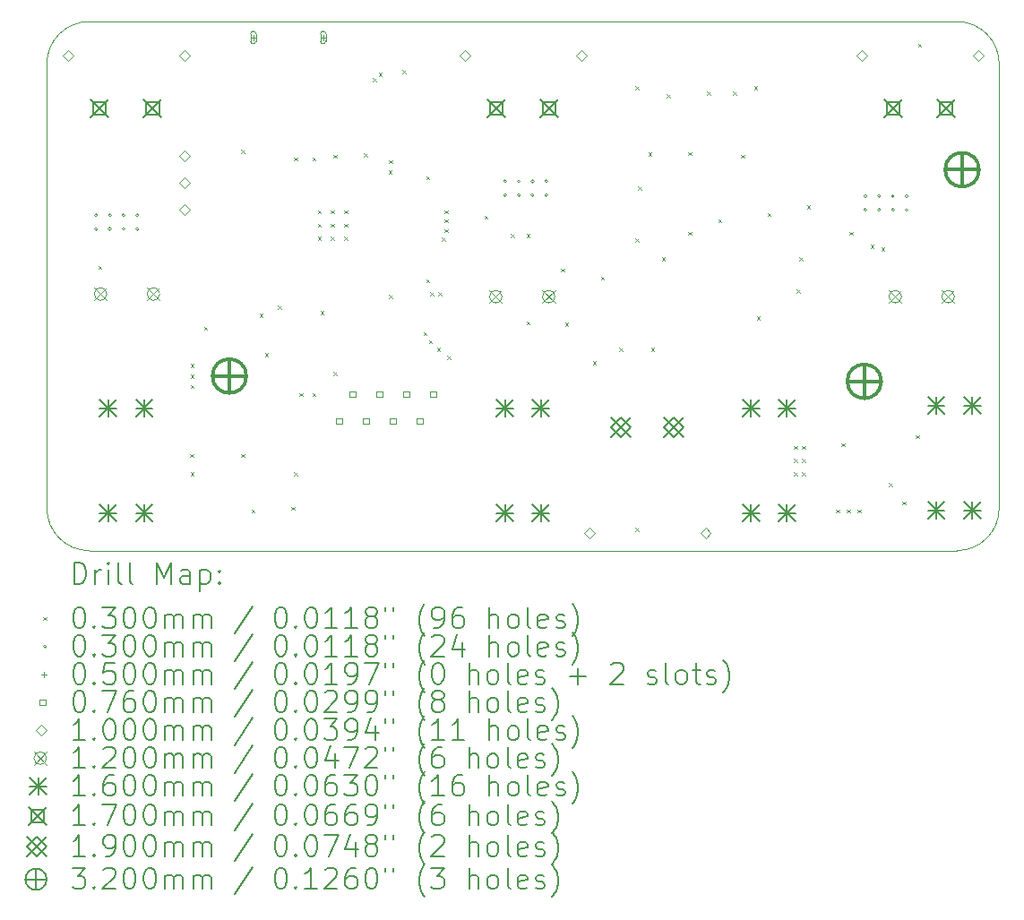
<source format=gbr>
%TF.GenerationSoftware,KiCad,Pcbnew,8.0.3-8.0.3-0~ubuntu22.04.1*%
%TF.CreationDate,2024-07-03T00:47:12-04:00*%
%TF.ProjectId,arm_drive_j3_4_5,61726d5f-6472-4697-9665-5f6a335f345f,rev?*%
%TF.SameCoordinates,Original*%
%TF.FileFunction,Drillmap*%
%TF.FilePolarity,Positive*%
%FSLAX45Y45*%
G04 Gerber Fmt 4.5, Leading zero omitted, Abs format (unit mm)*
G04 Created by KiCad (PCBNEW 8.0.3-8.0.3-0~ubuntu22.04.1) date 2024-07-03 00:47:12*
%MOMM*%
%LPD*%
G01*
G04 APERTURE LIST*
%ADD10C,0.050000*%
%ADD11C,0.200000*%
%ADD12C,0.100000*%
%ADD13C,0.120000*%
%ADD14C,0.160000*%
%ADD15C,0.170000*%
%ADD16C,0.190000*%
%ADD17C,0.320000*%
G04 APERTURE END LIST*
D10*
X12866000Y-4252000D02*
X12866000Y-8452000D01*
X3866000Y-4252000D02*
G75*
G02*
X4266000Y-3852000I400000J0D01*
G01*
X4266000Y-3852000D02*
X12466000Y-3852000D01*
X4266000Y-8852000D02*
G75*
G02*
X3866000Y-8452000I0J400000D01*
G01*
X12466000Y-8852000D02*
X4266000Y-8852000D01*
X3866000Y-8452000D02*
X3866000Y-4252000D01*
X12466000Y-3852000D02*
G75*
G02*
X12866000Y-4252000I0J-400000D01*
G01*
X12866000Y-8452000D02*
G75*
G02*
X12466000Y-8852000I-400000J0D01*
G01*
D11*
D12*
X4351000Y-6162000D02*
X4381000Y-6192000D01*
X4381000Y-6162000D02*
X4351000Y-6192000D01*
X5221000Y-7937000D02*
X5251000Y-7967000D01*
X5251000Y-7937000D02*
X5221000Y-7967000D01*
X5226000Y-7087000D02*
X5256000Y-7117000D01*
X5256000Y-7087000D02*
X5226000Y-7117000D01*
X5226000Y-7187000D02*
X5256000Y-7217000D01*
X5256000Y-7187000D02*
X5226000Y-7217000D01*
X5226000Y-7287000D02*
X5256000Y-7317000D01*
X5256000Y-7287000D02*
X5226000Y-7317000D01*
X5226000Y-8112000D02*
X5256000Y-8142000D01*
X5256000Y-8112000D02*
X5226000Y-8142000D01*
X5351000Y-6737000D02*
X5381000Y-6767000D01*
X5381000Y-6737000D02*
X5351000Y-6767000D01*
X5701000Y-5062000D02*
X5731000Y-5092000D01*
X5731000Y-5062000D02*
X5701000Y-5092000D01*
X5701000Y-7937000D02*
X5731000Y-7967000D01*
X5731000Y-7937000D02*
X5701000Y-7967000D01*
X5801000Y-8462000D02*
X5831000Y-8492000D01*
X5831000Y-8462000D02*
X5801000Y-8492000D01*
X5876000Y-6612000D02*
X5906000Y-6642000D01*
X5906000Y-6612000D02*
X5876000Y-6642000D01*
X5926000Y-6987000D02*
X5956000Y-7017000D01*
X5956000Y-6987000D02*
X5926000Y-7017000D01*
X6051000Y-6537000D02*
X6081000Y-6567000D01*
X6081000Y-6537000D02*
X6051000Y-6567000D01*
X6176000Y-8437000D02*
X6206000Y-8467000D01*
X6206000Y-8437000D02*
X6176000Y-8467000D01*
X6201000Y-5137000D02*
X6231000Y-5167000D01*
X6231000Y-5137000D02*
X6201000Y-5167000D01*
X6201000Y-8112000D02*
X6231000Y-8142000D01*
X6231000Y-8112000D02*
X6201000Y-8142000D01*
X6251000Y-7362000D02*
X6281000Y-7392000D01*
X6281000Y-7362000D02*
X6251000Y-7392000D01*
X6376000Y-5137000D02*
X6406000Y-5167000D01*
X6406000Y-5137000D02*
X6376000Y-5167000D01*
X6376000Y-7362000D02*
X6406000Y-7392000D01*
X6406000Y-7362000D02*
X6376000Y-7392000D01*
X6426000Y-5637000D02*
X6456000Y-5667000D01*
X6456000Y-5637000D02*
X6426000Y-5667000D01*
X6426000Y-5762000D02*
X6456000Y-5792000D01*
X6456000Y-5762000D02*
X6426000Y-5792000D01*
X6426000Y-5887000D02*
X6456000Y-5917000D01*
X6456000Y-5887000D02*
X6426000Y-5917000D01*
X6451000Y-6587000D02*
X6481000Y-6617000D01*
X6481000Y-6587000D02*
X6451000Y-6617000D01*
X6551000Y-5637000D02*
X6581000Y-5667000D01*
X6581000Y-5637000D02*
X6551000Y-5667000D01*
X6551000Y-5762000D02*
X6581000Y-5792000D01*
X6581000Y-5762000D02*
X6551000Y-5792000D01*
X6551000Y-5887000D02*
X6581000Y-5917000D01*
X6581000Y-5887000D02*
X6551000Y-5917000D01*
X6576000Y-5112000D02*
X6606000Y-5142000D01*
X6606000Y-5112000D02*
X6576000Y-5142000D01*
X6576000Y-7162000D02*
X6606000Y-7192000D01*
X6606000Y-7162000D02*
X6576000Y-7192000D01*
X6676000Y-5637000D02*
X6706000Y-5667000D01*
X6706000Y-5637000D02*
X6676000Y-5667000D01*
X6676000Y-5762000D02*
X6706000Y-5792000D01*
X6706000Y-5762000D02*
X6676000Y-5792000D01*
X6676000Y-5887000D02*
X6706000Y-5917000D01*
X6706000Y-5887000D02*
X6676000Y-5917000D01*
X6863500Y-5099500D02*
X6893500Y-5129500D01*
X6893500Y-5099500D02*
X6863500Y-5129500D01*
X6949399Y-4388601D02*
X6979399Y-4418601D01*
X6979399Y-4388601D02*
X6949399Y-4418601D01*
X7002601Y-4335399D02*
X7032601Y-4365399D01*
X7032601Y-4335399D02*
X7002601Y-4365399D01*
X7096073Y-5257074D02*
X7126073Y-5287074D01*
X7126073Y-5257074D02*
X7096073Y-5287074D01*
X7101000Y-5162000D02*
X7131000Y-5192000D01*
X7131000Y-5162000D02*
X7101000Y-5192000D01*
X7101000Y-6437000D02*
X7131000Y-6467000D01*
X7131000Y-6437000D02*
X7101000Y-6467000D01*
X7226000Y-4312000D02*
X7256000Y-4342000D01*
X7256000Y-4312000D02*
X7226000Y-4342000D01*
X7426000Y-6787000D02*
X7456000Y-6817000D01*
X7456000Y-6787000D02*
X7426000Y-6817000D01*
X7451000Y-5312000D02*
X7481000Y-5342000D01*
X7481000Y-5312000D02*
X7451000Y-5342000D01*
X7451000Y-6287000D02*
X7481000Y-6317000D01*
X7481000Y-6287000D02*
X7451000Y-6317000D01*
X7476000Y-6862000D02*
X7506000Y-6892000D01*
X7506000Y-6862000D02*
X7476000Y-6892000D01*
X7488380Y-6412000D02*
X7518380Y-6442000D01*
X7518380Y-6412000D02*
X7488380Y-6442000D01*
X7551000Y-6937000D02*
X7581000Y-6967000D01*
X7581000Y-6937000D02*
X7551000Y-6967000D01*
X7563620Y-6412000D02*
X7593620Y-6442000D01*
X7593620Y-6412000D02*
X7563620Y-6442000D01*
X7601000Y-5892000D02*
X7631000Y-5922000D01*
X7631000Y-5892000D02*
X7601000Y-5922000D01*
X7623574Y-5719427D02*
X7653574Y-5749427D01*
X7653574Y-5719427D02*
X7623574Y-5749427D01*
X7626000Y-5637000D02*
X7656000Y-5667000D01*
X7656000Y-5637000D02*
X7626000Y-5667000D01*
X7626000Y-5812000D02*
X7656000Y-5842000D01*
X7656000Y-5812000D02*
X7626000Y-5842000D01*
X7651000Y-7012000D02*
X7681000Y-7042000D01*
X7681000Y-7012000D02*
X7651000Y-7042000D01*
X8001000Y-5687000D02*
X8031000Y-5717000D01*
X8031000Y-5687000D02*
X8001000Y-5717000D01*
X8251000Y-5862000D02*
X8281000Y-5892000D01*
X8281000Y-5862000D02*
X8251000Y-5892000D01*
X8401000Y-5862000D02*
X8431000Y-5892000D01*
X8431000Y-5862000D02*
X8401000Y-5892000D01*
X8401000Y-6687000D02*
X8431000Y-6717000D01*
X8431000Y-6687000D02*
X8401000Y-6717000D01*
X8726000Y-6187000D02*
X8756000Y-6217000D01*
X8756000Y-6187000D02*
X8726000Y-6217000D01*
X8763500Y-6699500D02*
X8793500Y-6729500D01*
X8793500Y-6699500D02*
X8763500Y-6729500D01*
X9026000Y-7062000D02*
X9056000Y-7092000D01*
X9056000Y-7062000D02*
X9026000Y-7092000D01*
X9101000Y-6262000D02*
X9131000Y-6292000D01*
X9131000Y-6262000D02*
X9101000Y-6292000D01*
X9276000Y-6937000D02*
X9306000Y-6967000D01*
X9306000Y-6937000D02*
X9276000Y-6967000D01*
X9426000Y-4462000D02*
X9456000Y-4492000D01*
X9456000Y-4462000D02*
X9426000Y-4492000D01*
X9426000Y-5902000D02*
X9456000Y-5932000D01*
X9456000Y-5902000D02*
X9426000Y-5932000D01*
X9426000Y-8637000D02*
X9456000Y-8667000D01*
X9456000Y-8637000D02*
X9426000Y-8667000D01*
X9451000Y-5412000D02*
X9481000Y-5442000D01*
X9481000Y-5412000D02*
X9451000Y-5442000D01*
X9551127Y-5087127D02*
X9581127Y-5117127D01*
X9581127Y-5087127D02*
X9551127Y-5117127D01*
X9576000Y-6937000D02*
X9606000Y-6967000D01*
X9606000Y-6937000D02*
X9576000Y-6967000D01*
X9676000Y-6082000D02*
X9706000Y-6112000D01*
X9706000Y-6082000D02*
X9676000Y-6112000D01*
X9726000Y-4537000D02*
X9756000Y-4567000D01*
X9756000Y-4537000D02*
X9726000Y-4567000D01*
X9926000Y-5087000D02*
X9956000Y-5117000D01*
X9956000Y-5087000D02*
X9926000Y-5117000D01*
X9926000Y-5837000D02*
X9956000Y-5867000D01*
X9956000Y-5837000D02*
X9926000Y-5867000D01*
X10106000Y-4512000D02*
X10136000Y-4542000D01*
X10136000Y-4512000D02*
X10106000Y-4542000D01*
X10211000Y-5722000D02*
X10241000Y-5752000D01*
X10241000Y-5722000D02*
X10211000Y-5752000D01*
X10351000Y-4512000D02*
X10381000Y-4542000D01*
X10381000Y-4512000D02*
X10351000Y-4542000D01*
X10426000Y-5112000D02*
X10456000Y-5142000D01*
X10456000Y-5112000D02*
X10426000Y-5142000D01*
X10551000Y-4462000D02*
X10581000Y-4492000D01*
X10581000Y-4462000D02*
X10551000Y-4492000D01*
X10576000Y-6637000D02*
X10606000Y-6667000D01*
X10606000Y-6637000D02*
X10576000Y-6667000D01*
X10676000Y-5662000D02*
X10706000Y-5692000D01*
X10706000Y-5662000D02*
X10676000Y-5692000D01*
X10926000Y-7862000D02*
X10956000Y-7892000D01*
X10956000Y-7862000D02*
X10926000Y-7892000D01*
X10926000Y-7987000D02*
X10956000Y-8017000D01*
X10956000Y-7987000D02*
X10926000Y-8017000D01*
X10926000Y-8112000D02*
X10956000Y-8142000D01*
X10956000Y-8112000D02*
X10926000Y-8142000D01*
X10951000Y-6387000D02*
X10981000Y-6417000D01*
X10981000Y-6387000D02*
X10951000Y-6417000D01*
X10976000Y-6082000D02*
X11006000Y-6112000D01*
X11006000Y-6082000D02*
X10976000Y-6112000D01*
X11001000Y-7862000D02*
X11031000Y-7892000D01*
X11031000Y-7862000D02*
X11001000Y-7892000D01*
X11001000Y-7987000D02*
X11031000Y-8017000D01*
X11031000Y-7987000D02*
X11001000Y-8017000D01*
X11001000Y-8112000D02*
X11031000Y-8142000D01*
X11031000Y-8112000D02*
X11001000Y-8142000D01*
X11051000Y-5587000D02*
X11081000Y-5617000D01*
X11081000Y-5587000D02*
X11051000Y-5617000D01*
X11326000Y-8462000D02*
X11356000Y-8492000D01*
X11356000Y-8462000D02*
X11326000Y-8492000D01*
X11376000Y-7837000D02*
X11406000Y-7867000D01*
X11406000Y-7837000D02*
X11376000Y-7867000D01*
X11426000Y-8462000D02*
X11456000Y-8492000D01*
X11456000Y-8462000D02*
X11426000Y-8492000D01*
X11451000Y-5837000D02*
X11481000Y-5867000D01*
X11481000Y-5837000D02*
X11451000Y-5867000D01*
X11526000Y-8462000D02*
X11556000Y-8492000D01*
X11556000Y-8462000D02*
X11526000Y-8492000D01*
X11651000Y-5962000D02*
X11681000Y-5992000D01*
X11681000Y-5962000D02*
X11651000Y-5992000D01*
X11751000Y-5987000D02*
X11781000Y-6017000D01*
X11781000Y-5987000D02*
X11751000Y-6017000D01*
X11826000Y-8212000D02*
X11856000Y-8242000D01*
X11856000Y-8212000D02*
X11826000Y-8242000D01*
X11951000Y-8387000D02*
X11981000Y-8417000D01*
X11981000Y-8387000D02*
X11951000Y-8417000D01*
X12076000Y-7762000D02*
X12106000Y-7792000D01*
X12106000Y-7762000D02*
X12076000Y-7792000D01*
X12101000Y-4062000D02*
X12131000Y-4092000D01*
X12131000Y-4062000D02*
X12101000Y-4092000D01*
X4345500Y-5682000D02*
G75*
G02*
X4315500Y-5682000I-15000J0D01*
G01*
X4315500Y-5682000D02*
G75*
G02*
X4345500Y-5682000I15000J0D01*
G01*
X4345500Y-5812000D02*
G75*
G02*
X4315500Y-5812000I-15000J0D01*
G01*
X4315500Y-5812000D02*
G75*
G02*
X4345500Y-5812000I15000J0D01*
G01*
X4475500Y-5682000D02*
G75*
G02*
X4445500Y-5682000I-15000J0D01*
G01*
X4445500Y-5682000D02*
G75*
G02*
X4475500Y-5682000I15000J0D01*
G01*
X4475500Y-5812000D02*
G75*
G02*
X4445500Y-5812000I-15000J0D01*
G01*
X4445500Y-5812000D02*
G75*
G02*
X4475500Y-5812000I15000J0D01*
G01*
X4605500Y-5682000D02*
G75*
G02*
X4575500Y-5682000I-15000J0D01*
G01*
X4575500Y-5682000D02*
G75*
G02*
X4605500Y-5682000I15000J0D01*
G01*
X4605500Y-5812000D02*
G75*
G02*
X4575500Y-5812000I-15000J0D01*
G01*
X4575500Y-5812000D02*
G75*
G02*
X4605500Y-5812000I15000J0D01*
G01*
X4735500Y-5682000D02*
G75*
G02*
X4705500Y-5682000I-15000J0D01*
G01*
X4705500Y-5682000D02*
G75*
G02*
X4735500Y-5682000I15000J0D01*
G01*
X4735500Y-5812000D02*
G75*
G02*
X4705500Y-5812000I-15000J0D01*
G01*
X4705500Y-5812000D02*
G75*
G02*
X4735500Y-5812000I15000J0D01*
G01*
X8211000Y-5362000D02*
G75*
G02*
X8181000Y-5362000I-15000J0D01*
G01*
X8181000Y-5362000D02*
G75*
G02*
X8211000Y-5362000I15000J0D01*
G01*
X8211000Y-5492000D02*
G75*
G02*
X8181000Y-5492000I-15000J0D01*
G01*
X8181000Y-5492000D02*
G75*
G02*
X8211000Y-5492000I15000J0D01*
G01*
X8341000Y-5362000D02*
G75*
G02*
X8311000Y-5362000I-15000J0D01*
G01*
X8311000Y-5362000D02*
G75*
G02*
X8341000Y-5362000I15000J0D01*
G01*
X8341000Y-5492000D02*
G75*
G02*
X8311000Y-5492000I-15000J0D01*
G01*
X8311000Y-5492000D02*
G75*
G02*
X8341000Y-5492000I15000J0D01*
G01*
X8471000Y-5362000D02*
G75*
G02*
X8441000Y-5362000I-15000J0D01*
G01*
X8441000Y-5362000D02*
G75*
G02*
X8471000Y-5362000I15000J0D01*
G01*
X8471000Y-5492000D02*
G75*
G02*
X8441000Y-5492000I-15000J0D01*
G01*
X8441000Y-5492000D02*
G75*
G02*
X8471000Y-5492000I15000J0D01*
G01*
X8601000Y-5362000D02*
G75*
G02*
X8571000Y-5362000I-15000J0D01*
G01*
X8571000Y-5362000D02*
G75*
G02*
X8601000Y-5362000I15000J0D01*
G01*
X8601000Y-5492000D02*
G75*
G02*
X8571000Y-5492000I-15000J0D01*
G01*
X8571000Y-5492000D02*
G75*
G02*
X8601000Y-5492000I15000J0D01*
G01*
X11616000Y-5502000D02*
G75*
G02*
X11586000Y-5502000I-15000J0D01*
G01*
X11586000Y-5502000D02*
G75*
G02*
X11616000Y-5502000I15000J0D01*
G01*
X11616000Y-5632000D02*
G75*
G02*
X11586000Y-5632000I-15000J0D01*
G01*
X11586000Y-5632000D02*
G75*
G02*
X11616000Y-5632000I15000J0D01*
G01*
X11746000Y-5502000D02*
G75*
G02*
X11716000Y-5502000I-15000J0D01*
G01*
X11716000Y-5502000D02*
G75*
G02*
X11746000Y-5502000I15000J0D01*
G01*
X11746000Y-5632000D02*
G75*
G02*
X11716000Y-5632000I-15000J0D01*
G01*
X11716000Y-5632000D02*
G75*
G02*
X11746000Y-5632000I15000J0D01*
G01*
X11876000Y-5502000D02*
G75*
G02*
X11846000Y-5502000I-15000J0D01*
G01*
X11846000Y-5502000D02*
G75*
G02*
X11876000Y-5502000I15000J0D01*
G01*
X11876000Y-5632000D02*
G75*
G02*
X11846000Y-5632000I-15000J0D01*
G01*
X11846000Y-5632000D02*
G75*
G02*
X11876000Y-5632000I15000J0D01*
G01*
X12006000Y-5502000D02*
G75*
G02*
X11976000Y-5502000I-15000J0D01*
G01*
X11976000Y-5502000D02*
G75*
G02*
X12006000Y-5502000I15000J0D01*
G01*
X12006000Y-5632000D02*
G75*
G02*
X11976000Y-5632000I-15000J0D01*
G01*
X11976000Y-5632000D02*
G75*
G02*
X12006000Y-5632000I15000J0D01*
G01*
X5816000Y-3977000D02*
X5816000Y-4027000D01*
X5791000Y-4002000D02*
X5841000Y-4002000D01*
X5791000Y-3967000D02*
X5791000Y-4037000D01*
X5841000Y-4037000D02*
G75*
G02*
X5791000Y-4037000I-25000J0D01*
G01*
X5841000Y-4037000D02*
X5841000Y-3967000D01*
X5841000Y-3967000D02*
G75*
G03*
X5791000Y-3967000I-25000J0D01*
G01*
X6476000Y-3977000D02*
X6476000Y-4027000D01*
X6451000Y-4002000D02*
X6501000Y-4002000D01*
X6451000Y-3967000D02*
X6451000Y-4037000D01*
X6501000Y-4037000D02*
G75*
G02*
X6451000Y-4037000I-25000J0D01*
G01*
X6501000Y-4037000D02*
X6501000Y-3967000D01*
X6501000Y-3967000D02*
G75*
G03*
X6451000Y-3967000I-25000J0D01*
G01*
X6655870Y-7653870D02*
X6655870Y-7600130D01*
X6602130Y-7600130D01*
X6602130Y-7653870D01*
X6655870Y-7653870D01*
X6782870Y-7399870D02*
X6782870Y-7346130D01*
X6729130Y-7346130D01*
X6729130Y-7399870D01*
X6782870Y-7399870D01*
X6909870Y-7653870D02*
X6909870Y-7600130D01*
X6856130Y-7600130D01*
X6856130Y-7653870D01*
X6909870Y-7653870D01*
X7036870Y-7399870D02*
X7036870Y-7346130D01*
X6983130Y-7346130D01*
X6983130Y-7399870D01*
X7036870Y-7399870D01*
X7163870Y-7653870D02*
X7163870Y-7600130D01*
X7110130Y-7600130D01*
X7110130Y-7653870D01*
X7163870Y-7653870D01*
X7290870Y-7399870D02*
X7290870Y-7346130D01*
X7237130Y-7346130D01*
X7237130Y-7399870D01*
X7290870Y-7399870D01*
X7417870Y-7653870D02*
X7417870Y-7600130D01*
X7364130Y-7600130D01*
X7364130Y-7653870D01*
X7417870Y-7653870D01*
X7544870Y-7399870D02*
X7544870Y-7346130D01*
X7491130Y-7346130D01*
X7491130Y-7399870D01*
X7544870Y-7399870D01*
X4066000Y-4220075D02*
X4116000Y-4170075D01*
X4066000Y-4120075D01*
X4016000Y-4170075D01*
X4066000Y-4220075D01*
X5166000Y-4220075D02*
X5216000Y-4170075D01*
X5166000Y-4120075D01*
X5116000Y-4170075D01*
X5166000Y-4220075D01*
X5166000Y-5171500D02*
X5216000Y-5121500D01*
X5166000Y-5071500D01*
X5116000Y-5121500D01*
X5166000Y-5171500D01*
X5166000Y-5425500D02*
X5216000Y-5375500D01*
X5166000Y-5325500D01*
X5116000Y-5375500D01*
X5166000Y-5425500D01*
X5166000Y-5679500D02*
X5216000Y-5629500D01*
X5166000Y-5579500D01*
X5116000Y-5629500D01*
X5166000Y-5679500D01*
X7816000Y-4220075D02*
X7866000Y-4170075D01*
X7816000Y-4120075D01*
X7766000Y-4170075D01*
X7816000Y-4220075D01*
X8916000Y-4220075D02*
X8966000Y-4170075D01*
X8916000Y-4120075D01*
X8866000Y-4170075D01*
X8916000Y-4220075D01*
X8991000Y-8734500D02*
X9041000Y-8684500D01*
X8991000Y-8634500D01*
X8941000Y-8684500D01*
X8991000Y-8734500D01*
X10091000Y-8734500D02*
X10141000Y-8684500D01*
X10091000Y-8634500D01*
X10041000Y-8684500D01*
X10091000Y-8734500D01*
X11566000Y-4220075D02*
X11616000Y-4170075D01*
X11566000Y-4120075D01*
X11516000Y-4170075D01*
X11566000Y-4220075D01*
X12666000Y-4220075D02*
X12716000Y-4170075D01*
X12666000Y-4120075D01*
X12616000Y-4170075D01*
X12666000Y-4220075D01*
D13*
X4312784Y-6367000D02*
X4432784Y-6487000D01*
X4432784Y-6367000D02*
X4312784Y-6487000D01*
X4432784Y-6427000D02*
G75*
G02*
X4312784Y-6427000I-60000J0D01*
G01*
X4312784Y-6427000D02*
G75*
G02*
X4432784Y-6427000I60000J0D01*
G01*
X4812784Y-6367000D02*
X4932784Y-6487000D01*
X4932784Y-6367000D02*
X4812784Y-6487000D01*
X4932784Y-6427000D02*
G75*
G02*
X4812784Y-6427000I-60000J0D01*
G01*
X4812784Y-6427000D02*
G75*
G02*
X4932784Y-6427000I60000J0D01*
G01*
X8048604Y-6392000D02*
X8168604Y-6512000D01*
X8168604Y-6392000D02*
X8048604Y-6512000D01*
X8168604Y-6452000D02*
G75*
G02*
X8048604Y-6452000I-60000J0D01*
G01*
X8048604Y-6452000D02*
G75*
G02*
X8168604Y-6452000I60000J0D01*
G01*
X8548604Y-6392000D02*
X8668604Y-6512000D01*
X8668604Y-6392000D02*
X8548604Y-6512000D01*
X8668604Y-6452000D02*
G75*
G02*
X8548604Y-6452000I-60000J0D01*
G01*
X8548604Y-6452000D02*
G75*
G02*
X8668604Y-6452000I60000J0D01*
G01*
X11823604Y-6392000D02*
X11943604Y-6512000D01*
X11943604Y-6392000D02*
X11823604Y-6512000D01*
X11943604Y-6452000D02*
G75*
G02*
X11823604Y-6452000I-60000J0D01*
G01*
X11823604Y-6452000D02*
G75*
G02*
X11943604Y-6452000I60000J0D01*
G01*
X12323604Y-6392000D02*
X12443604Y-6512000D01*
X12443604Y-6392000D02*
X12323604Y-6512000D01*
X12443604Y-6452000D02*
G75*
G02*
X12323604Y-6452000I-60000J0D01*
G01*
X12323604Y-6452000D02*
G75*
G02*
X12443604Y-6452000I60000J0D01*
G01*
D14*
X4366000Y-7426000D02*
X4526000Y-7586000D01*
X4526000Y-7426000D02*
X4366000Y-7586000D01*
X4446000Y-7426000D02*
X4446000Y-7586000D01*
X4366000Y-7506000D02*
X4526000Y-7506000D01*
X4366000Y-8418000D02*
X4526000Y-8578000D01*
X4526000Y-8418000D02*
X4366000Y-8578000D01*
X4446000Y-8418000D02*
X4446000Y-8578000D01*
X4366000Y-8498000D02*
X4526000Y-8498000D01*
X4706000Y-7426000D02*
X4866000Y-7586000D01*
X4866000Y-7426000D02*
X4706000Y-7586000D01*
X4786000Y-7426000D02*
X4786000Y-7586000D01*
X4706000Y-7506000D02*
X4866000Y-7506000D01*
X4706000Y-8418000D02*
X4866000Y-8578000D01*
X4866000Y-8418000D02*
X4706000Y-8578000D01*
X4786000Y-8418000D02*
X4786000Y-8578000D01*
X4706000Y-8498000D02*
X4866000Y-8498000D01*
X8116000Y-7426000D02*
X8276000Y-7586000D01*
X8276000Y-7426000D02*
X8116000Y-7586000D01*
X8196000Y-7426000D02*
X8196000Y-7586000D01*
X8116000Y-7506000D02*
X8276000Y-7506000D01*
X8116000Y-8418000D02*
X8276000Y-8578000D01*
X8276000Y-8418000D02*
X8116000Y-8578000D01*
X8196000Y-8418000D02*
X8196000Y-8578000D01*
X8116000Y-8498000D02*
X8276000Y-8498000D01*
X8456000Y-7426000D02*
X8616000Y-7586000D01*
X8616000Y-7426000D02*
X8456000Y-7586000D01*
X8536000Y-7426000D02*
X8536000Y-7586000D01*
X8456000Y-7506000D02*
X8616000Y-7506000D01*
X8456000Y-8418000D02*
X8616000Y-8578000D01*
X8616000Y-8418000D02*
X8456000Y-8578000D01*
X8536000Y-8418000D02*
X8536000Y-8578000D01*
X8456000Y-8498000D02*
X8616000Y-8498000D01*
X10441000Y-7426000D02*
X10601000Y-7586000D01*
X10601000Y-7426000D02*
X10441000Y-7586000D01*
X10521000Y-7426000D02*
X10521000Y-7586000D01*
X10441000Y-7506000D02*
X10601000Y-7506000D01*
X10441000Y-8418000D02*
X10601000Y-8578000D01*
X10601000Y-8418000D02*
X10441000Y-8578000D01*
X10521000Y-8418000D02*
X10521000Y-8578000D01*
X10441000Y-8498000D02*
X10601000Y-8498000D01*
X10781000Y-7426000D02*
X10941000Y-7586000D01*
X10941000Y-7426000D02*
X10781000Y-7586000D01*
X10861000Y-7426000D02*
X10861000Y-7586000D01*
X10781000Y-7506000D02*
X10941000Y-7506000D01*
X10781000Y-8418000D02*
X10941000Y-8578000D01*
X10941000Y-8418000D02*
X10781000Y-8578000D01*
X10861000Y-8418000D02*
X10861000Y-8578000D01*
X10781000Y-8498000D02*
X10941000Y-8498000D01*
X12191000Y-7401000D02*
X12351000Y-7561000D01*
X12351000Y-7401000D02*
X12191000Y-7561000D01*
X12271000Y-7401000D02*
X12271000Y-7561000D01*
X12191000Y-7481000D02*
X12351000Y-7481000D01*
X12191000Y-8393000D02*
X12351000Y-8553000D01*
X12351000Y-8393000D02*
X12191000Y-8553000D01*
X12271000Y-8393000D02*
X12271000Y-8553000D01*
X12191000Y-8473000D02*
X12351000Y-8473000D01*
X12531000Y-7401000D02*
X12691000Y-7561000D01*
X12691000Y-7401000D02*
X12531000Y-7561000D01*
X12611000Y-7401000D02*
X12611000Y-7561000D01*
X12531000Y-7481000D02*
X12691000Y-7481000D01*
X12531000Y-8393000D02*
X12691000Y-8553000D01*
X12691000Y-8393000D02*
X12531000Y-8553000D01*
X12611000Y-8393000D02*
X12611000Y-8553000D01*
X12531000Y-8473000D02*
X12691000Y-8473000D01*
D15*
X4281000Y-4585075D02*
X4451000Y-4755075D01*
X4451000Y-4585075D02*
X4281000Y-4755075D01*
X4426105Y-4730180D02*
X4426105Y-4609970D01*
X4305895Y-4609970D01*
X4305895Y-4730180D01*
X4426105Y-4730180D01*
X4781000Y-4585075D02*
X4951000Y-4755075D01*
X4951000Y-4585075D02*
X4781000Y-4755075D01*
X4926105Y-4730180D02*
X4926105Y-4609970D01*
X4805895Y-4609970D01*
X4805895Y-4730180D01*
X4926105Y-4730180D01*
X8031000Y-4585075D02*
X8201000Y-4755075D01*
X8201000Y-4585075D02*
X8031000Y-4755075D01*
X8176105Y-4730180D02*
X8176105Y-4609970D01*
X8055895Y-4609970D01*
X8055895Y-4730180D01*
X8176105Y-4730180D01*
X8531000Y-4585075D02*
X8701000Y-4755075D01*
X8701000Y-4585075D02*
X8531000Y-4755075D01*
X8676105Y-4730180D02*
X8676105Y-4609970D01*
X8555895Y-4609970D01*
X8555895Y-4730180D01*
X8676105Y-4730180D01*
X11781000Y-4585075D02*
X11951000Y-4755075D01*
X11951000Y-4585075D02*
X11781000Y-4755075D01*
X11926105Y-4730180D02*
X11926105Y-4609970D01*
X11805895Y-4609970D01*
X11805895Y-4730180D01*
X11926105Y-4730180D01*
X12281000Y-4585075D02*
X12451000Y-4755075D01*
X12451000Y-4585075D02*
X12281000Y-4755075D01*
X12426105Y-4730180D02*
X12426105Y-4609970D01*
X12305895Y-4609970D01*
X12305895Y-4730180D01*
X12426105Y-4730180D01*
D16*
X9196000Y-7589500D02*
X9386000Y-7779500D01*
X9386000Y-7589500D02*
X9196000Y-7779500D01*
X9291000Y-7779500D02*
X9386000Y-7684500D01*
X9291000Y-7589500D01*
X9196000Y-7684500D01*
X9291000Y-7779500D01*
X9696000Y-7589500D02*
X9886000Y-7779500D01*
X9886000Y-7589500D02*
X9696000Y-7779500D01*
X9791000Y-7779500D02*
X9886000Y-7684500D01*
X9791000Y-7589500D01*
X9696000Y-7684500D01*
X9791000Y-7779500D01*
D17*
X5591000Y-7042000D02*
X5591000Y-7362000D01*
X5431000Y-7202000D02*
X5751000Y-7202000D01*
X5751000Y-7202000D02*
G75*
G02*
X5431000Y-7202000I-160000J0D01*
G01*
X5431000Y-7202000D02*
G75*
G02*
X5751000Y-7202000I160000J0D01*
G01*
X11591000Y-7092000D02*
X11591000Y-7412000D01*
X11431000Y-7252000D02*
X11751000Y-7252000D01*
X11751000Y-7252000D02*
G75*
G02*
X11431000Y-7252000I-160000J0D01*
G01*
X11431000Y-7252000D02*
G75*
G02*
X11751000Y-7252000I160000J0D01*
G01*
X12516000Y-5092000D02*
X12516000Y-5412000D01*
X12356000Y-5252000D02*
X12676000Y-5252000D01*
X12676000Y-5252000D02*
G75*
G02*
X12356000Y-5252000I-160000J0D01*
G01*
X12356000Y-5252000D02*
G75*
G02*
X12676000Y-5252000I160000J0D01*
G01*
D11*
X4124277Y-9165984D02*
X4124277Y-8965984D01*
X4124277Y-8965984D02*
X4171896Y-8965984D01*
X4171896Y-8965984D02*
X4200467Y-8975508D01*
X4200467Y-8975508D02*
X4219515Y-8994555D01*
X4219515Y-8994555D02*
X4229039Y-9013603D01*
X4229039Y-9013603D02*
X4238563Y-9051698D01*
X4238563Y-9051698D02*
X4238563Y-9080270D01*
X4238563Y-9080270D02*
X4229039Y-9118365D01*
X4229039Y-9118365D02*
X4219515Y-9137412D01*
X4219515Y-9137412D02*
X4200467Y-9156460D01*
X4200467Y-9156460D02*
X4171896Y-9165984D01*
X4171896Y-9165984D02*
X4124277Y-9165984D01*
X4324277Y-9165984D02*
X4324277Y-9032650D01*
X4324277Y-9070746D02*
X4333801Y-9051698D01*
X4333801Y-9051698D02*
X4343324Y-9042174D01*
X4343324Y-9042174D02*
X4362372Y-9032650D01*
X4362372Y-9032650D02*
X4381420Y-9032650D01*
X4448086Y-9165984D02*
X4448086Y-9032650D01*
X4448086Y-8965984D02*
X4438563Y-8975508D01*
X4438563Y-8975508D02*
X4448086Y-8985031D01*
X4448086Y-8985031D02*
X4457610Y-8975508D01*
X4457610Y-8975508D02*
X4448086Y-8965984D01*
X4448086Y-8965984D02*
X4448086Y-8985031D01*
X4571896Y-9165984D02*
X4552848Y-9156460D01*
X4552848Y-9156460D02*
X4543324Y-9137412D01*
X4543324Y-9137412D02*
X4543324Y-8965984D01*
X4676658Y-9165984D02*
X4657610Y-9156460D01*
X4657610Y-9156460D02*
X4648086Y-9137412D01*
X4648086Y-9137412D02*
X4648086Y-8965984D01*
X4905229Y-9165984D02*
X4905229Y-8965984D01*
X4905229Y-8965984D02*
X4971896Y-9108841D01*
X4971896Y-9108841D02*
X5038563Y-8965984D01*
X5038563Y-8965984D02*
X5038563Y-9165984D01*
X5219515Y-9165984D02*
X5219515Y-9061222D01*
X5219515Y-9061222D02*
X5209991Y-9042174D01*
X5209991Y-9042174D02*
X5190944Y-9032650D01*
X5190944Y-9032650D02*
X5152848Y-9032650D01*
X5152848Y-9032650D02*
X5133801Y-9042174D01*
X5219515Y-9156460D02*
X5200467Y-9165984D01*
X5200467Y-9165984D02*
X5152848Y-9165984D01*
X5152848Y-9165984D02*
X5133801Y-9156460D01*
X5133801Y-9156460D02*
X5124277Y-9137412D01*
X5124277Y-9137412D02*
X5124277Y-9118365D01*
X5124277Y-9118365D02*
X5133801Y-9099317D01*
X5133801Y-9099317D02*
X5152848Y-9089793D01*
X5152848Y-9089793D02*
X5200467Y-9089793D01*
X5200467Y-9089793D02*
X5219515Y-9080270D01*
X5314753Y-9032650D02*
X5314753Y-9232650D01*
X5314753Y-9042174D02*
X5333801Y-9032650D01*
X5333801Y-9032650D02*
X5371896Y-9032650D01*
X5371896Y-9032650D02*
X5390944Y-9042174D01*
X5390944Y-9042174D02*
X5400467Y-9051698D01*
X5400467Y-9051698D02*
X5409991Y-9070746D01*
X5409991Y-9070746D02*
X5409991Y-9127889D01*
X5409991Y-9127889D02*
X5400467Y-9146936D01*
X5400467Y-9146936D02*
X5390944Y-9156460D01*
X5390944Y-9156460D02*
X5371896Y-9165984D01*
X5371896Y-9165984D02*
X5333801Y-9165984D01*
X5333801Y-9165984D02*
X5314753Y-9156460D01*
X5495705Y-9146936D02*
X5505229Y-9156460D01*
X5505229Y-9156460D02*
X5495705Y-9165984D01*
X5495705Y-9165984D02*
X5486182Y-9156460D01*
X5486182Y-9156460D02*
X5495705Y-9146936D01*
X5495705Y-9146936D02*
X5495705Y-9165984D01*
X5495705Y-9042174D02*
X5505229Y-9051698D01*
X5505229Y-9051698D02*
X5495705Y-9061222D01*
X5495705Y-9061222D02*
X5486182Y-9051698D01*
X5486182Y-9051698D02*
X5495705Y-9042174D01*
X5495705Y-9042174D02*
X5495705Y-9061222D01*
D12*
X3833500Y-9479500D02*
X3863500Y-9509500D01*
X3863500Y-9479500D02*
X3833500Y-9509500D01*
D11*
X4162372Y-9385984D02*
X4181420Y-9385984D01*
X4181420Y-9385984D02*
X4200467Y-9395508D01*
X4200467Y-9395508D02*
X4209991Y-9405031D01*
X4209991Y-9405031D02*
X4219515Y-9424079D01*
X4219515Y-9424079D02*
X4229039Y-9462174D01*
X4229039Y-9462174D02*
X4229039Y-9509793D01*
X4229039Y-9509793D02*
X4219515Y-9547889D01*
X4219515Y-9547889D02*
X4209991Y-9566936D01*
X4209991Y-9566936D02*
X4200467Y-9576460D01*
X4200467Y-9576460D02*
X4181420Y-9585984D01*
X4181420Y-9585984D02*
X4162372Y-9585984D01*
X4162372Y-9585984D02*
X4143324Y-9576460D01*
X4143324Y-9576460D02*
X4133801Y-9566936D01*
X4133801Y-9566936D02*
X4124277Y-9547889D01*
X4124277Y-9547889D02*
X4114753Y-9509793D01*
X4114753Y-9509793D02*
X4114753Y-9462174D01*
X4114753Y-9462174D02*
X4124277Y-9424079D01*
X4124277Y-9424079D02*
X4133801Y-9405031D01*
X4133801Y-9405031D02*
X4143324Y-9395508D01*
X4143324Y-9395508D02*
X4162372Y-9385984D01*
X4314753Y-9566936D02*
X4324277Y-9576460D01*
X4324277Y-9576460D02*
X4314753Y-9585984D01*
X4314753Y-9585984D02*
X4305229Y-9576460D01*
X4305229Y-9576460D02*
X4314753Y-9566936D01*
X4314753Y-9566936D02*
X4314753Y-9585984D01*
X4390944Y-9385984D02*
X4514753Y-9385984D01*
X4514753Y-9385984D02*
X4448086Y-9462174D01*
X4448086Y-9462174D02*
X4476658Y-9462174D01*
X4476658Y-9462174D02*
X4495705Y-9471698D01*
X4495705Y-9471698D02*
X4505229Y-9481222D01*
X4505229Y-9481222D02*
X4514753Y-9500270D01*
X4514753Y-9500270D02*
X4514753Y-9547889D01*
X4514753Y-9547889D02*
X4505229Y-9566936D01*
X4505229Y-9566936D02*
X4495705Y-9576460D01*
X4495705Y-9576460D02*
X4476658Y-9585984D01*
X4476658Y-9585984D02*
X4419515Y-9585984D01*
X4419515Y-9585984D02*
X4400467Y-9576460D01*
X4400467Y-9576460D02*
X4390944Y-9566936D01*
X4638563Y-9385984D02*
X4657610Y-9385984D01*
X4657610Y-9385984D02*
X4676658Y-9395508D01*
X4676658Y-9395508D02*
X4686182Y-9405031D01*
X4686182Y-9405031D02*
X4695705Y-9424079D01*
X4695705Y-9424079D02*
X4705229Y-9462174D01*
X4705229Y-9462174D02*
X4705229Y-9509793D01*
X4705229Y-9509793D02*
X4695705Y-9547889D01*
X4695705Y-9547889D02*
X4686182Y-9566936D01*
X4686182Y-9566936D02*
X4676658Y-9576460D01*
X4676658Y-9576460D02*
X4657610Y-9585984D01*
X4657610Y-9585984D02*
X4638563Y-9585984D01*
X4638563Y-9585984D02*
X4619515Y-9576460D01*
X4619515Y-9576460D02*
X4609991Y-9566936D01*
X4609991Y-9566936D02*
X4600467Y-9547889D01*
X4600467Y-9547889D02*
X4590944Y-9509793D01*
X4590944Y-9509793D02*
X4590944Y-9462174D01*
X4590944Y-9462174D02*
X4600467Y-9424079D01*
X4600467Y-9424079D02*
X4609991Y-9405031D01*
X4609991Y-9405031D02*
X4619515Y-9395508D01*
X4619515Y-9395508D02*
X4638563Y-9385984D01*
X4829039Y-9385984D02*
X4848086Y-9385984D01*
X4848086Y-9385984D02*
X4867134Y-9395508D01*
X4867134Y-9395508D02*
X4876658Y-9405031D01*
X4876658Y-9405031D02*
X4886182Y-9424079D01*
X4886182Y-9424079D02*
X4895705Y-9462174D01*
X4895705Y-9462174D02*
X4895705Y-9509793D01*
X4895705Y-9509793D02*
X4886182Y-9547889D01*
X4886182Y-9547889D02*
X4876658Y-9566936D01*
X4876658Y-9566936D02*
X4867134Y-9576460D01*
X4867134Y-9576460D02*
X4848086Y-9585984D01*
X4848086Y-9585984D02*
X4829039Y-9585984D01*
X4829039Y-9585984D02*
X4809991Y-9576460D01*
X4809991Y-9576460D02*
X4800467Y-9566936D01*
X4800467Y-9566936D02*
X4790944Y-9547889D01*
X4790944Y-9547889D02*
X4781420Y-9509793D01*
X4781420Y-9509793D02*
X4781420Y-9462174D01*
X4781420Y-9462174D02*
X4790944Y-9424079D01*
X4790944Y-9424079D02*
X4800467Y-9405031D01*
X4800467Y-9405031D02*
X4809991Y-9395508D01*
X4809991Y-9395508D02*
X4829039Y-9385984D01*
X4981420Y-9585984D02*
X4981420Y-9452650D01*
X4981420Y-9471698D02*
X4990944Y-9462174D01*
X4990944Y-9462174D02*
X5009991Y-9452650D01*
X5009991Y-9452650D02*
X5038563Y-9452650D01*
X5038563Y-9452650D02*
X5057610Y-9462174D01*
X5057610Y-9462174D02*
X5067134Y-9481222D01*
X5067134Y-9481222D02*
X5067134Y-9585984D01*
X5067134Y-9481222D02*
X5076658Y-9462174D01*
X5076658Y-9462174D02*
X5095705Y-9452650D01*
X5095705Y-9452650D02*
X5124277Y-9452650D01*
X5124277Y-9452650D02*
X5143325Y-9462174D01*
X5143325Y-9462174D02*
X5152848Y-9481222D01*
X5152848Y-9481222D02*
X5152848Y-9585984D01*
X5248086Y-9585984D02*
X5248086Y-9452650D01*
X5248086Y-9471698D02*
X5257610Y-9462174D01*
X5257610Y-9462174D02*
X5276658Y-9452650D01*
X5276658Y-9452650D02*
X5305229Y-9452650D01*
X5305229Y-9452650D02*
X5324277Y-9462174D01*
X5324277Y-9462174D02*
X5333801Y-9481222D01*
X5333801Y-9481222D02*
X5333801Y-9585984D01*
X5333801Y-9481222D02*
X5343325Y-9462174D01*
X5343325Y-9462174D02*
X5362372Y-9452650D01*
X5362372Y-9452650D02*
X5390944Y-9452650D01*
X5390944Y-9452650D02*
X5409991Y-9462174D01*
X5409991Y-9462174D02*
X5419515Y-9481222D01*
X5419515Y-9481222D02*
X5419515Y-9585984D01*
X5809991Y-9376460D02*
X5638563Y-9633603D01*
X6067134Y-9385984D02*
X6086182Y-9385984D01*
X6086182Y-9385984D02*
X6105229Y-9395508D01*
X6105229Y-9395508D02*
X6114753Y-9405031D01*
X6114753Y-9405031D02*
X6124277Y-9424079D01*
X6124277Y-9424079D02*
X6133801Y-9462174D01*
X6133801Y-9462174D02*
X6133801Y-9509793D01*
X6133801Y-9509793D02*
X6124277Y-9547889D01*
X6124277Y-9547889D02*
X6114753Y-9566936D01*
X6114753Y-9566936D02*
X6105229Y-9576460D01*
X6105229Y-9576460D02*
X6086182Y-9585984D01*
X6086182Y-9585984D02*
X6067134Y-9585984D01*
X6067134Y-9585984D02*
X6048086Y-9576460D01*
X6048086Y-9576460D02*
X6038563Y-9566936D01*
X6038563Y-9566936D02*
X6029039Y-9547889D01*
X6029039Y-9547889D02*
X6019515Y-9509793D01*
X6019515Y-9509793D02*
X6019515Y-9462174D01*
X6019515Y-9462174D02*
X6029039Y-9424079D01*
X6029039Y-9424079D02*
X6038563Y-9405031D01*
X6038563Y-9405031D02*
X6048086Y-9395508D01*
X6048086Y-9395508D02*
X6067134Y-9385984D01*
X6219515Y-9566936D02*
X6229039Y-9576460D01*
X6229039Y-9576460D02*
X6219515Y-9585984D01*
X6219515Y-9585984D02*
X6209991Y-9576460D01*
X6209991Y-9576460D02*
X6219515Y-9566936D01*
X6219515Y-9566936D02*
X6219515Y-9585984D01*
X6352848Y-9385984D02*
X6371896Y-9385984D01*
X6371896Y-9385984D02*
X6390944Y-9395508D01*
X6390944Y-9395508D02*
X6400467Y-9405031D01*
X6400467Y-9405031D02*
X6409991Y-9424079D01*
X6409991Y-9424079D02*
X6419515Y-9462174D01*
X6419515Y-9462174D02*
X6419515Y-9509793D01*
X6419515Y-9509793D02*
X6409991Y-9547889D01*
X6409991Y-9547889D02*
X6400467Y-9566936D01*
X6400467Y-9566936D02*
X6390944Y-9576460D01*
X6390944Y-9576460D02*
X6371896Y-9585984D01*
X6371896Y-9585984D02*
X6352848Y-9585984D01*
X6352848Y-9585984D02*
X6333801Y-9576460D01*
X6333801Y-9576460D02*
X6324277Y-9566936D01*
X6324277Y-9566936D02*
X6314753Y-9547889D01*
X6314753Y-9547889D02*
X6305229Y-9509793D01*
X6305229Y-9509793D02*
X6305229Y-9462174D01*
X6305229Y-9462174D02*
X6314753Y-9424079D01*
X6314753Y-9424079D02*
X6324277Y-9405031D01*
X6324277Y-9405031D02*
X6333801Y-9395508D01*
X6333801Y-9395508D02*
X6352848Y-9385984D01*
X6609991Y-9585984D02*
X6495706Y-9585984D01*
X6552848Y-9585984D02*
X6552848Y-9385984D01*
X6552848Y-9385984D02*
X6533801Y-9414555D01*
X6533801Y-9414555D02*
X6514753Y-9433603D01*
X6514753Y-9433603D02*
X6495706Y-9443127D01*
X6800467Y-9585984D02*
X6686182Y-9585984D01*
X6743325Y-9585984D02*
X6743325Y-9385984D01*
X6743325Y-9385984D02*
X6724277Y-9414555D01*
X6724277Y-9414555D02*
X6705229Y-9433603D01*
X6705229Y-9433603D02*
X6686182Y-9443127D01*
X6914753Y-9471698D02*
X6895706Y-9462174D01*
X6895706Y-9462174D02*
X6886182Y-9452650D01*
X6886182Y-9452650D02*
X6876658Y-9433603D01*
X6876658Y-9433603D02*
X6876658Y-9424079D01*
X6876658Y-9424079D02*
X6886182Y-9405031D01*
X6886182Y-9405031D02*
X6895706Y-9395508D01*
X6895706Y-9395508D02*
X6914753Y-9385984D01*
X6914753Y-9385984D02*
X6952848Y-9385984D01*
X6952848Y-9385984D02*
X6971896Y-9395508D01*
X6971896Y-9395508D02*
X6981420Y-9405031D01*
X6981420Y-9405031D02*
X6990944Y-9424079D01*
X6990944Y-9424079D02*
X6990944Y-9433603D01*
X6990944Y-9433603D02*
X6981420Y-9452650D01*
X6981420Y-9452650D02*
X6971896Y-9462174D01*
X6971896Y-9462174D02*
X6952848Y-9471698D01*
X6952848Y-9471698D02*
X6914753Y-9471698D01*
X6914753Y-9471698D02*
X6895706Y-9481222D01*
X6895706Y-9481222D02*
X6886182Y-9490746D01*
X6886182Y-9490746D02*
X6876658Y-9509793D01*
X6876658Y-9509793D02*
X6876658Y-9547889D01*
X6876658Y-9547889D02*
X6886182Y-9566936D01*
X6886182Y-9566936D02*
X6895706Y-9576460D01*
X6895706Y-9576460D02*
X6914753Y-9585984D01*
X6914753Y-9585984D02*
X6952848Y-9585984D01*
X6952848Y-9585984D02*
X6971896Y-9576460D01*
X6971896Y-9576460D02*
X6981420Y-9566936D01*
X6981420Y-9566936D02*
X6990944Y-9547889D01*
X6990944Y-9547889D02*
X6990944Y-9509793D01*
X6990944Y-9509793D02*
X6981420Y-9490746D01*
X6981420Y-9490746D02*
X6971896Y-9481222D01*
X6971896Y-9481222D02*
X6952848Y-9471698D01*
X7067134Y-9385984D02*
X7067134Y-9424079D01*
X7143325Y-9385984D02*
X7143325Y-9424079D01*
X7438563Y-9662174D02*
X7429039Y-9652650D01*
X7429039Y-9652650D02*
X7409991Y-9624079D01*
X7409991Y-9624079D02*
X7400468Y-9605031D01*
X7400468Y-9605031D02*
X7390944Y-9576460D01*
X7390944Y-9576460D02*
X7381420Y-9528841D01*
X7381420Y-9528841D02*
X7381420Y-9490746D01*
X7381420Y-9490746D02*
X7390944Y-9443127D01*
X7390944Y-9443127D02*
X7400468Y-9414555D01*
X7400468Y-9414555D02*
X7409991Y-9395508D01*
X7409991Y-9395508D02*
X7429039Y-9366936D01*
X7429039Y-9366936D02*
X7438563Y-9357412D01*
X7524277Y-9585984D02*
X7562372Y-9585984D01*
X7562372Y-9585984D02*
X7581420Y-9576460D01*
X7581420Y-9576460D02*
X7590944Y-9566936D01*
X7590944Y-9566936D02*
X7609991Y-9538365D01*
X7609991Y-9538365D02*
X7619515Y-9500270D01*
X7619515Y-9500270D02*
X7619515Y-9424079D01*
X7619515Y-9424079D02*
X7609991Y-9405031D01*
X7609991Y-9405031D02*
X7600468Y-9395508D01*
X7600468Y-9395508D02*
X7581420Y-9385984D01*
X7581420Y-9385984D02*
X7543325Y-9385984D01*
X7543325Y-9385984D02*
X7524277Y-9395508D01*
X7524277Y-9395508D02*
X7514753Y-9405031D01*
X7514753Y-9405031D02*
X7505229Y-9424079D01*
X7505229Y-9424079D02*
X7505229Y-9471698D01*
X7505229Y-9471698D02*
X7514753Y-9490746D01*
X7514753Y-9490746D02*
X7524277Y-9500270D01*
X7524277Y-9500270D02*
X7543325Y-9509793D01*
X7543325Y-9509793D02*
X7581420Y-9509793D01*
X7581420Y-9509793D02*
X7600468Y-9500270D01*
X7600468Y-9500270D02*
X7609991Y-9490746D01*
X7609991Y-9490746D02*
X7619515Y-9471698D01*
X7790944Y-9385984D02*
X7752848Y-9385984D01*
X7752848Y-9385984D02*
X7733801Y-9395508D01*
X7733801Y-9395508D02*
X7724277Y-9405031D01*
X7724277Y-9405031D02*
X7705229Y-9433603D01*
X7705229Y-9433603D02*
X7695706Y-9471698D01*
X7695706Y-9471698D02*
X7695706Y-9547889D01*
X7695706Y-9547889D02*
X7705229Y-9566936D01*
X7705229Y-9566936D02*
X7714753Y-9576460D01*
X7714753Y-9576460D02*
X7733801Y-9585984D01*
X7733801Y-9585984D02*
X7771896Y-9585984D01*
X7771896Y-9585984D02*
X7790944Y-9576460D01*
X7790944Y-9576460D02*
X7800468Y-9566936D01*
X7800468Y-9566936D02*
X7809991Y-9547889D01*
X7809991Y-9547889D02*
X7809991Y-9500270D01*
X7809991Y-9500270D02*
X7800468Y-9481222D01*
X7800468Y-9481222D02*
X7790944Y-9471698D01*
X7790944Y-9471698D02*
X7771896Y-9462174D01*
X7771896Y-9462174D02*
X7733801Y-9462174D01*
X7733801Y-9462174D02*
X7714753Y-9471698D01*
X7714753Y-9471698D02*
X7705229Y-9481222D01*
X7705229Y-9481222D02*
X7695706Y-9500270D01*
X8048087Y-9585984D02*
X8048087Y-9385984D01*
X8133801Y-9585984D02*
X8133801Y-9481222D01*
X8133801Y-9481222D02*
X8124277Y-9462174D01*
X8124277Y-9462174D02*
X8105230Y-9452650D01*
X8105230Y-9452650D02*
X8076658Y-9452650D01*
X8076658Y-9452650D02*
X8057610Y-9462174D01*
X8057610Y-9462174D02*
X8048087Y-9471698D01*
X8257610Y-9585984D02*
X8238563Y-9576460D01*
X8238563Y-9576460D02*
X8229039Y-9566936D01*
X8229039Y-9566936D02*
X8219515Y-9547889D01*
X8219515Y-9547889D02*
X8219515Y-9490746D01*
X8219515Y-9490746D02*
X8229039Y-9471698D01*
X8229039Y-9471698D02*
X8238563Y-9462174D01*
X8238563Y-9462174D02*
X8257610Y-9452650D01*
X8257610Y-9452650D02*
X8286182Y-9452650D01*
X8286182Y-9452650D02*
X8305230Y-9462174D01*
X8305230Y-9462174D02*
X8314753Y-9471698D01*
X8314753Y-9471698D02*
X8324277Y-9490746D01*
X8324277Y-9490746D02*
X8324277Y-9547889D01*
X8324277Y-9547889D02*
X8314753Y-9566936D01*
X8314753Y-9566936D02*
X8305230Y-9576460D01*
X8305230Y-9576460D02*
X8286182Y-9585984D01*
X8286182Y-9585984D02*
X8257610Y-9585984D01*
X8438563Y-9585984D02*
X8419515Y-9576460D01*
X8419515Y-9576460D02*
X8409992Y-9557412D01*
X8409992Y-9557412D02*
X8409992Y-9385984D01*
X8590944Y-9576460D02*
X8571896Y-9585984D01*
X8571896Y-9585984D02*
X8533801Y-9585984D01*
X8533801Y-9585984D02*
X8514753Y-9576460D01*
X8514753Y-9576460D02*
X8505230Y-9557412D01*
X8505230Y-9557412D02*
X8505230Y-9481222D01*
X8505230Y-9481222D02*
X8514753Y-9462174D01*
X8514753Y-9462174D02*
X8533801Y-9452650D01*
X8533801Y-9452650D02*
X8571896Y-9452650D01*
X8571896Y-9452650D02*
X8590944Y-9462174D01*
X8590944Y-9462174D02*
X8600468Y-9481222D01*
X8600468Y-9481222D02*
X8600468Y-9500270D01*
X8600468Y-9500270D02*
X8505230Y-9519317D01*
X8676658Y-9576460D02*
X8695706Y-9585984D01*
X8695706Y-9585984D02*
X8733801Y-9585984D01*
X8733801Y-9585984D02*
X8752849Y-9576460D01*
X8752849Y-9576460D02*
X8762373Y-9557412D01*
X8762373Y-9557412D02*
X8762373Y-9547889D01*
X8762373Y-9547889D02*
X8752849Y-9528841D01*
X8752849Y-9528841D02*
X8733801Y-9519317D01*
X8733801Y-9519317D02*
X8705230Y-9519317D01*
X8705230Y-9519317D02*
X8686182Y-9509793D01*
X8686182Y-9509793D02*
X8676658Y-9490746D01*
X8676658Y-9490746D02*
X8676658Y-9481222D01*
X8676658Y-9481222D02*
X8686182Y-9462174D01*
X8686182Y-9462174D02*
X8705230Y-9452650D01*
X8705230Y-9452650D02*
X8733801Y-9452650D01*
X8733801Y-9452650D02*
X8752849Y-9462174D01*
X8829039Y-9662174D02*
X8838563Y-9652650D01*
X8838563Y-9652650D02*
X8857611Y-9624079D01*
X8857611Y-9624079D02*
X8867134Y-9605031D01*
X8867134Y-9605031D02*
X8876658Y-9576460D01*
X8876658Y-9576460D02*
X8886182Y-9528841D01*
X8886182Y-9528841D02*
X8886182Y-9490746D01*
X8886182Y-9490746D02*
X8876658Y-9443127D01*
X8876658Y-9443127D02*
X8867134Y-9414555D01*
X8867134Y-9414555D02*
X8857611Y-9395508D01*
X8857611Y-9395508D02*
X8838563Y-9366936D01*
X8838563Y-9366936D02*
X8829039Y-9357412D01*
D12*
X3863500Y-9758500D02*
G75*
G02*
X3833500Y-9758500I-15000J0D01*
G01*
X3833500Y-9758500D02*
G75*
G02*
X3863500Y-9758500I15000J0D01*
G01*
D11*
X4162372Y-9649984D02*
X4181420Y-9649984D01*
X4181420Y-9649984D02*
X4200467Y-9659508D01*
X4200467Y-9659508D02*
X4209991Y-9669031D01*
X4209991Y-9669031D02*
X4219515Y-9688079D01*
X4219515Y-9688079D02*
X4229039Y-9726174D01*
X4229039Y-9726174D02*
X4229039Y-9773793D01*
X4229039Y-9773793D02*
X4219515Y-9811889D01*
X4219515Y-9811889D02*
X4209991Y-9830936D01*
X4209991Y-9830936D02*
X4200467Y-9840460D01*
X4200467Y-9840460D02*
X4181420Y-9849984D01*
X4181420Y-9849984D02*
X4162372Y-9849984D01*
X4162372Y-9849984D02*
X4143324Y-9840460D01*
X4143324Y-9840460D02*
X4133801Y-9830936D01*
X4133801Y-9830936D02*
X4124277Y-9811889D01*
X4124277Y-9811889D02*
X4114753Y-9773793D01*
X4114753Y-9773793D02*
X4114753Y-9726174D01*
X4114753Y-9726174D02*
X4124277Y-9688079D01*
X4124277Y-9688079D02*
X4133801Y-9669031D01*
X4133801Y-9669031D02*
X4143324Y-9659508D01*
X4143324Y-9659508D02*
X4162372Y-9649984D01*
X4314753Y-9830936D02*
X4324277Y-9840460D01*
X4324277Y-9840460D02*
X4314753Y-9849984D01*
X4314753Y-9849984D02*
X4305229Y-9840460D01*
X4305229Y-9840460D02*
X4314753Y-9830936D01*
X4314753Y-9830936D02*
X4314753Y-9849984D01*
X4390944Y-9649984D02*
X4514753Y-9649984D01*
X4514753Y-9649984D02*
X4448086Y-9726174D01*
X4448086Y-9726174D02*
X4476658Y-9726174D01*
X4476658Y-9726174D02*
X4495705Y-9735698D01*
X4495705Y-9735698D02*
X4505229Y-9745222D01*
X4505229Y-9745222D02*
X4514753Y-9764270D01*
X4514753Y-9764270D02*
X4514753Y-9811889D01*
X4514753Y-9811889D02*
X4505229Y-9830936D01*
X4505229Y-9830936D02*
X4495705Y-9840460D01*
X4495705Y-9840460D02*
X4476658Y-9849984D01*
X4476658Y-9849984D02*
X4419515Y-9849984D01*
X4419515Y-9849984D02*
X4400467Y-9840460D01*
X4400467Y-9840460D02*
X4390944Y-9830936D01*
X4638563Y-9649984D02*
X4657610Y-9649984D01*
X4657610Y-9649984D02*
X4676658Y-9659508D01*
X4676658Y-9659508D02*
X4686182Y-9669031D01*
X4686182Y-9669031D02*
X4695705Y-9688079D01*
X4695705Y-9688079D02*
X4705229Y-9726174D01*
X4705229Y-9726174D02*
X4705229Y-9773793D01*
X4705229Y-9773793D02*
X4695705Y-9811889D01*
X4695705Y-9811889D02*
X4686182Y-9830936D01*
X4686182Y-9830936D02*
X4676658Y-9840460D01*
X4676658Y-9840460D02*
X4657610Y-9849984D01*
X4657610Y-9849984D02*
X4638563Y-9849984D01*
X4638563Y-9849984D02*
X4619515Y-9840460D01*
X4619515Y-9840460D02*
X4609991Y-9830936D01*
X4609991Y-9830936D02*
X4600467Y-9811889D01*
X4600467Y-9811889D02*
X4590944Y-9773793D01*
X4590944Y-9773793D02*
X4590944Y-9726174D01*
X4590944Y-9726174D02*
X4600467Y-9688079D01*
X4600467Y-9688079D02*
X4609991Y-9669031D01*
X4609991Y-9669031D02*
X4619515Y-9659508D01*
X4619515Y-9659508D02*
X4638563Y-9649984D01*
X4829039Y-9649984D02*
X4848086Y-9649984D01*
X4848086Y-9649984D02*
X4867134Y-9659508D01*
X4867134Y-9659508D02*
X4876658Y-9669031D01*
X4876658Y-9669031D02*
X4886182Y-9688079D01*
X4886182Y-9688079D02*
X4895705Y-9726174D01*
X4895705Y-9726174D02*
X4895705Y-9773793D01*
X4895705Y-9773793D02*
X4886182Y-9811889D01*
X4886182Y-9811889D02*
X4876658Y-9830936D01*
X4876658Y-9830936D02*
X4867134Y-9840460D01*
X4867134Y-9840460D02*
X4848086Y-9849984D01*
X4848086Y-9849984D02*
X4829039Y-9849984D01*
X4829039Y-9849984D02*
X4809991Y-9840460D01*
X4809991Y-9840460D02*
X4800467Y-9830936D01*
X4800467Y-9830936D02*
X4790944Y-9811889D01*
X4790944Y-9811889D02*
X4781420Y-9773793D01*
X4781420Y-9773793D02*
X4781420Y-9726174D01*
X4781420Y-9726174D02*
X4790944Y-9688079D01*
X4790944Y-9688079D02*
X4800467Y-9669031D01*
X4800467Y-9669031D02*
X4809991Y-9659508D01*
X4809991Y-9659508D02*
X4829039Y-9649984D01*
X4981420Y-9849984D02*
X4981420Y-9716650D01*
X4981420Y-9735698D02*
X4990944Y-9726174D01*
X4990944Y-9726174D02*
X5009991Y-9716650D01*
X5009991Y-9716650D02*
X5038563Y-9716650D01*
X5038563Y-9716650D02*
X5057610Y-9726174D01*
X5057610Y-9726174D02*
X5067134Y-9745222D01*
X5067134Y-9745222D02*
X5067134Y-9849984D01*
X5067134Y-9745222D02*
X5076658Y-9726174D01*
X5076658Y-9726174D02*
X5095705Y-9716650D01*
X5095705Y-9716650D02*
X5124277Y-9716650D01*
X5124277Y-9716650D02*
X5143325Y-9726174D01*
X5143325Y-9726174D02*
X5152848Y-9745222D01*
X5152848Y-9745222D02*
X5152848Y-9849984D01*
X5248086Y-9849984D02*
X5248086Y-9716650D01*
X5248086Y-9735698D02*
X5257610Y-9726174D01*
X5257610Y-9726174D02*
X5276658Y-9716650D01*
X5276658Y-9716650D02*
X5305229Y-9716650D01*
X5305229Y-9716650D02*
X5324277Y-9726174D01*
X5324277Y-9726174D02*
X5333801Y-9745222D01*
X5333801Y-9745222D02*
X5333801Y-9849984D01*
X5333801Y-9745222D02*
X5343325Y-9726174D01*
X5343325Y-9726174D02*
X5362372Y-9716650D01*
X5362372Y-9716650D02*
X5390944Y-9716650D01*
X5390944Y-9716650D02*
X5409991Y-9726174D01*
X5409991Y-9726174D02*
X5419515Y-9745222D01*
X5419515Y-9745222D02*
X5419515Y-9849984D01*
X5809991Y-9640460D02*
X5638563Y-9897603D01*
X6067134Y-9649984D02*
X6086182Y-9649984D01*
X6086182Y-9649984D02*
X6105229Y-9659508D01*
X6105229Y-9659508D02*
X6114753Y-9669031D01*
X6114753Y-9669031D02*
X6124277Y-9688079D01*
X6124277Y-9688079D02*
X6133801Y-9726174D01*
X6133801Y-9726174D02*
X6133801Y-9773793D01*
X6133801Y-9773793D02*
X6124277Y-9811889D01*
X6124277Y-9811889D02*
X6114753Y-9830936D01*
X6114753Y-9830936D02*
X6105229Y-9840460D01*
X6105229Y-9840460D02*
X6086182Y-9849984D01*
X6086182Y-9849984D02*
X6067134Y-9849984D01*
X6067134Y-9849984D02*
X6048086Y-9840460D01*
X6048086Y-9840460D02*
X6038563Y-9830936D01*
X6038563Y-9830936D02*
X6029039Y-9811889D01*
X6029039Y-9811889D02*
X6019515Y-9773793D01*
X6019515Y-9773793D02*
X6019515Y-9726174D01*
X6019515Y-9726174D02*
X6029039Y-9688079D01*
X6029039Y-9688079D02*
X6038563Y-9669031D01*
X6038563Y-9669031D02*
X6048086Y-9659508D01*
X6048086Y-9659508D02*
X6067134Y-9649984D01*
X6219515Y-9830936D02*
X6229039Y-9840460D01*
X6229039Y-9840460D02*
X6219515Y-9849984D01*
X6219515Y-9849984D02*
X6209991Y-9840460D01*
X6209991Y-9840460D02*
X6219515Y-9830936D01*
X6219515Y-9830936D02*
X6219515Y-9849984D01*
X6352848Y-9649984D02*
X6371896Y-9649984D01*
X6371896Y-9649984D02*
X6390944Y-9659508D01*
X6390944Y-9659508D02*
X6400467Y-9669031D01*
X6400467Y-9669031D02*
X6409991Y-9688079D01*
X6409991Y-9688079D02*
X6419515Y-9726174D01*
X6419515Y-9726174D02*
X6419515Y-9773793D01*
X6419515Y-9773793D02*
X6409991Y-9811889D01*
X6409991Y-9811889D02*
X6400467Y-9830936D01*
X6400467Y-9830936D02*
X6390944Y-9840460D01*
X6390944Y-9840460D02*
X6371896Y-9849984D01*
X6371896Y-9849984D02*
X6352848Y-9849984D01*
X6352848Y-9849984D02*
X6333801Y-9840460D01*
X6333801Y-9840460D02*
X6324277Y-9830936D01*
X6324277Y-9830936D02*
X6314753Y-9811889D01*
X6314753Y-9811889D02*
X6305229Y-9773793D01*
X6305229Y-9773793D02*
X6305229Y-9726174D01*
X6305229Y-9726174D02*
X6314753Y-9688079D01*
X6314753Y-9688079D02*
X6324277Y-9669031D01*
X6324277Y-9669031D02*
X6333801Y-9659508D01*
X6333801Y-9659508D02*
X6352848Y-9649984D01*
X6609991Y-9849984D02*
X6495706Y-9849984D01*
X6552848Y-9849984D02*
X6552848Y-9649984D01*
X6552848Y-9649984D02*
X6533801Y-9678555D01*
X6533801Y-9678555D02*
X6514753Y-9697603D01*
X6514753Y-9697603D02*
X6495706Y-9707127D01*
X6800467Y-9849984D02*
X6686182Y-9849984D01*
X6743325Y-9849984D02*
X6743325Y-9649984D01*
X6743325Y-9649984D02*
X6724277Y-9678555D01*
X6724277Y-9678555D02*
X6705229Y-9697603D01*
X6705229Y-9697603D02*
X6686182Y-9707127D01*
X6914753Y-9735698D02*
X6895706Y-9726174D01*
X6895706Y-9726174D02*
X6886182Y-9716650D01*
X6886182Y-9716650D02*
X6876658Y-9697603D01*
X6876658Y-9697603D02*
X6876658Y-9688079D01*
X6876658Y-9688079D02*
X6886182Y-9669031D01*
X6886182Y-9669031D02*
X6895706Y-9659508D01*
X6895706Y-9659508D02*
X6914753Y-9649984D01*
X6914753Y-9649984D02*
X6952848Y-9649984D01*
X6952848Y-9649984D02*
X6971896Y-9659508D01*
X6971896Y-9659508D02*
X6981420Y-9669031D01*
X6981420Y-9669031D02*
X6990944Y-9688079D01*
X6990944Y-9688079D02*
X6990944Y-9697603D01*
X6990944Y-9697603D02*
X6981420Y-9716650D01*
X6981420Y-9716650D02*
X6971896Y-9726174D01*
X6971896Y-9726174D02*
X6952848Y-9735698D01*
X6952848Y-9735698D02*
X6914753Y-9735698D01*
X6914753Y-9735698D02*
X6895706Y-9745222D01*
X6895706Y-9745222D02*
X6886182Y-9754746D01*
X6886182Y-9754746D02*
X6876658Y-9773793D01*
X6876658Y-9773793D02*
X6876658Y-9811889D01*
X6876658Y-9811889D02*
X6886182Y-9830936D01*
X6886182Y-9830936D02*
X6895706Y-9840460D01*
X6895706Y-9840460D02*
X6914753Y-9849984D01*
X6914753Y-9849984D02*
X6952848Y-9849984D01*
X6952848Y-9849984D02*
X6971896Y-9840460D01*
X6971896Y-9840460D02*
X6981420Y-9830936D01*
X6981420Y-9830936D02*
X6990944Y-9811889D01*
X6990944Y-9811889D02*
X6990944Y-9773793D01*
X6990944Y-9773793D02*
X6981420Y-9754746D01*
X6981420Y-9754746D02*
X6971896Y-9745222D01*
X6971896Y-9745222D02*
X6952848Y-9735698D01*
X7067134Y-9649984D02*
X7067134Y-9688079D01*
X7143325Y-9649984D02*
X7143325Y-9688079D01*
X7438563Y-9926174D02*
X7429039Y-9916650D01*
X7429039Y-9916650D02*
X7409991Y-9888079D01*
X7409991Y-9888079D02*
X7400468Y-9869031D01*
X7400468Y-9869031D02*
X7390944Y-9840460D01*
X7390944Y-9840460D02*
X7381420Y-9792841D01*
X7381420Y-9792841D02*
X7381420Y-9754746D01*
X7381420Y-9754746D02*
X7390944Y-9707127D01*
X7390944Y-9707127D02*
X7400468Y-9678555D01*
X7400468Y-9678555D02*
X7409991Y-9659508D01*
X7409991Y-9659508D02*
X7429039Y-9630936D01*
X7429039Y-9630936D02*
X7438563Y-9621412D01*
X7505229Y-9669031D02*
X7514753Y-9659508D01*
X7514753Y-9659508D02*
X7533801Y-9649984D01*
X7533801Y-9649984D02*
X7581420Y-9649984D01*
X7581420Y-9649984D02*
X7600468Y-9659508D01*
X7600468Y-9659508D02*
X7609991Y-9669031D01*
X7609991Y-9669031D02*
X7619515Y-9688079D01*
X7619515Y-9688079D02*
X7619515Y-9707127D01*
X7619515Y-9707127D02*
X7609991Y-9735698D01*
X7609991Y-9735698D02*
X7495706Y-9849984D01*
X7495706Y-9849984D02*
X7619515Y-9849984D01*
X7790944Y-9716650D02*
X7790944Y-9849984D01*
X7743325Y-9640460D02*
X7695706Y-9783317D01*
X7695706Y-9783317D02*
X7819515Y-9783317D01*
X8048087Y-9849984D02*
X8048087Y-9649984D01*
X8133801Y-9849984D02*
X8133801Y-9745222D01*
X8133801Y-9745222D02*
X8124277Y-9726174D01*
X8124277Y-9726174D02*
X8105230Y-9716650D01*
X8105230Y-9716650D02*
X8076658Y-9716650D01*
X8076658Y-9716650D02*
X8057610Y-9726174D01*
X8057610Y-9726174D02*
X8048087Y-9735698D01*
X8257610Y-9849984D02*
X8238563Y-9840460D01*
X8238563Y-9840460D02*
X8229039Y-9830936D01*
X8229039Y-9830936D02*
X8219515Y-9811889D01*
X8219515Y-9811889D02*
X8219515Y-9754746D01*
X8219515Y-9754746D02*
X8229039Y-9735698D01*
X8229039Y-9735698D02*
X8238563Y-9726174D01*
X8238563Y-9726174D02*
X8257610Y-9716650D01*
X8257610Y-9716650D02*
X8286182Y-9716650D01*
X8286182Y-9716650D02*
X8305230Y-9726174D01*
X8305230Y-9726174D02*
X8314753Y-9735698D01*
X8314753Y-9735698D02*
X8324277Y-9754746D01*
X8324277Y-9754746D02*
X8324277Y-9811889D01*
X8324277Y-9811889D02*
X8314753Y-9830936D01*
X8314753Y-9830936D02*
X8305230Y-9840460D01*
X8305230Y-9840460D02*
X8286182Y-9849984D01*
X8286182Y-9849984D02*
X8257610Y-9849984D01*
X8438563Y-9849984D02*
X8419515Y-9840460D01*
X8419515Y-9840460D02*
X8409992Y-9821412D01*
X8409992Y-9821412D02*
X8409992Y-9649984D01*
X8590944Y-9840460D02*
X8571896Y-9849984D01*
X8571896Y-9849984D02*
X8533801Y-9849984D01*
X8533801Y-9849984D02*
X8514753Y-9840460D01*
X8514753Y-9840460D02*
X8505230Y-9821412D01*
X8505230Y-9821412D02*
X8505230Y-9745222D01*
X8505230Y-9745222D02*
X8514753Y-9726174D01*
X8514753Y-9726174D02*
X8533801Y-9716650D01*
X8533801Y-9716650D02*
X8571896Y-9716650D01*
X8571896Y-9716650D02*
X8590944Y-9726174D01*
X8590944Y-9726174D02*
X8600468Y-9745222D01*
X8600468Y-9745222D02*
X8600468Y-9764270D01*
X8600468Y-9764270D02*
X8505230Y-9783317D01*
X8676658Y-9840460D02*
X8695706Y-9849984D01*
X8695706Y-9849984D02*
X8733801Y-9849984D01*
X8733801Y-9849984D02*
X8752849Y-9840460D01*
X8752849Y-9840460D02*
X8762373Y-9821412D01*
X8762373Y-9821412D02*
X8762373Y-9811889D01*
X8762373Y-9811889D02*
X8752849Y-9792841D01*
X8752849Y-9792841D02*
X8733801Y-9783317D01*
X8733801Y-9783317D02*
X8705230Y-9783317D01*
X8705230Y-9783317D02*
X8686182Y-9773793D01*
X8686182Y-9773793D02*
X8676658Y-9754746D01*
X8676658Y-9754746D02*
X8676658Y-9745222D01*
X8676658Y-9745222D02*
X8686182Y-9726174D01*
X8686182Y-9726174D02*
X8705230Y-9716650D01*
X8705230Y-9716650D02*
X8733801Y-9716650D01*
X8733801Y-9716650D02*
X8752849Y-9726174D01*
X8829039Y-9926174D02*
X8838563Y-9916650D01*
X8838563Y-9916650D02*
X8857611Y-9888079D01*
X8857611Y-9888079D02*
X8867134Y-9869031D01*
X8867134Y-9869031D02*
X8876658Y-9840460D01*
X8876658Y-9840460D02*
X8886182Y-9792841D01*
X8886182Y-9792841D02*
X8886182Y-9754746D01*
X8886182Y-9754746D02*
X8876658Y-9707127D01*
X8876658Y-9707127D02*
X8867134Y-9678555D01*
X8867134Y-9678555D02*
X8857611Y-9659508D01*
X8857611Y-9659508D02*
X8838563Y-9630936D01*
X8838563Y-9630936D02*
X8829039Y-9621412D01*
D12*
X3838500Y-9997500D02*
X3838500Y-10047500D01*
X3813500Y-10022500D02*
X3863500Y-10022500D01*
D11*
X4162372Y-9913984D02*
X4181420Y-9913984D01*
X4181420Y-9913984D02*
X4200467Y-9923508D01*
X4200467Y-9923508D02*
X4209991Y-9933031D01*
X4209991Y-9933031D02*
X4219515Y-9952079D01*
X4219515Y-9952079D02*
X4229039Y-9990174D01*
X4229039Y-9990174D02*
X4229039Y-10037793D01*
X4229039Y-10037793D02*
X4219515Y-10075889D01*
X4219515Y-10075889D02*
X4209991Y-10094936D01*
X4209991Y-10094936D02*
X4200467Y-10104460D01*
X4200467Y-10104460D02*
X4181420Y-10113984D01*
X4181420Y-10113984D02*
X4162372Y-10113984D01*
X4162372Y-10113984D02*
X4143324Y-10104460D01*
X4143324Y-10104460D02*
X4133801Y-10094936D01*
X4133801Y-10094936D02*
X4124277Y-10075889D01*
X4124277Y-10075889D02*
X4114753Y-10037793D01*
X4114753Y-10037793D02*
X4114753Y-9990174D01*
X4114753Y-9990174D02*
X4124277Y-9952079D01*
X4124277Y-9952079D02*
X4133801Y-9933031D01*
X4133801Y-9933031D02*
X4143324Y-9923508D01*
X4143324Y-9923508D02*
X4162372Y-9913984D01*
X4314753Y-10094936D02*
X4324277Y-10104460D01*
X4324277Y-10104460D02*
X4314753Y-10113984D01*
X4314753Y-10113984D02*
X4305229Y-10104460D01*
X4305229Y-10104460D02*
X4314753Y-10094936D01*
X4314753Y-10094936D02*
X4314753Y-10113984D01*
X4505229Y-9913984D02*
X4409991Y-9913984D01*
X4409991Y-9913984D02*
X4400467Y-10009222D01*
X4400467Y-10009222D02*
X4409991Y-9999698D01*
X4409991Y-9999698D02*
X4429039Y-9990174D01*
X4429039Y-9990174D02*
X4476658Y-9990174D01*
X4476658Y-9990174D02*
X4495705Y-9999698D01*
X4495705Y-9999698D02*
X4505229Y-10009222D01*
X4505229Y-10009222D02*
X4514753Y-10028270D01*
X4514753Y-10028270D02*
X4514753Y-10075889D01*
X4514753Y-10075889D02*
X4505229Y-10094936D01*
X4505229Y-10094936D02*
X4495705Y-10104460D01*
X4495705Y-10104460D02*
X4476658Y-10113984D01*
X4476658Y-10113984D02*
X4429039Y-10113984D01*
X4429039Y-10113984D02*
X4409991Y-10104460D01*
X4409991Y-10104460D02*
X4400467Y-10094936D01*
X4638563Y-9913984D02*
X4657610Y-9913984D01*
X4657610Y-9913984D02*
X4676658Y-9923508D01*
X4676658Y-9923508D02*
X4686182Y-9933031D01*
X4686182Y-9933031D02*
X4695705Y-9952079D01*
X4695705Y-9952079D02*
X4705229Y-9990174D01*
X4705229Y-9990174D02*
X4705229Y-10037793D01*
X4705229Y-10037793D02*
X4695705Y-10075889D01*
X4695705Y-10075889D02*
X4686182Y-10094936D01*
X4686182Y-10094936D02*
X4676658Y-10104460D01*
X4676658Y-10104460D02*
X4657610Y-10113984D01*
X4657610Y-10113984D02*
X4638563Y-10113984D01*
X4638563Y-10113984D02*
X4619515Y-10104460D01*
X4619515Y-10104460D02*
X4609991Y-10094936D01*
X4609991Y-10094936D02*
X4600467Y-10075889D01*
X4600467Y-10075889D02*
X4590944Y-10037793D01*
X4590944Y-10037793D02*
X4590944Y-9990174D01*
X4590944Y-9990174D02*
X4600467Y-9952079D01*
X4600467Y-9952079D02*
X4609991Y-9933031D01*
X4609991Y-9933031D02*
X4619515Y-9923508D01*
X4619515Y-9923508D02*
X4638563Y-9913984D01*
X4829039Y-9913984D02*
X4848086Y-9913984D01*
X4848086Y-9913984D02*
X4867134Y-9923508D01*
X4867134Y-9923508D02*
X4876658Y-9933031D01*
X4876658Y-9933031D02*
X4886182Y-9952079D01*
X4886182Y-9952079D02*
X4895705Y-9990174D01*
X4895705Y-9990174D02*
X4895705Y-10037793D01*
X4895705Y-10037793D02*
X4886182Y-10075889D01*
X4886182Y-10075889D02*
X4876658Y-10094936D01*
X4876658Y-10094936D02*
X4867134Y-10104460D01*
X4867134Y-10104460D02*
X4848086Y-10113984D01*
X4848086Y-10113984D02*
X4829039Y-10113984D01*
X4829039Y-10113984D02*
X4809991Y-10104460D01*
X4809991Y-10104460D02*
X4800467Y-10094936D01*
X4800467Y-10094936D02*
X4790944Y-10075889D01*
X4790944Y-10075889D02*
X4781420Y-10037793D01*
X4781420Y-10037793D02*
X4781420Y-9990174D01*
X4781420Y-9990174D02*
X4790944Y-9952079D01*
X4790944Y-9952079D02*
X4800467Y-9933031D01*
X4800467Y-9933031D02*
X4809991Y-9923508D01*
X4809991Y-9923508D02*
X4829039Y-9913984D01*
X4981420Y-10113984D02*
X4981420Y-9980650D01*
X4981420Y-9999698D02*
X4990944Y-9990174D01*
X4990944Y-9990174D02*
X5009991Y-9980650D01*
X5009991Y-9980650D02*
X5038563Y-9980650D01*
X5038563Y-9980650D02*
X5057610Y-9990174D01*
X5057610Y-9990174D02*
X5067134Y-10009222D01*
X5067134Y-10009222D02*
X5067134Y-10113984D01*
X5067134Y-10009222D02*
X5076658Y-9990174D01*
X5076658Y-9990174D02*
X5095705Y-9980650D01*
X5095705Y-9980650D02*
X5124277Y-9980650D01*
X5124277Y-9980650D02*
X5143325Y-9990174D01*
X5143325Y-9990174D02*
X5152848Y-10009222D01*
X5152848Y-10009222D02*
X5152848Y-10113984D01*
X5248086Y-10113984D02*
X5248086Y-9980650D01*
X5248086Y-9999698D02*
X5257610Y-9990174D01*
X5257610Y-9990174D02*
X5276658Y-9980650D01*
X5276658Y-9980650D02*
X5305229Y-9980650D01*
X5305229Y-9980650D02*
X5324277Y-9990174D01*
X5324277Y-9990174D02*
X5333801Y-10009222D01*
X5333801Y-10009222D02*
X5333801Y-10113984D01*
X5333801Y-10009222D02*
X5343325Y-9990174D01*
X5343325Y-9990174D02*
X5362372Y-9980650D01*
X5362372Y-9980650D02*
X5390944Y-9980650D01*
X5390944Y-9980650D02*
X5409991Y-9990174D01*
X5409991Y-9990174D02*
X5419515Y-10009222D01*
X5419515Y-10009222D02*
X5419515Y-10113984D01*
X5809991Y-9904460D02*
X5638563Y-10161603D01*
X6067134Y-9913984D02*
X6086182Y-9913984D01*
X6086182Y-9913984D02*
X6105229Y-9923508D01*
X6105229Y-9923508D02*
X6114753Y-9933031D01*
X6114753Y-9933031D02*
X6124277Y-9952079D01*
X6124277Y-9952079D02*
X6133801Y-9990174D01*
X6133801Y-9990174D02*
X6133801Y-10037793D01*
X6133801Y-10037793D02*
X6124277Y-10075889D01*
X6124277Y-10075889D02*
X6114753Y-10094936D01*
X6114753Y-10094936D02*
X6105229Y-10104460D01*
X6105229Y-10104460D02*
X6086182Y-10113984D01*
X6086182Y-10113984D02*
X6067134Y-10113984D01*
X6067134Y-10113984D02*
X6048086Y-10104460D01*
X6048086Y-10104460D02*
X6038563Y-10094936D01*
X6038563Y-10094936D02*
X6029039Y-10075889D01*
X6029039Y-10075889D02*
X6019515Y-10037793D01*
X6019515Y-10037793D02*
X6019515Y-9990174D01*
X6019515Y-9990174D02*
X6029039Y-9952079D01*
X6029039Y-9952079D02*
X6038563Y-9933031D01*
X6038563Y-9933031D02*
X6048086Y-9923508D01*
X6048086Y-9923508D02*
X6067134Y-9913984D01*
X6219515Y-10094936D02*
X6229039Y-10104460D01*
X6229039Y-10104460D02*
X6219515Y-10113984D01*
X6219515Y-10113984D02*
X6209991Y-10104460D01*
X6209991Y-10104460D02*
X6219515Y-10094936D01*
X6219515Y-10094936D02*
X6219515Y-10113984D01*
X6352848Y-9913984D02*
X6371896Y-9913984D01*
X6371896Y-9913984D02*
X6390944Y-9923508D01*
X6390944Y-9923508D02*
X6400467Y-9933031D01*
X6400467Y-9933031D02*
X6409991Y-9952079D01*
X6409991Y-9952079D02*
X6419515Y-9990174D01*
X6419515Y-9990174D02*
X6419515Y-10037793D01*
X6419515Y-10037793D02*
X6409991Y-10075889D01*
X6409991Y-10075889D02*
X6400467Y-10094936D01*
X6400467Y-10094936D02*
X6390944Y-10104460D01*
X6390944Y-10104460D02*
X6371896Y-10113984D01*
X6371896Y-10113984D02*
X6352848Y-10113984D01*
X6352848Y-10113984D02*
X6333801Y-10104460D01*
X6333801Y-10104460D02*
X6324277Y-10094936D01*
X6324277Y-10094936D02*
X6314753Y-10075889D01*
X6314753Y-10075889D02*
X6305229Y-10037793D01*
X6305229Y-10037793D02*
X6305229Y-9990174D01*
X6305229Y-9990174D02*
X6314753Y-9952079D01*
X6314753Y-9952079D02*
X6324277Y-9933031D01*
X6324277Y-9933031D02*
X6333801Y-9923508D01*
X6333801Y-9923508D02*
X6352848Y-9913984D01*
X6609991Y-10113984D02*
X6495706Y-10113984D01*
X6552848Y-10113984D02*
X6552848Y-9913984D01*
X6552848Y-9913984D02*
X6533801Y-9942555D01*
X6533801Y-9942555D02*
X6514753Y-9961603D01*
X6514753Y-9961603D02*
X6495706Y-9971127D01*
X6705229Y-10113984D02*
X6743325Y-10113984D01*
X6743325Y-10113984D02*
X6762372Y-10104460D01*
X6762372Y-10104460D02*
X6771896Y-10094936D01*
X6771896Y-10094936D02*
X6790944Y-10066365D01*
X6790944Y-10066365D02*
X6800467Y-10028270D01*
X6800467Y-10028270D02*
X6800467Y-9952079D01*
X6800467Y-9952079D02*
X6790944Y-9933031D01*
X6790944Y-9933031D02*
X6781420Y-9923508D01*
X6781420Y-9923508D02*
X6762372Y-9913984D01*
X6762372Y-9913984D02*
X6724277Y-9913984D01*
X6724277Y-9913984D02*
X6705229Y-9923508D01*
X6705229Y-9923508D02*
X6695706Y-9933031D01*
X6695706Y-9933031D02*
X6686182Y-9952079D01*
X6686182Y-9952079D02*
X6686182Y-9999698D01*
X6686182Y-9999698D02*
X6695706Y-10018746D01*
X6695706Y-10018746D02*
X6705229Y-10028270D01*
X6705229Y-10028270D02*
X6724277Y-10037793D01*
X6724277Y-10037793D02*
X6762372Y-10037793D01*
X6762372Y-10037793D02*
X6781420Y-10028270D01*
X6781420Y-10028270D02*
X6790944Y-10018746D01*
X6790944Y-10018746D02*
X6800467Y-9999698D01*
X6867134Y-9913984D02*
X7000467Y-9913984D01*
X7000467Y-9913984D02*
X6914753Y-10113984D01*
X7067134Y-9913984D02*
X7067134Y-9952079D01*
X7143325Y-9913984D02*
X7143325Y-9952079D01*
X7438563Y-10190174D02*
X7429039Y-10180650D01*
X7429039Y-10180650D02*
X7409991Y-10152079D01*
X7409991Y-10152079D02*
X7400468Y-10133031D01*
X7400468Y-10133031D02*
X7390944Y-10104460D01*
X7390944Y-10104460D02*
X7381420Y-10056841D01*
X7381420Y-10056841D02*
X7381420Y-10018746D01*
X7381420Y-10018746D02*
X7390944Y-9971127D01*
X7390944Y-9971127D02*
X7400468Y-9942555D01*
X7400468Y-9942555D02*
X7409991Y-9923508D01*
X7409991Y-9923508D02*
X7429039Y-9894936D01*
X7429039Y-9894936D02*
X7438563Y-9885412D01*
X7552848Y-9913984D02*
X7571896Y-9913984D01*
X7571896Y-9913984D02*
X7590944Y-9923508D01*
X7590944Y-9923508D02*
X7600468Y-9933031D01*
X7600468Y-9933031D02*
X7609991Y-9952079D01*
X7609991Y-9952079D02*
X7619515Y-9990174D01*
X7619515Y-9990174D02*
X7619515Y-10037793D01*
X7619515Y-10037793D02*
X7609991Y-10075889D01*
X7609991Y-10075889D02*
X7600468Y-10094936D01*
X7600468Y-10094936D02*
X7590944Y-10104460D01*
X7590944Y-10104460D02*
X7571896Y-10113984D01*
X7571896Y-10113984D02*
X7552848Y-10113984D01*
X7552848Y-10113984D02*
X7533801Y-10104460D01*
X7533801Y-10104460D02*
X7524277Y-10094936D01*
X7524277Y-10094936D02*
X7514753Y-10075889D01*
X7514753Y-10075889D02*
X7505229Y-10037793D01*
X7505229Y-10037793D02*
X7505229Y-9990174D01*
X7505229Y-9990174D02*
X7514753Y-9952079D01*
X7514753Y-9952079D02*
X7524277Y-9933031D01*
X7524277Y-9933031D02*
X7533801Y-9923508D01*
X7533801Y-9923508D02*
X7552848Y-9913984D01*
X7857610Y-10113984D02*
X7857610Y-9913984D01*
X7943325Y-10113984D02*
X7943325Y-10009222D01*
X7943325Y-10009222D02*
X7933801Y-9990174D01*
X7933801Y-9990174D02*
X7914753Y-9980650D01*
X7914753Y-9980650D02*
X7886182Y-9980650D01*
X7886182Y-9980650D02*
X7867134Y-9990174D01*
X7867134Y-9990174D02*
X7857610Y-9999698D01*
X8067134Y-10113984D02*
X8048087Y-10104460D01*
X8048087Y-10104460D02*
X8038563Y-10094936D01*
X8038563Y-10094936D02*
X8029039Y-10075889D01*
X8029039Y-10075889D02*
X8029039Y-10018746D01*
X8029039Y-10018746D02*
X8038563Y-9999698D01*
X8038563Y-9999698D02*
X8048087Y-9990174D01*
X8048087Y-9990174D02*
X8067134Y-9980650D01*
X8067134Y-9980650D02*
X8095706Y-9980650D01*
X8095706Y-9980650D02*
X8114753Y-9990174D01*
X8114753Y-9990174D02*
X8124277Y-9999698D01*
X8124277Y-9999698D02*
X8133801Y-10018746D01*
X8133801Y-10018746D02*
X8133801Y-10075889D01*
X8133801Y-10075889D02*
X8124277Y-10094936D01*
X8124277Y-10094936D02*
X8114753Y-10104460D01*
X8114753Y-10104460D02*
X8095706Y-10113984D01*
X8095706Y-10113984D02*
X8067134Y-10113984D01*
X8248087Y-10113984D02*
X8229039Y-10104460D01*
X8229039Y-10104460D02*
X8219515Y-10085412D01*
X8219515Y-10085412D02*
X8219515Y-9913984D01*
X8400468Y-10104460D02*
X8381420Y-10113984D01*
X8381420Y-10113984D02*
X8343325Y-10113984D01*
X8343325Y-10113984D02*
X8324277Y-10104460D01*
X8324277Y-10104460D02*
X8314753Y-10085412D01*
X8314753Y-10085412D02*
X8314753Y-10009222D01*
X8314753Y-10009222D02*
X8324277Y-9990174D01*
X8324277Y-9990174D02*
X8343325Y-9980650D01*
X8343325Y-9980650D02*
X8381420Y-9980650D01*
X8381420Y-9980650D02*
X8400468Y-9990174D01*
X8400468Y-9990174D02*
X8409992Y-10009222D01*
X8409992Y-10009222D02*
X8409992Y-10028270D01*
X8409992Y-10028270D02*
X8314753Y-10047317D01*
X8486182Y-10104460D02*
X8505230Y-10113984D01*
X8505230Y-10113984D02*
X8543325Y-10113984D01*
X8543325Y-10113984D02*
X8562373Y-10104460D01*
X8562373Y-10104460D02*
X8571896Y-10085412D01*
X8571896Y-10085412D02*
X8571896Y-10075889D01*
X8571896Y-10075889D02*
X8562373Y-10056841D01*
X8562373Y-10056841D02*
X8543325Y-10047317D01*
X8543325Y-10047317D02*
X8514753Y-10047317D01*
X8514753Y-10047317D02*
X8495706Y-10037793D01*
X8495706Y-10037793D02*
X8486182Y-10018746D01*
X8486182Y-10018746D02*
X8486182Y-10009222D01*
X8486182Y-10009222D02*
X8495706Y-9990174D01*
X8495706Y-9990174D02*
X8514753Y-9980650D01*
X8514753Y-9980650D02*
X8543325Y-9980650D01*
X8543325Y-9980650D02*
X8562373Y-9990174D01*
X8809992Y-10037793D02*
X8962373Y-10037793D01*
X8886182Y-10113984D02*
X8886182Y-9961603D01*
X9200468Y-9933031D02*
X9209992Y-9923508D01*
X9209992Y-9923508D02*
X9229039Y-9913984D01*
X9229039Y-9913984D02*
X9276658Y-9913984D01*
X9276658Y-9913984D02*
X9295706Y-9923508D01*
X9295706Y-9923508D02*
X9305230Y-9933031D01*
X9305230Y-9933031D02*
X9314754Y-9952079D01*
X9314754Y-9952079D02*
X9314754Y-9971127D01*
X9314754Y-9971127D02*
X9305230Y-9999698D01*
X9305230Y-9999698D02*
X9190944Y-10113984D01*
X9190944Y-10113984D02*
X9314754Y-10113984D01*
X9543325Y-10104460D02*
X9562373Y-10113984D01*
X9562373Y-10113984D02*
X9600468Y-10113984D01*
X9600468Y-10113984D02*
X9619516Y-10104460D01*
X9619516Y-10104460D02*
X9629039Y-10085412D01*
X9629039Y-10085412D02*
X9629039Y-10075889D01*
X9629039Y-10075889D02*
X9619516Y-10056841D01*
X9619516Y-10056841D02*
X9600468Y-10047317D01*
X9600468Y-10047317D02*
X9571896Y-10047317D01*
X9571896Y-10047317D02*
X9552849Y-10037793D01*
X9552849Y-10037793D02*
X9543325Y-10018746D01*
X9543325Y-10018746D02*
X9543325Y-10009222D01*
X9543325Y-10009222D02*
X9552849Y-9990174D01*
X9552849Y-9990174D02*
X9571896Y-9980650D01*
X9571896Y-9980650D02*
X9600468Y-9980650D01*
X9600468Y-9980650D02*
X9619516Y-9990174D01*
X9743325Y-10113984D02*
X9724277Y-10104460D01*
X9724277Y-10104460D02*
X9714754Y-10085412D01*
X9714754Y-10085412D02*
X9714754Y-9913984D01*
X9848087Y-10113984D02*
X9829039Y-10104460D01*
X9829039Y-10104460D02*
X9819516Y-10094936D01*
X9819516Y-10094936D02*
X9809992Y-10075889D01*
X9809992Y-10075889D02*
X9809992Y-10018746D01*
X9809992Y-10018746D02*
X9819516Y-9999698D01*
X9819516Y-9999698D02*
X9829039Y-9990174D01*
X9829039Y-9990174D02*
X9848087Y-9980650D01*
X9848087Y-9980650D02*
X9876658Y-9980650D01*
X9876658Y-9980650D02*
X9895706Y-9990174D01*
X9895706Y-9990174D02*
X9905230Y-9999698D01*
X9905230Y-9999698D02*
X9914754Y-10018746D01*
X9914754Y-10018746D02*
X9914754Y-10075889D01*
X9914754Y-10075889D02*
X9905230Y-10094936D01*
X9905230Y-10094936D02*
X9895706Y-10104460D01*
X9895706Y-10104460D02*
X9876658Y-10113984D01*
X9876658Y-10113984D02*
X9848087Y-10113984D01*
X9971897Y-9980650D02*
X10048087Y-9980650D01*
X10000468Y-9913984D02*
X10000468Y-10085412D01*
X10000468Y-10085412D02*
X10009992Y-10104460D01*
X10009992Y-10104460D02*
X10029039Y-10113984D01*
X10029039Y-10113984D02*
X10048087Y-10113984D01*
X10105230Y-10104460D02*
X10124277Y-10113984D01*
X10124277Y-10113984D02*
X10162373Y-10113984D01*
X10162373Y-10113984D02*
X10181420Y-10104460D01*
X10181420Y-10104460D02*
X10190944Y-10085412D01*
X10190944Y-10085412D02*
X10190944Y-10075889D01*
X10190944Y-10075889D02*
X10181420Y-10056841D01*
X10181420Y-10056841D02*
X10162373Y-10047317D01*
X10162373Y-10047317D02*
X10133801Y-10047317D01*
X10133801Y-10047317D02*
X10114754Y-10037793D01*
X10114754Y-10037793D02*
X10105230Y-10018746D01*
X10105230Y-10018746D02*
X10105230Y-10009222D01*
X10105230Y-10009222D02*
X10114754Y-9990174D01*
X10114754Y-9990174D02*
X10133801Y-9980650D01*
X10133801Y-9980650D02*
X10162373Y-9980650D01*
X10162373Y-9980650D02*
X10181420Y-9990174D01*
X10257611Y-10190174D02*
X10267135Y-10180650D01*
X10267135Y-10180650D02*
X10286182Y-10152079D01*
X10286182Y-10152079D02*
X10295706Y-10133031D01*
X10295706Y-10133031D02*
X10305230Y-10104460D01*
X10305230Y-10104460D02*
X10314754Y-10056841D01*
X10314754Y-10056841D02*
X10314754Y-10018746D01*
X10314754Y-10018746D02*
X10305230Y-9971127D01*
X10305230Y-9971127D02*
X10295706Y-9942555D01*
X10295706Y-9942555D02*
X10286182Y-9923508D01*
X10286182Y-9923508D02*
X10267135Y-9894936D01*
X10267135Y-9894936D02*
X10257611Y-9885412D01*
D12*
X3852370Y-10313370D02*
X3852370Y-10259630D01*
X3798630Y-10259630D01*
X3798630Y-10313370D01*
X3852370Y-10313370D01*
D11*
X4162372Y-10177984D02*
X4181420Y-10177984D01*
X4181420Y-10177984D02*
X4200467Y-10187508D01*
X4200467Y-10187508D02*
X4209991Y-10197031D01*
X4209991Y-10197031D02*
X4219515Y-10216079D01*
X4219515Y-10216079D02*
X4229039Y-10254174D01*
X4229039Y-10254174D02*
X4229039Y-10301793D01*
X4229039Y-10301793D02*
X4219515Y-10339889D01*
X4219515Y-10339889D02*
X4209991Y-10358936D01*
X4209991Y-10358936D02*
X4200467Y-10368460D01*
X4200467Y-10368460D02*
X4181420Y-10377984D01*
X4181420Y-10377984D02*
X4162372Y-10377984D01*
X4162372Y-10377984D02*
X4143324Y-10368460D01*
X4143324Y-10368460D02*
X4133801Y-10358936D01*
X4133801Y-10358936D02*
X4124277Y-10339889D01*
X4124277Y-10339889D02*
X4114753Y-10301793D01*
X4114753Y-10301793D02*
X4114753Y-10254174D01*
X4114753Y-10254174D02*
X4124277Y-10216079D01*
X4124277Y-10216079D02*
X4133801Y-10197031D01*
X4133801Y-10197031D02*
X4143324Y-10187508D01*
X4143324Y-10187508D02*
X4162372Y-10177984D01*
X4314753Y-10358936D02*
X4324277Y-10368460D01*
X4324277Y-10368460D02*
X4314753Y-10377984D01*
X4314753Y-10377984D02*
X4305229Y-10368460D01*
X4305229Y-10368460D02*
X4314753Y-10358936D01*
X4314753Y-10358936D02*
X4314753Y-10377984D01*
X4390944Y-10177984D02*
X4524277Y-10177984D01*
X4524277Y-10177984D02*
X4438563Y-10377984D01*
X4686182Y-10177984D02*
X4648086Y-10177984D01*
X4648086Y-10177984D02*
X4629039Y-10187508D01*
X4629039Y-10187508D02*
X4619515Y-10197031D01*
X4619515Y-10197031D02*
X4600467Y-10225603D01*
X4600467Y-10225603D02*
X4590944Y-10263698D01*
X4590944Y-10263698D02*
X4590944Y-10339889D01*
X4590944Y-10339889D02*
X4600467Y-10358936D01*
X4600467Y-10358936D02*
X4609991Y-10368460D01*
X4609991Y-10368460D02*
X4629039Y-10377984D01*
X4629039Y-10377984D02*
X4667134Y-10377984D01*
X4667134Y-10377984D02*
X4686182Y-10368460D01*
X4686182Y-10368460D02*
X4695705Y-10358936D01*
X4695705Y-10358936D02*
X4705229Y-10339889D01*
X4705229Y-10339889D02*
X4705229Y-10292270D01*
X4705229Y-10292270D02*
X4695705Y-10273222D01*
X4695705Y-10273222D02*
X4686182Y-10263698D01*
X4686182Y-10263698D02*
X4667134Y-10254174D01*
X4667134Y-10254174D02*
X4629039Y-10254174D01*
X4629039Y-10254174D02*
X4609991Y-10263698D01*
X4609991Y-10263698D02*
X4600467Y-10273222D01*
X4600467Y-10273222D02*
X4590944Y-10292270D01*
X4829039Y-10177984D02*
X4848086Y-10177984D01*
X4848086Y-10177984D02*
X4867134Y-10187508D01*
X4867134Y-10187508D02*
X4876658Y-10197031D01*
X4876658Y-10197031D02*
X4886182Y-10216079D01*
X4886182Y-10216079D02*
X4895705Y-10254174D01*
X4895705Y-10254174D02*
X4895705Y-10301793D01*
X4895705Y-10301793D02*
X4886182Y-10339889D01*
X4886182Y-10339889D02*
X4876658Y-10358936D01*
X4876658Y-10358936D02*
X4867134Y-10368460D01*
X4867134Y-10368460D02*
X4848086Y-10377984D01*
X4848086Y-10377984D02*
X4829039Y-10377984D01*
X4829039Y-10377984D02*
X4809991Y-10368460D01*
X4809991Y-10368460D02*
X4800467Y-10358936D01*
X4800467Y-10358936D02*
X4790944Y-10339889D01*
X4790944Y-10339889D02*
X4781420Y-10301793D01*
X4781420Y-10301793D02*
X4781420Y-10254174D01*
X4781420Y-10254174D02*
X4790944Y-10216079D01*
X4790944Y-10216079D02*
X4800467Y-10197031D01*
X4800467Y-10197031D02*
X4809991Y-10187508D01*
X4809991Y-10187508D02*
X4829039Y-10177984D01*
X4981420Y-10377984D02*
X4981420Y-10244650D01*
X4981420Y-10263698D02*
X4990944Y-10254174D01*
X4990944Y-10254174D02*
X5009991Y-10244650D01*
X5009991Y-10244650D02*
X5038563Y-10244650D01*
X5038563Y-10244650D02*
X5057610Y-10254174D01*
X5057610Y-10254174D02*
X5067134Y-10273222D01*
X5067134Y-10273222D02*
X5067134Y-10377984D01*
X5067134Y-10273222D02*
X5076658Y-10254174D01*
X5076658Y-10254174D02*
X5095705Y-10244650D01*
X5095705Y-10244650D02*
X5124277Y-10244650D01*
X5124277Y-10244650D02*
X5143325Y-10254174D01*
X5143325Y-10254174D02*
X5152848Y-10273222D01*
X5152848Y-10273222D02*
X5152848Y-10377984D01*
X5248086Y-10377984D02*
X5248086Y-10244650D01*
X5248086Y-10263698D02*
X5257610Y-10254174D01*
X5257610Y-10254174D02*
X5276658Y-10244650D01*
X5276658Y-10244650D02*
X5305229Y-10244650D01*
X5305229Y-10244650D02*
X5324277Y-10254174D01*
X5324277Y-10254174D02*
X5333801Y-10273222D01*
X5333801Y-10273222D02*
X5333801Y-10377984D01*
X5333801Y-10273222D02*
X5343325Y-10254174D01*
X5343325Y-10254174D02*
X5362372Y-10244650D01*
X5362372Y-10244650D02*
X5390944Y-10244650D01*
X5390944Y-10244650D02*
X5409991Y-10254174D01*
X5409991Y-10254174D02*
X5419515Y-10273222D01*
X5419515Y-10273222D02*
X5419515Y-10377984D01*
X5809991Y-10168460D02*
X5638563Y-10425603D01*
X6067134Y-10177984D02*
X6086182Y-10177984D01*
X6086182Y-10177984D02*
X6105229Y-10187508D01*
X6105229Y-10187508D02*
X6114753Y-10197031D01*
X6114753Y-10197031D02*
X6124277Y-10216079D01*
X6124277Y-10216079D02*
X6133801Y-10254174D01*
X6133801Y-10254174D02*
X6133801Y-10301793D01*
X6133801Y-10301793D02*
X6124277Y-10339889D01*
X6124277Y-10339889D02*
X6114753Y-10358936D01*
X6114753Y-10358936D02*
X6105229Y-10368460D01*
X6105229Y-10368460D02*
X6086182Y-10377984D01*
X6086182Y-10377984D02*
X6067134Y-10377984D01*
X6067134Y-10377984D02*
X6048086Y-10368460D01*
X6048086Y-10368460D02*
X6038563Y-10358936D01*
X6038563Y-10358936D02*
X6029039Y-10339889D01*
X6029039Y-10339889D02*
X6019515Y-10301793D01*
X6019515Y-10301793D02*
X6019515Y-10254174D01*
X6019515Y-10254174D02*
X6029039Y-10216079D01*
X6029039Y-10216079D02*
X6038563Y-10197031D01*
X6038563Y-10197031D02*
X6048086Y-10187508D01*
X6048086Y-10187508D02*
X6067134Y-10177984D01*
X6219515Y-10358936D02*
X6229039Y-10368460D01*
X6229039Y-10368460D02*
X6219515Y-10377984D01*
X6219515Y-10377984D02*
X6209991Y-10368460D01*
X6209991Y-10368460D02*
X6219515Y-10358936D01*
X6219515Y-10358936D02*
X6219515Y-10377984D01*
X6352848Y-10177984D02*
X6371896Y-10177984D01*
X6371896Y-10177984D02*
X6390944Y-10187508D01*
X6390944Y-10187508D02*
X6400467Y-10197031D01*
X6400467Y-10197031D02*
X6409991Y-10216079D01*
X6409991Y-10216079D02*
X6419515Y-10254174D01*
X6419515Y-10254174D02*
X6419515Y-10301793D01*
X6419515Y-10301793D02*
X6409991Y-10339889D01*
X6409991Y-10339889D02*
X6400467Y-10358936D01*
X6400467Y-10358936D02*
X6390944Y-10368460D01*
X6390944Y-10368460D02*
X6371896Y-10377984D01*
X6371896Y-10377984D02*
X6352848Y-10377984D01*
X6352848Y-10377984D02*
X6333801Y-10368460D01*
X6333801Y-10368460D02*
X6324277Y-10358936D01*
X6324277Y-10358936D02*
X6314753Y-10339889D01*
X6314753Y-10339889D02*
X6305229Y-10301793D01*
X6305229Y-10301793D02*
X6305229Y-10254174D01*
X6305229Y-10254174D02*
X6314753Y-10216079D01*
X6314753Y-10216079D02*
X6324277Y-10197031D01*
X6324277Y-10197031D02*
X6333801Y-10187508D01*
X6333801Y-10187508D02*
X6352848Y-10177984D01*
X6495706Y-10197031D02*
X6505229Y-10187508D01*
X6505229Y-10187508D02*
X6524277Y-10177984D01*
X6524277Y-10177984D02*
X6571896Y-10177984D01*
X6571896Y-10177984D02*
X6590944Y-10187508D01*
X6590944Y-10187508D02*
X6600467Y-10197031D01*
X6600467Y-10197031D02*
X6609991Y-10216079D01*
X6609991Y-10216079D02*
X6609991Y-10235127D01*
X6609991Y-10235127D02*
X6600467Y-10263698D01*
X6600467Y-10263698D02*
X6486182Y-10377984D01*
X6486182Y-10377984D02*
X6609991Y-10377984D01*
X6705229Y-10377984D02*
X6743325Y-10377984D01*
X6743325Y-10377984D02*
X6762372Y-10368460D01*
X6762372Y-10368460D02*
X6771896Y-10358936D01*
X6771896Y-10358936D02*
X6790944Y-10330365D01*
X6790944Y-10330365D02*
X6800467Y-10292270D01*
X6800467Y-10292270D02*
X6800467Y-10216079D01*
X6800467Y-10216079D02*
X6790944Y-10197031D01*
X6790944Y-10197031D02*
X6781420Y-10187508D01*
X6781420Y-10187508D02*
X6762372Y-10177984D01*
X6762372Y-10177984D02*
X6724277Y-10177984D01*
X6724277Y-10177984D02*
X6705229Y-10187508D01*
X6705229Y-10187508D02*
X6695706Y-10197031D01*
X6695706Y-10197031D02*
X6686182Y-10216079D01*
X6686182Y-10216079D02*
X6686182Y-10263698D01*
X6686182Y-10263698D02*
X6695706Y-10282746D01*
X6695706Y-10282746D02*
X6705229Y-10292270D01*
X6705229Y-10292270D02*
X6724277Y-10301793D01*
X6724277Y-10301793D02*
X6762372Y-10301793D01*
X6762372Y-10301793D02*
X6781420Y-10292270D01*
X6781420Y-10292270D02*
X6790944Y-10282746D01*
X6790944Y-10282746D02*
X6800467Y-10263698D01*
X6895706Y-10377984D02*
X6933801Y-10377984D01*
X6933801Y-10377984D02*
X6952848Y-10368460D01*
X6952848Y-10368460D02*
X6962372Y-10358936D01*
X6962372Y-10358936D02*
X6981420Y-10330365D01*
X6981420Y-10330365D02*
X6990944Y-10292270D01*
X6990944Y-10292270D02*
X6990944Y-10216079D01*
X6990944Y-10216079D02*
X6981420Y-10197031D01*
X6981420Y-10197031D02*
X6971896Y-10187508D01*
X6971896Y-10187508D02*
X6952848Y-10177984D01*
X6952848Y-10177984D02*
X6914753Y-10177984D01*
X6914753Y-10177984D02*
X6895706Y-10187508D01*
X6895706Y-10187508D02*
X6886182Y-10197031D01*
X6886182Y-10197031D02*
X6876658Y-10216079D01*
X6876658Y-10216079D02*
X6876658Y-10263698D01*
X6876658Y-10263698D02*
X6886182Y-10282746D01*
X6886182Y-10282746D02*
X6895706Y-10292270D01*
X6895706Y-10292270D02*
X6914753Y-10301793D01*
X6914753Y-10301793D02*
X6952848Y-10301793D01*
X6952848Y-10301793D02*
X6971896Y-10292270D01*
X6971896Y-10292270D02*
X6981420Y-10282746D01*
X6981420Y-10282746D02*
X6990944Y-10263698D01*
X7067134Y-10177984D02*
X7067134Y-10216079D01*
X7143325Y-10177984D02*
X7143325Y-10216079D01*
X7438563Y-10454174D02*
X7429039Y-10444650D01*
X7429039Y-10444650D02*
X7409991Y-10416079D01*
X7409991Y-10416079D02*
X7400468Y-10397031D01*
X7400468Y-10397031D02*
X7390944Y-10368460D01*
X7390944Y-10368460D02*
X7381420Y-10320841D01*
X7381420Y-10320841D02*
X7381420Y-10282746D01*
X7381420Y-10282746D02*
X7390944Y-10235127D01*
X7390944Y-10235127D02*
X7400468Y-10206555D01*
X7400468Y-10206555D02*
X7409991Y-10187508D01*
X7409991Y-10187508D02*
X7429039Y-10158936D01*
X7429039Y-10158936D02*
X7438563Y-10149412D01*
X7543325Y-10263698D02*
X7524277Y-10254174D01*
X7524277Y-10254174D02*
X7514753Y-10244650D01*
X7514753Y-10244650D02*
X7505229Y-10225603D01*
X7505229Y-10225603D02*
X7505229Y-10216079D01*
X7505229Y-10216079D02*
X7514753Y-10197031D01*
X7514753Y-10197031D02*
X7524277Y-10187508D01*
X7524277Y-10187508D02*
X7543325Y-10177984D01*
X7543325Y-10177984D02*
X7581420Y-10177984D01*
X7581420Y-10177984D02*
X7600468Y-10187508D01*
X7600468Y-10187508D02*
X7609991Y-10197031D01*
X7609991Y-10197031D02*
X7619515Y-10216079D01*
X7619515Y-10216079D02*
X7619515Y-10225603D01*
X7619515Y-10225603D02*
X7609991Y-10244650D01*
X7609991Y-10244650D02*
X7600468Y-10254174D01*
X7600468Y-10254174D02*
X7581420Y-10263698D01*
X7581420Y-10263698D02*
X7543325Y-10263698D01*
X7543325Y-10263698D02*
X7524277Y-10273222D01*
X7524277Y-10273222D02*
X7514753Y-10282746D01*
X7514753Y-10282746D02*
X7505229Y-10301793D01*
X7505229Y-10301793D02*
X7505229Y-10339889D01*
X7505229Y-10339889D02*
X7514753Y-10358936D01*
X7514753Y-10358936D02*
X7524277Y-10368460D01*
X7524277Y-10368460D02*
X7543325Y-10377984D01*
X7543325Y-10377984D02*
X7581420Y-10377984D01*
X7581420Y-10377984D02*
X7600468Y-10368460D01*
X7600468Y-10368460D02*
X7609991Y-10358936D01*
X7609991Y-10358936D02*
X7619515Y-10339889D01*
X7619515Y-10339889D02*
X7619515Y-10301793D01*
X7619515Y-10301793D02*
X7609991Y-10282746D01*
X7609991Y-10282746D02*
X7600468Y-10273222D01*
X7600468Y-10273222D02*
X7581420Y-10263698D01*
X7857610Y-10377984D02*
X7857610Y-10177984D01*
X7943325Y-10377984D02*
X7943325Y-10273222D01*
X7943325Y-10273222D02*
X7933801Y-10254174D01*
X7933801Y-10254174D02*
X7914753Y-10244650D01*
X7914753Y-10244650D02*
X7886182Y-10244650D01*
X7886182Y-10244650D02*
X7867134Y-10254174D01*
X7867134Y-10254174D02*
X7857610Y-10263698D01*
X8067134Y-10377984D02*
X8048087Y-10368460D01*
X8048087Y-10368460D02*
X8038563Y-10358936D01*
X8038563Y-10358936D02*
X8029039Y-10339889D01*
X8029039Y-10339889D02*
X8029039Y-10282746D01*
X8029039Y-10282746D02*
X8038563Y-10263698D01*
X8038563Y-10263698D02*
X8048087Y-10254174D01*
X8048087Y-10254174D02*
X8067134Y-10244650D01*
X8067134Y-10244650D02*
X8095706Y-10244650D01*
X8095706Y-10244650D02*
X8114753Y-10254174D01*
X8114753Y-10254174D02*
X8124277Y-10263698D01*
X8124277Y-10263698D02*
X8133801Y-10282746D01*
X8133801Y-10282746D02*
X8133801Y-10339889D01*
X8133801Y-10339889D02*
X8124277Y-10358936D01*
X8124277Y-10358936D02*
X8114753Y-10368460D01*
X8114753Y-10368460D02*
X8095706Y-10377984D01*
X8095706Y-10377984D02*
X8067134Y-10377984D01*
X8248087Y-10377984D02*
X8229039Y-10368460D01*
X8229039Y-10368460D02*
X8219515Y-10349412D01*
X8219515Y-10349412D02*
X8219515Y-10177984D01*
X8400468Y-10368460D02*
X8381420Y-10377984D01*
X8381420Y-10377984D02*
X8343325Y-10377984D01*
X8343325Y-10377984D02*
X8324277Y-10368460D01*
X8324277Y-10368460D02*
X8314753Y-10349412D01*
X8314753Y-10349412D02*
X8314753Y-10273222D01*
X8314753Y-10273222D02*
X8324277Y-10254174D01*
X8324277Y-10254174D02*
X8343325Y-10244650D01*
X8343325Y-10244650D02*
X8381420Y-10244650D01*
X8381420Y-10244650D02*
X8400468Y-10254174D01*
X8400468Y-10254174D02*
X8409992Y-10273222D01*
X8409992Y-10273222D02*
X8409992Y-10292270D01*
X8409992Y-10292270D02*
X8314753Y-10311317D01*
X8486182Y-10368460D02*
X8505230Y-10377984D01*
X8505230Y-10377984D02*
X8543325Y-10377984D01*
X8543325Y-10377984D02*
X8562373Y-10368460D01*
X8562373Y-10368460D02*
X8571896Y-10349412D01*
X8571896Y-10349412D02*
X8571896Y-10339889D01*
X8571896Y-10339889D02*
X8562373Y-10320841D01*
X8562373Y-10320841D02*
X8543325Y-10311317D01*
X8543325Y-10311317D02*
X8514753Y-10311317D01*
X8514753Y-10311317D02*
X8495706Y-10301793D01*
X8495706Y-10301793D02*
X8486182Y-10282746D01*
X8486182Y-10282746D02*
X8486182Y-10273222D01*
X8486182Y-10273222D02*
X8495706Y-10254174D01*
X8495706Y-10254174D02*
X8514753Y-10244650D01*
X8514753Y-10244650D02*
X8543325Y-10244650D01*
X8543325Y-10244650D02*
X8562373Y-10254174D01*
X8638563Y-10454174D02*
X8648087Y-10444650D01*
X8648087Y-10444650D02*
X8667134Y-10416079D01*
X8667134Y-10416079D02*
X8676658Y-10397031D01*
X8676658Y-10397031D02*
X8686182Y-10368460D01*
X8686182Y-10368460D02*
X8695706Y-10320841D01*
X8695706Y-10320841D02*
X8695706Y-10282746D01*
X8695706Y-10282746D02*
X8686182Y-10235127D01*
X8686182Y-10235127D02*
X8676658Y-10206555D01*
X8676658Y-10206555D02*
X8667134Y-10187508D01*
X8667134Y-10187508D02*
X8648087Y-10158936D01*
X8648087Y-10158936D02*
X8638563Y-10149412D01*
D12*
X3813500Y-10600500D02*
X3863500Y-10550500D01*
X3813500Y-10500500D01*
X3763500Y-10550500D01*
X3813500Y-10600500D01*
D11*
X4229039Y-10641984D02*
X4114753Y-10641984D01*
X4171896Y-10641984D02*
X4171896Y-10441984D01*
X4171896Y-10441984D02*
X4152848Y-10470555D01*
X4152848Y-10470555D02*
X4133801Y-10489603D01*
X4133801Y-10489603D02*
X4114753Y-10499127D01*
X4314753Y-10622936D02*
X4324277Y-10632460D01*
X4324277Y-10632460D02*
X4314753Y-10641984D01*
X4314753Y-10641984D02*
X4305229Y-10632460D01*
X4305229Y-10632460D02*
X4314753Y-10622936D01*
X4314753Y-10622936D02*
X4314753Y-10641984D01*
X4448086Y-10441984D02*
X4467134Y-10441984D01*
X4467134Y-10441984D02*
X4486182Y-10451508D01*
X4486182Y-10451508D02*
X4495705Y-10461031D01*
X4495705Y-10461031D02*
X4505229Y-10480079D01*
X4505229Y-10480079D02*
X4514753Y-10518174D01*
X4514753Y-10518174D02*
X4514753Y-10565793D01*
X4514753Y-10565793D02*
X4505229Y-10603889D01*
X4505229Y-10603889D02*
X4495705Y-10622936D01*
X4495705Y-10622936D02*
X4486182Y-10632460D01*
X4486182Y-10632460D02*
X4467134Y-10641984D01*
X4467134Y-10641984D02*
X4448086Y-10641984D01*
X4448086Y-10641984D02*
X4429039Y-10632460D01*
X4429039Y-10632460D02*
X4419515Y-10622936D01*
X4419515Y-10622936D02*
X4409991Y-10603889D01*
X4409991Y-10603889D02*
X4400467Y-10565793D01*
X4400467Y-10565793D02*
X4400467Y-10518174D01*
X4400467Y-10518174D02*
X4409991Y-10480079D01*
X4409991Y-10480079D02*
X4419515Y-10461031D01*
X4419515Y-10461031D02*
X4429039Y-10451508D01*
X4429039Y-10451508D02*
X4448086Y-10441984D01*
X4638563Y-10441984D02*
X4657610Y-10441984D01*
X4657610Y-10441984D02*
X4676658Y-10451508D01*
X4676658Y-10451508D02*
X4686182Y-10461031D01*
X4686182Y-10461031D02*
X4695705Y-10480079D01*
X4695705Y-10480079D02*
X4705229Y-10518174D01*
X4705229Y-10518174D02*
X4705229Y-10565793D01*
X4705229Y-10565793D02*
X4695705Y-10603889D01*
X4695705Y-10603889D02*
X4686182Y-10622936D01*
X4686182Y-10622936D02*
X4676658Y-10632460D01*
X4676658Y-10632460D02*
X4657610Y-10641984D01*
X4657610Y-10641984D02*
X4638563Y-10641984D01*
X4638563Y-10641984D02*
X4619515Y-10632460D01*
X4619515Y-10632460D02*
X4609991Y-10622936D01*
X4609991Y-10622936D02*
X4600467Y-10603889D01*
X4600467Y-10603889D02*
X4590944Y-10565793D01*
X4590944Y-10565793D02*
X4590944Y-10518174D01*
X4590944Y-10518174D02*
X4600467Y-10480079D01*
X4600467Y-10480079D02*
X4609991Y-10461031D01*
X4609991Y-10461031D02*
X4619515Y-10451508D01*
X4619515Y-10451508D02*
X4638563Y-10441984D01*
X4829039Y-10441984D02*
X4848086Y-10441984D01*
X4848086Y-10441984D02*
X4867134Y-10451508D01*
X4867134Y-10451508D02*
X4876658Y-10461031D01*
X4876658Y-10461031D02*
X4886182Y-10480079D01*
X4886182Y-10480079D02*
X4895705Y-10518174D01*
X4895705Y-10518174D02*
X4895705Y-10565793D01*
X4895705Y-10565793D02*
X4886182Y-10603889D01*
X4886182Y-10603889D02*
X4876658Y-10622936D01*
X4876658Y-10622936D02*
X4867134Y-10632460D01*
X4867134Y-10632460D02*
X4848086Y-10641984D01*
X4848086Y-10641984D02*
X4829039Y-10641984D01*
X4829039Y-10641984D02*
X4809991Y-10632460D01*
X4809991Y-10632460D02*
X4800467Y-10622936D01*
X4800467Y-10622936D02*
X4790944Y-10603889D01*
X4790944Y-10603889D02*
X4781420Y-10565793D01*
X4781420Y-10565793D02*
X4781420Y-10518174D01*
X4781420Y-10518174D02*
X4790944Y-10480079D01*
X4790944Y-10480079D02*
X4800467Y-10461031D01*
X4800467Y-10461031D02*
X4809991Y-10451508D01*
X4809991Y-10451508D02*
X4829039Y-10441984D01*
X4981420Y-10641984D02*
X4981420Y-10508650D01*
X4981420Y-10527698D02*
X4990944Y-10518174D01*
X4990944Y-10518174D02*
X5009991Y-10508650D01*
X5009991Y-10508650D02*
X5038563Y-10508650D01*
X5038563Y-10508650D02*
X5057610Y-10518174D01*
X5057610Y-10518174D02*
X5067134Y-10537222D01*
X5067134Y-10537222D02*
X5067134Y-10641984D01*
X5067134Y-10537222D02*
X5076658Y-10518174D01*
X5076658Y-10518174D02*
X5095705Y-10508650D01*
X5095705Y-10508650D02*
X5124277Y-10508650D01*
X5124277Y-10508650D02*
X5143325Y-10518174D01*
X5143325Y-10518174D02*
X5152848Y-10537222D01*
X5152848Y-10537222D02*
X5152848Y-10641984D01*
X5248086Y-10641984D02*
X5248086Y-10508650D01*
X5248086Y-10527698D02*
X5257610Y-10518174D01*
X5257610Y-10518174D02*
X5276658Y-10508650D01*
X5276658Y-10508650D02*
X5305229Y-10508650D01*
X5305229Y-10508650D02*
X5324277Y-10518174D01*
X5324277Y-10518174D02*
X5333801Y-10537222D01*
X5333801Y-10537222D02*
X5333801Y-10641984D01*
X5333801Y-10537222D02*
X5343325Y-10518174D01*
X5343325Y-10518174D02*
X5362372Y-10508650D01*
X5362372Y-10508650D02*
X5390944Y-10508650D01*
X5390944Y-10508650D02*
X5409991Y-10518174D01*
X5409991Y-10518174D02*
X5419515Y-10537222D01*
X5419515Y-10537222D02*
X5419515Y-10641984D01*
X5809991Y-10432460D02*
X5638563Y-10689603D01*
X6067134Y-10441984D02*
X6086182Y-10441984D01*
X6086182Y-10441984D02*
X6105229Y-10451508D01*
X6105229Y-10451508D02*
X6114753Y-10461031D01*
X6114753Y-10461031D02*
X6124277Y-10480079D01*
X6124277Y-10480079D02*
X6133801Y-10518174D01*
X6133801Y-10518174D02*
X6133801Y-10565793D01*
X6133801Y-10565793D02*
X6124277Y-10603889D01*
X6124277Y-10603889D02*
X6114753Y-10622936D01*
X6114753Y-10622936D02*
X6105229Y-10632460D01*
X6105229Y-10632460D02*
X6086182Y-10641984D01*
X6086182Y-10641984D02*
X6067134Y-10641984D01*
X6067134Y-10641984D02*
X6048086Y-10632460D01*
X6048086Y-10632460D02*
X6038563Y-10622936D01*
X6038563Y-10622936D02*
X6029039Y-10603889D01*
X6029039Y-10603889D02*
X6019515Y-10565793D01*
X6019515Y-10565793D02*
X6019515Y-10518174D01*
X6019515Y-10518174D02*
X6029039Y-10480079D01*
X6029039Y-10480079D02*
X6038563Y-10461031D01*
X6038563Y-10461031D02*
X6048086Y-10451508D01*
X6048086Y-10451508D02*
X6067134Y-10441984D01*
X6219515Y-10622936D02*
X6229039Y-10632460D01*
X6229039Y-10632460D02*
X6219515Y-10641984D01*
X6219515Y-10641984D02*
X6209991Y-10632460D01*
X6209991Y-10632460D02*
X6219515Y-10622936D01*
X6219515Y-10622936D02*
X6219515Y-10641984D01*
X6352848Y-10441984D02*
X6371896Y-10441984D01*
X6371896Y-10441984D02*
X6390944Y-10451508D01*
X6390944Y-10451508D02*
X6400467Y-10461031D01*
X6400467Y-10461031D02*
X6409991Y-10480079D01*
X6409991Y-10480079D02*
X6419515Y-10518174D01*
X6419515Y-10518174D02*
X6419515Y-10565793D01*
X6419515Y-10565793D02*
X6409991Y-10603889D01*
X6409991Y-10603889D02*
X6400467Y-10622936D01*
X6400467Y-10622936D02*
X6390944Y-10632460D01*
X6390944Y-10632460D02*
X6371896Y-10641984D01*
X6371896Y-10641984D02*
X6352848Y-10641984D01*
X6352848Y-10641984D02*
X6333801Y-10632460D01*
X6333801Y-10632460D02*
X6324277Y-10622936D01*
X6324277Y-10622936D02*
X6314753Y-10603889D01*
X6314753Y-10603889D02*
X6305229Y-10565793D01*
X6305229Y-10565793D02*
X6305229Y-10518174D01*
X6305229Y-10518174D02*
X6314753Y-10480079D01*
X6314753Y-10480079D02*
X6324277Y-10461031D01*
X6324277Y-10461031D02*
X6333801Y-10451508D01*
X6333801Y-10451508D02*
X6352848Y-10441984D01*
X6486182Y-10441984D02*
X6609991Y-10441984D01*
X6609991Y-10441984D02*
X6543325Y-10518174D01*
X6543325Y-10518174D02*
X6571896Y-10518174D01*
X6571896Y-10518174D02*
X6590944Y-10527698D01*
X6590944Y-10527698D02*
X6600467Y-10537222D01*
X6600467Y-10537222D02*
X6609991Y-10556270D01*
X6609991Y-10556270D02*
X6609991Y-10603889D01*
X6609991Y-10603889D02*
X6600467Y-10622936D01*
X6600467Y-10622936D02*
X6590944Y-10632460D01*
X6590944Y-10632460D02*
X6571896Y-10641984D01*
X6571896Y-10641984D02*
X6514753Y-10641984D01*
X6514753Y-10641984D02*
X6495706Y-10632460D01*
X6495706Y-10632460D02*
X6486182Y-10622936D01*
X6705229Y-10641984D02*
X6743325Y-10641984D01*
X6743325Y-10641984D02*
X6762372Y-10632460D01*
X6762372Y-10632460D02*
X6771896Y-10622936D01*
X6771896Y-10622936D02*
X6790944Y-10594365D01*
X6790944Y-10594365D02*
X6800467Y-10556270D01*
X6800467Y-10556270D02*
X6800467Y-10480079D01*
X6800467Y-10480079D02*
X6790944Y-10461031D01*
X6790944Y-10461031D02*
X6781420Y-10451508D01*
X6781420Y-10451508D02*
X6762372Y-10441984D01*
X6762372Y-10441984D02*
X6724277Y-10441984D01*
X6724277Y-10441984D02*
X6705229Y-10451508D01*
X6705229Y-10451508D02*
X6695706Y-10461031D01*
X6695706Y-10461031D02*
X6686182Y-10480079D01*
X6686182Y-10480079D02*
X6686182Y-10527698D01*
X6686182Y-10527698D02*
X6695706Y-10546746D01*
X6695706Y-10546746D02*
X6705229Y-10556270D01*
X6705229Y-10556270D02*
X6724277Y-10565793D01*
X6724277Y-10565793D02*
X6762372Y-10565793D01*
X6762372Y-10565793D02*
X6781420Y-10556270D01*
X6781420Y-10556270D02*
X6790944Y-10546746D01*
X6790944Y-10546746D02*
X6800467Y-10527698D01*
X6971896Y-10508650D02*
X6971896Y-10641984D01*
X6924277Y-10432460D02*
X6876658Y-10575317D01*
X6876658Y-10575317D02*
X7000467Y-10575317D01*
X7067134Y-10441984D02*
X7067134Y-10480079D01*
X7143325Y-10441984D02*
X7143325Y-10480079D01*
X7438563Y-10718174D02*
X7429039Y-10708650D01*
X7429039Y-10708650D02*
X7409991Y-10680079D01*
X7409991Y-10680079D02*
X7400468Y-10661031D01*
X7400468Y-10661031D02*
X7390944Y-10632460D01*
X7390944Y-10632460D02*
X7381420Y-10584841D01*
X7381420Y-10584841D02*
X7381420Y-10546746D01*
X7381420Y-10546746D02*
X7390944Y-10499127D01*
X7390944Y-10499127D02*
X7400468Y-10470555D01*
X7400468Y-10470555D02*
X7409991Y-10451508D01*
X7409991Y-10451508D02*
X7429039Y-10422936D01*
X7429039Y-10422936D02*
X7438563Y-10413412D01*
X7619515Y-10641984D02*
X7505229Y-10641984D01*
X7562372Y-10641984D02*
X7562372Y-10441984D01*
X7562372Y-10441984D02*
X7543325Y-10470555D01*
X7543325Y-10470555D02*
X7524277Y-10489603D01*
X7524277Y-10489603D02*
X7505229Y-10499127D01*
X7809991Y-10641984D02*
X7695706Y-10641984D01*
X7752848Y-10641984D02*
X7752848Y-10441984D01*
X7752848Y-10441984D02*
X7733801Y-10470555D01*
X7733801Y-10470555D02*
X7714753Y-10489603D01*
X7714753Y-10489603D02*
X7695706Y-10499127D01*
X8048087Y-10641984D02*
X8048087Y-10441984D01*
X8133801Y-10641984D02*
X8133801Y-10537222D01*
X8133801Y-10537222D02*
X8124277Y-10518174D01*
X8124277Y-10518174D02*
X8105230Y-10508650D01*
X8105230Y-10508650D02*
X8076658Y-10508650D01*
X8076658Y-10508650D02*
X8057610Y-10518174D01*
X8057610Y-10518174D02*
X8048087Y-10527698D01*
X8257610Y-10641984D02*
X8238563Y-10632460D01*
X8238563Y-10632460D02*
X8229039Y-10622936D01*
X8229039Y-10622936D02*
X8219515Y-10603889D01*
X8219515Y-10603889D02*
X8219515Y-10546746D01*
X8219515Y-10546746D02*
X8229039Y-10527698D01*
X8229039Y-10527698D02*
X8238563Y-10518174D01*
X8238563Y-10518174D02*
X8257610Y-10508650D01*
X8257610Y-10508650D02*
X8286182Y-10508650D01*
X8286182Y-10508650D02*
X8305230Y-10518174D01*
X8305230Y-10518174D02*
X8314753Y-10527698D01*
X8314753Y-10527698D02*
X8324277Y-10546746D01*
X8324277Y-10546746D02*
X8324277Y-10603889D01*
X8324277Y-10603889D02*
X8314753Y-10622936D01*
X8314753Y-10622936D02*
X8305230Y-10632460D01*
X8305230Y-10632460D02*
X8286182Y-10641984D01*
X8286182Y-10641984D02*
X8257610Y-10641984D01*
X8438563Y-10641984D02*
X8419515Y-10632460D01*
X8419515Y-10632460D02*
X8409992Y-10613412D01*
X8409992Y-10613412D02*
X8409992Y-10441984D01*
X8590944Y-10632460D02*
X8571896Y-10641984D01*
X8571896Y-10641984D02*
X8533801Y-10641984D01*
X8533801Y-10641984D02*
X8514753Y-10632460D01*
X8514753Y-10632460D02*
X8505230Y-10613412D01*
X8505230Y-10613412D02*
X8505230Y-10537222D01*
X8505230Y-10537222D02*
X8514753Y-10518174D01*
X8514753Y-10518174D02*
X8533801Y-10508650D01*
X8533801Y-10508650D02*
X8571896Y-10508650D01*
X8571896Y-10508650D02*
X8590944Y-10518174D01*
X8590944Y-10518174D02*
X8600468Y-10537222D01*
X8600468Y-10537222D02*
X8600468Y-10556270D01*
X8600468Y-10556270D02*
X8505230Y-10575317D01*
X8676658Y-10632460D02*
X8695706Y-10641984D01*
X8695706Y-10641984D02*
X8733801Y-10641984D01*
X8733801Y-10641984D02*
X8752849Y-10632460D01*
X8752849Y-10632460D02*
X8762373Y-10613412D01*
X8762373Y-10613412D02*
X8762373Y-10603889D01*
X8762373Y-10603889D02*
X8752849Y-10584841D01*
X8752849Y-10584841D02*
X8733801Y-10575317D01*
X8733801Y-10575317D02*
X8705230Y-10575317D01*
X8705230Y-10575317D02*
X8686182Y-10565793D01*
X8686182Y-10565793D02*
X8676658Y-10546746D01*
X8676658Y-10546746D02*
X8676658Y-10537222D01*
X8676658Y-10537222D02*
X8686182Y-10518174D01*
X8686182Y-10518174D02*
X8705230Y-10508650D01*
X8705230Y-10508650D02*
X8733801Y-10508650D01*
X8733801Y-10508650D02*
X8752849Y-10518174D01*
X8829039Y-10718174D02*
X8838563Y-10708650D01*
X8838563Y-10708650D02*
X8857611Y-10680079D01*
X8857611Y-10680079D02*
X8867134Y-10661031D01*
X8867134Y-10661031D02*
X8876658Y-10632460D01*
X8876658Y-10632460D02*
X8886182Y-10584841D01*
X8886182Y-10584841D02*
X8886182Y-10546746D01*
X8886182Y-10546746D02*
X8876658Y-10499127D01*
X8876658Y-10499127D02*
X8867134Y-10470555D01*
X8867134Y-10470555D02*
X8857611Y-10451508D01*
X8857611Y-10451508D02*
X8838563Y-10422936D01*
X8838563Y-10422936D02*
X8829039Y-10413412D01*
D13*
X3743500Y-10754500D02*
X3863500Y-10874500D01*
X3863500Y-10754500D02*
X3743500Y-10874500D01*
X3863500Y-10814500D02*
G75*
G02*
X3743500Y-10814500I-60000J0D01*
G01*
X3743500Y-10814500D02*
G75*
G02*
X3863500Y-10814500I60000J0D01*
G01*
D11*
X4229039Y-10905984D02*
X4114753Y-10905984D01*
X4171896Y-10905984D02*
X4171896Y-10705984D01*
X4171896Y-10705984D02*
X4152848Y-10734555D01*
X4152848Y-10734555D02*
X4133801Y-10753603D01*
X4133801Y-10753603D02*
X4114753Y-10763127D01*
X4314753Y-10886936D02*
X4324277Y-10896460D01*
X4324277Y-10896460D02*
X4314753Y-10905984D01*
X4314753Y-10905984D02*
X4305229Y-10896460D01*
X4305229Y-10896460D02*
X4314753Y-10886936D01*
X4314753Y-10886936D02*
X4314753Y-10905984D01*
X4400467Y-10725031D02*
X4409991Y-10715508D01*
X4409991Y-10715508D02*
X4429039Y-10705984D01*
X4429039Y-10705984D02*
X4476658Y-10705984D01*
X4476658Y-10705984D02*
X4495705Y-10715508D01*
X4495705Y-10715508D02*
X4505229Y-10725031D01*
X4505229Y-10725031D02*
X4514753Y-10744079D01*
X4514753Y-10744079D02*
X4514753Y-10763127D01*
X4514753Y-10763127D02*
X4505229Y-10791698D01*
X4505229Y-10791698D02*
X4390944Y-10905984D01*
X4390944Y-10905984D02*
X4514753Y-10905984D01*
X4638563Y-10705984D02*
X4657610Y-10705984D01*
X4657610Y-10705984D02*
X4676658Y-10715508D01*
X4676658Y-10715508D02*
X4686182Y-10725031D01*
X4686182Y-10725031D02*
X4695705Y-10744079D01*
X4695705Y-10744079D02*
X4705229Y-10782174D01*
X4705229Y-10782174D02*
X4705229Y-10829793D01*
X4705229Y-10829793D02*
X4695705Y-10867889D01*
X4695705Y-10867889D02*
X4686182Y-10886936D01*
X4686182Y-10886936D02*
X4676658Y-10896460D01*
X4676658Y-10896460D02*
X4657610Y-10905984D01*
X4657610Y-10905984D02*
X4638563Y-10905984D01*
X4638563Y-10905984D02*
X4619515Y-10896460D01*
X4619515Y-10896460D02*
X4609991Y-10886936D01*
X4609991Y-10886936D02*
X4600467Y-10867889D01*
X4600467Y-10867889D02*
X4590944Y-10829793D01*
X4590944Y-10829793D02*
X4590944Y-10782174D01*
X4590944Y-10782174D02*
X4600467Y-10744079D01*
X4600467Y-10744079D02*
X4609991Y-10725031D01*
X4609991Y-10725031D02*
X4619515Y-10715508D01*
X4619515Y-10715508D02*
X4638563Y-10705984D01*
X4829039Y-10705984D02*
X4848086Y-10705984D01*
X4848086Y-10705984D02*
X4867134Y-10715508D01*
X4867134Y-10715508D02*
X4876658Y-10725031D01*
X4876658Y-10725031D02*
X4886182Y-10744079D01*
X4886182Y-10744079D02*
X4895705Y-10782174D01*
X4895705Y-10782174D02*
X4895705Y-10829793D01*
X4895705Y-10829793D02*
X4886182Y-10867889D01*
X4886182Y-10867889D02*
X4876658Y-10886936D01*
X4876658Y-10886936D02*
X4867134Y-10896460D01*
X4867134Y-10896460D02*
X4848086Y-10905984D01*
X4848086Y-10905984D02*
X4829039Y-10905984D01*
X4829039Y-10905984D02*
X4809991Y-10896460D01*
X4809991Y-10896460D02*
X4800467Y-10886936D01*
X4800467Y-10886936D02*
X4790944Y-10867889D01*
X4790944Y-10867889D02*
X4781420Y-10829793D01*
X4781420Y-10829793D02*
X4781420Y-10782174D01*
X4781420Y-10782174D02*
X4790944Y-10744079D01*
X4790944Y-10744079D02*
X4800467Y-10725031D01*
X4800467Y-10725031D02*
X4809991Y-10715508D01*
X4809991Y-10715508D02*
X4829039Y-10705984D01*
X4981420Y-10905984D02*
X4981420Y-10772650D01*
X4981420Y-10791698D02*
X4990944Y-10782174D01*
X4990944Y-10782174D02*
X5009991Y-10772650D01*
X5009991Y-10772650D02*
X5038563Y-10772650D01*
X5038563Y-10772650D02*
X5057610Y-10782174D01*
X5057610Y-10782174D02*
X5067134Y-10801222D01*
X5067134Y-10801222D02*
X5067134Y-10905984D01*
X5067134Y-10801222D02*
X5076658Y-10782174D01*
X5076658Y-10782174D02*
X5095705Y-10772650D01*
X5095705Y-10772650D02*
X5124277Y-10772650D01*
X5124277Y-10772650D02*
X5143325Y-10782174D01*
X5143325Y-10782174D02*
X5152848Y-10801222D01*
X5152848Y-10801222D02*
X5152848Y-10905984D01*
X5248086Y-10905984D02*
X5248086Y-10772650D01*
X5248086Y-10791698D02*
X5257610Y-10782174D01*
X5257610Y-10782174D02*
X5276658Y-10772650D01*
X5276658Y-10772650D02*
X5305229Y-10772650D01*
X5305229Y-10772650D02*
X5324277Y-10782174D01*
X5324277Y-10782174D02*
X5333801Y-10801222D01*
X5333801Y-10801222D02*
X5333801Y-10905984D01*
X5333801Y-10801222D02*
X5343325Y-10782174D01*
X5343325Y-10782174D02*
X5362372Y-10772650D01*
X5362372Y-10772650D02*
X5390944Y-10772650D01*
X5390944Y-10772650D02*
X5409991Y-10782174D01*
X5409991Y-10782174D02*
X5419515Y-10801222D01*
X5419515Y-10801222D02*
X5419515Y-10905984D01*
X5809991Y-10696460D02*
X5638563Y-10953603D01*
X6067134Y-10705984D02*
X6086182Y-10705984D01*
X6086182Y-10705984D02*
X6105229Y-10715508D01*
X6105229Y-10715508D02*
X6114753Y-10725031D01*
X6114753Y-10725031D02*
X6124277Y-10744079D01*
X6124277Y-10744079D02*
X6133801Y-10782174D01*
X6133801Y-10782174D02*
X6133801Y-10829793D01*
X6133801Y-10829793D02*
X6124277Y-10867889D01*
X6124277Y-10867889D02*
X6114753Y-10886936D01*
X6114753Y-10886936D02*
X6105229Y-10896460D01*
X6105229Y-10896460D02*
X6086182Y-10905984D01*
X6086182Y-10905984D02*
X6067134Y-10905984D01*
X6067134Y-10905984D02*
X6048086Y-10896460D01*
X6048086Y-10896460D02*
X6038563Y-10886936D01*
X6038563Y-10886936D02*
X6029039Y-10867889D01*
X6029039Y-10867889D02*
X6019515Y-10829793D01*
X6019515Y-10829793D02*
X6019515Y-10782174D01*
X6019515Y-10782174D02*
X6029039Y-10744079D01*
X6029039Y-10744079D02*
X6038563Y-10725031D01*
X6038563Y-10725031D02*
X6048086Y-10715508D01*
X6048086Y-10715508D02*
X6067134Y-10705984D01*
X6219515Y-10886936D02*
X6229039Y-10896460D01*
X6229039Y-10896460D02*
X6219515Y-10905984D01*
X6219515Y-10905984D02*
X6209991Y-10896460D01*
X6209991Y-10896460D02*
X6219515Y-10886936D01*
X6219515Y-10886936D02*
X6219515Y-10905984D01*
X6352848Y-10705984D02*
X6371896Y-10705984D01*
X6371896Y-10705984D02*
X6390944Y-10715508D01*
X6390944Y-10715508D02*
X6400467Y-10725031D01*
X6400467Y-10725031D02*
X6409991Y-10744079D01*
X6409991Y-10744079D02*
X6419515Y-10782174D01*
X6419515Y-10782174D02*
X6419515Y-10829793D01*
X6419515Y-10829793D02*
X6409991Y-10867889D01*
X6409991Y-10867889D02*
X6400467Y-10886936D01*
X6400467Y-10886936D02*
X6390944Y-10896460D01*
X6390944Y-10896460D02*
X6371896Y-10905984D01*
X6371896Y-10905984D02*
X6352848Y-10905984D01*
X6352848Y-10905984D02*
X6333801Y-10896460D01*
X6333801Y-10896460D02*
X6324277Y-10886936D01*
X6324277Y-10886936D02*
X6314753Y-10867889D01*
X6314753Y-10867889D02*
X6305229Y-10829793D01*
X6305229Y-10829793D02*
X6305229Y-10782174D01*
X6305229Y-10782174D02*
X6314753Y-10744079D01*
X6314753Y-10744079D02*
X6324277Y-10725031D01*
X6324277Y-10725031D02*
X6333801Y-10715508D01*
X6333801Y-10715508D02*
X6352848Y-10705984D01*
X6590944Y-10772650D02*
X6590944Y-10905984D01*
X6543325Y-10696460D02*
X6495706Y-10839317D01*
X6495706Y-10839317D02*
X6619515Y-10839317D01*
X6676658Y-10705984D02*
X6809991Y-10705984D01*
X6809991Y-10705984D02*
X6724277Y-10905984D01*
X6876658Y-10725031D02*
X6886182Y-10715508D01*
X6886182Y-10715508D02*
X6905229Y-10705984D01*
X6905229Y-10705984D02*
X6952848Y-10705984D01*
X6952848Y-10705984D02*
X6971896Y-10715508D01*
X6971896Y-10715508D02*
X6981420Y-10725031D01*
X6981420Y-10725031D02*
X6990944Y-10744079D01*
X6990944Y-10744079D02*
X6990944Y-10763127D01*
X6990944Y-10763127D02*
X6981420Y-10791698D01*
X6981420Y-10791698D02*
X6867134Y-10905984D01*
X6867134Y-10905984D02*
X6990944Y-10905984D01*
X7067134Y-10705984D02*
X7067134Y-10744079D01*
X7143325Y-10705984D02*
X7143325Y-10744079D01*
X7438563Y-10982174D02*
X7429039Y-10972650D01*
X7429039Y-10972650D02*
X7409991Y-10944079D01*
X7409991Y-10944079D02*
X7400468Y-10925031D01*
X7400468Y-10925031D02*
X7390944Y-10896460D01*
X7390944Y-10896460D02*
X7381420Y-10848841D01*
X7381420Y-10848841D02*
X7381420Y-10810746D01*
X7381420Y-10810746D02*
X7390944Y-10763127D01*
X7390944Y-10763127D02*
X7400468Y-10734555D01*
X7400468Y-10734555D02*
X7409991Y-10715508D01*
X7409991Y-10715508D02*
X7429039Y-10686936D01*
X7429039Y-10686936D02*
X7438563Y-10677412D01*
X7600468Y-10705984D02*
X7562372Y-10705984D01*
X7562372Y-10705984D02*
X7543325Y-10715508D01*
X7543325Y-10715508D02*
X7533801Y-10725031D01*
X7533801Y-10725031D02*
X7514753Y-10753603D01*
X7514753Y-10753603D02*
X7505229Y-10791698D01*
X7505229Y-10791698D02*
X7505229Y-10867889D01*
X7505229Y-10867889D02*
X7514753Y-10886936D01*
X7514753Y-10886936D02*
X7524277Y-10896460D01*
X7524277Y-10896460D02*
X7543325Y-10905984D01*
X7543325Y-10905984D02*
X7581420Y-10905984D01*
X7581420Y-10905984D02*
X7600468Y-10896460D01*
X7600468Y-10896460D02*
X7609991Y-10886936D01*
X7609991Y-10886936D02*
X7619515Y-10867889D01*
X7619515Y-10867889D02*
X7619515Y-10820270D01*
X7619515Y-10820270D02*
X7609991Y-10801222D01*
X7609991Y-10801222D02*
X7600468Y-10791698D01*
X7600468Y-10791698D02*
X7581420Y-10782174D01*
X7581420Y-10782174D02*
X7543325Y-10782174D01*
X7543325Y-10782174D02*
X7524277Y-10791698D01*
X7524277Y-10791698D02*
X7514753Y-10801222D01*
X7514753Y-10801222D02*
X7505229Y-10820270D01*
X7857610Y-10905984D02*
X7857610Y-10705984D01*
X7943325Y-10905984D02*
X7943325Y-10801222D01*
X7943325Y-10801222D02*
X7933801Y-10782174D01*
X7933801Y-10782174D02*
X7914753Y-10772650D01*
X7914753Y-10772650D02*
X7886182Y-10772650D01*
X7886182Y-10772650D02*
X7867134Y-10782174D01*
X7867134Y-10782174D02*
X7857610Y-10791698D01*
X8067134Y-10905984D02*
X8048087Y-10896460D01*
X8048087Y-10896460D02*
X8038563Y-10886936D01*
X8038563Y-10886936D02*
X8029039Y-10867889D01*
X8029039Y-10867889D02*
X8029039Y-10810746D01*
X8029039Y-10810746D02*
X8038563Y-10791698D01*
X8038563Y-10791698D02*
X8048087Y-10782174D01*
X8048087Y-10782174D02*
X8067134Y-10772650D01*
X8067134Y-10772650D02*
X8095706Y-10772650D01*
X8095706Y-10772650D02*
X8114753Y-10782174D01*
X8114753Y-10782174D02*
X8124277Y-10791698D01*
X8124277Y-10791698D02*
X8133801Y-10810746D01*
X8133801Y-10810746D02*
X8133801Y-10867889D01*
X8133801Y-10867889D02*
X8124277Y-10886936D01*
X8124277Y-10886936D02*
X8114753Y-10896460D01*
X8114753Y-10896460D02*
X8095706Y-10905984D01*
X8095706Y-10905984D02*
X8067134Y-10905984D01*
X8248087Y-10905984D02*
X8229039Y-10896460D01*
X8229039Y-10896460D02*
X8219515Y-10877412D01*
X8219515Y-10877412D02*
X8219515Y-10705984D01*
X8400468Y-10896460D02*
X8381420Y-10905984D01*
X8381420Y-10905984D02*
X8343325Y-10905984D01*
X8343325Y-10905984D02*
X8324277Y-10896460D01*
X8324277Y-10896460D02*
X8314753Y-10877412D01*
X8314753Y-10877412D02*
X8314753Y-10801222D01*
X8314753Y-10801222D02*
X8324277Y-10782174D01*
X8324277Y-10782174D02*
X8343325Y-10772650D01*
X8343325Y-10772650D02*
X8381420Y-10772650D01*
X8381420Y-10772650D02*
X8400468Y-10782174D01*
X8400468Y-10782174D02*
X8409992Y-10801222D01*
X8409992Y-10801222D02*
X8409992Y-10820270D01*
X8409992Y-10820270D02*
X8314753Y-10839317D01*
X8486182Y-10896460D02*
X8505230Y-10905984D01*
X8505230Y-10905984D02*
X8543325Y-10905984D01*
X8543325Y-10905984D02*
X8562373Y-10896460D01*
X8562373Y-10896460D02*
X8571896Y-10877412D01*
X8571896Y-10877412D02*
X8571896Y-10867889D01*
X8571896Y-10867889D02*
X8562373Y-10848841D01*
X8562373Y-10848841D02*
X8543325Y-10839317D01*
X8543325Y-10839317D02*
X8514753Y-10839317D01*
X8514753Y-10839317D02*
X8495706Y-10829793D01*
X8495706Y-10829793D02*
X8486182Y-10810746D01*
X8486182Y-10810746D02*
X8486182Y-10801222D01*
X8486182Y-10801222D02*
X8495706Y-10782174D01*
X8495706Y-10782174D02*
X8514753Y-10772650D01*
X8514753Y-10772650D02*
X8543325Y-10772650D01*
X8543325Y-10772650D02*
X8562373Y-10782174D01*
X8638563Y-10982174D02*
X8648087Y-10972650D01*
X8648087Y-10972650D02*
X8667134Y-10944079D01*
X8667134Y-10944079D02*
X8676658Y-10925031D01*
X8676658Y-10925031D02*
X8686182Y-10896460D01*
X8686182Y-10896460D02*
X8695706Y-10848841D01*
X8695706Y-10848841D02*
X8695706Y-10810746D01*
X8695706Y-10810746D02*
X8686182Y-10763127D01*
X8686182Y-10763127D02*
X8676658Y-10734555D01*
X8676658Y-10734555D02*
X8667134Y-10715508D01*
X8667134Y-10715508D02*
X8648087Y-10686936D01*
X8648087Y-10686936D02*
X8638563Y-10677412D01*
D14*
X3703500Y-10998500D02*
X3863500Y-11158500D01*
X3863500Y-10998500D02*
X3703500Y-11158500D01*
X3783500Y-10998500D02*
X3783500Y-11158500D01*
X3703500Y-11078500D02*
X3863500Y-11078500D01*
D11*
X4229039Y-11169984D02*
X4114753Y-11169984D01*
X4171896Y-11169984D02*
X4171896Y-10969984D01*
X4171896Y-10969984D02*
X4152848Y-10998555D01*
X4152848Y-10998555D02*
X4133801Y-11017603D01*
X4133801Y-11017603D02*
X4114753Y-11027127D01*
X4314753Y-11150936D02*
X4324277Y-11160460D01*
X4324277Y-11160460D02*
X4314753Y-11169984D01*
X4314753Y-11169984D02*
X4305229Y-11160460D01*
X4305229Y-11160460D02*
X4314753Y-11150936D01*
X4314753Y-11150936D02*
X4314753Y-11169984D01*
X4495705Y-10969984D02*
X4457610Y-10969984D01*
X4457610Y-10969984D02*
X4438563Y-10979508D01*
X4438563Y-10979508D02*
X4429039Y-10989031D01*
X4429039Y-10989031D02*
X4409991Y-11017603D01*
X4409991Y-11017603D02*
X4400467Y-11055698D01*
X4400467Y-11055698D02*
X4400467Y-11131889D01*
X4400467Y-11131889D02*
X4409991Y-11150936D01*
X4409991Y-11150936D02*
X4419515Y-11160460D01*
X4419515Y-11160460D02*
X4438563Y-11169984D01*
X4438563Y-11169984D02*
X4476658Y-11169984D01*
X4476658Y-11169984D02*
X4495705Y-11160460D01*
X4495705Y-11160460D02*
X4505229Y-11150936D01*
X4505229Y-11150936D02*
X4514753Y-11131889D01*
X4514753Y-11131889D02*
X4514753Y-11084270D01*
X4514753Y-11084270D02*
X4505229Y-11065222D01*
X4505229Y-11065222D02*
X4495705Y-11055698D01*
X4495705Y-11055698D02*
X4476658Y-11046174D01*
X4476658Y-11046174D02*
X4438563Y-11046174D01*
X4438563Y-11046174D02*
X4419515Y-11055698D01*
X4419515Y-11055698D02*
X4409991Y-11065222D01*
X4409991Y-11065222D02*
X4400467Y-11084270D01*
X4638563Y-10969984D02*
X4657610Y-10969984D01*
X4657610Y-10969984D02*
X4676658Y-10979508D01*
X4676658Y-10979508D02*
X4686182Y-10989031D01*
X4686182Y-10989031D02*
X4695705Y-11008079D01*
X4695705Y-11008079D02*
X4705229Y-11046174D01*
X4705229Y-11046174D02*
X4705229Y-11093793D01*
X4705229Y-11093793D02*
X4695705Y-11131889D01*
X4695705Y-11131889D02*
X4686182Y-11150936D01*
X4686182Y-11150936D02*
X4676658Y-11160460D01*
X4676658Y-11160460D02*
X4657610Y-11169984D01*
X4657610Y-11169984D02*
X4638563Y-11169984D01*
X4638563Y-11169984D02*
X4619515Y-11160460D01*
X4619515Y-11160460D02*
X4609991Y-11150936D01*
X4609991Y-11150936D02*
X4600467Y-11131889D01*
X4600467Y-11131889D02*
X4590944Y-11093793D01*
X4590944Y-11093793D02*
X4590944Y-11046174D01*
X4590944Y-11046174D02*
X4600467Y-11008079D01*
X4600467Y-11008079D02*
X4609991Y-10989031D01*
X4609991Y-10989031D02*
X4619515Y-10979508D01*
X4619515Y-10979508D02*
X4638563Y-10969984D01*
X4829039Y-10969984D02*
X4848086Y-10969984D01*
X4848086Y-10969984D02*
X4867134Y-10979508D01*
X4867134Y-10979508D02*
X4876658Y-10989031D01*
X4876658Y-10989031D02*
X4886182Y-11008079D01*
X4886182Y-11008079D02*
X4895705Y-11046174D01*
X4895705Y-11046174D02*
X4895705Y-11093793D01*
X4895705Y-11093793D02*
X4886182Y-11131889D01*
X4886182Y-11131889D02*
X4876658Y-11150936D01*
X4876658Y-11150936D02*
X4867134Y-11160460D01*
X4867134Y-11160460D02*
X4848086Y-11169984D01*
X4848086Y-11169984D02*
X4829039Y-11169984D01*
X4829039Y-11169984D02*
X4809991Y-11160460D01*
X4809991Y-11160460D02*
X4800467Y-11150936D01*
X4800467Y-11150936D02*
X4790944Y-11131889D01*
X4790944Y-11131889D02*
X4781420Y-11093793D01*
X4781420Y-11093793D02*
X4781420Y-11046174D01*
X4781420Y-11046174D02*
X4790944Y-11008079D01*
X4790944Y-11008079D02*
X4800467Y-10989031D01*
X4800467Y-10989031D02*
X4809991Y-10979508D01*
X4809991Y-10979508D02*
X4829039Y-10969984D01*
X4981420Y-11169984D02*
X4981420Y-11036650D01*
X4981420Y-11055698D02*
X4990944Y-11046174D01*
X4990944Y-11046174D02*
X5009991Y-11036650D01*
X5009991Y-11036650D02*
X5038563Y-11036650D01*
X5038563Y-11036650D02*
X5057610Y-11046174D01*
X5057610Y-11046174D02*
X5067134Y-11065222D01*
X5067134Y-11065222D02*
X5067134Y-11169984D01*
X5067134Y-11065222D02*
X5076658Y-11046174D01*
X5076658Y-11046174D02*
X5095705Y-11036650D01*
X5095705Y-11036650D02*
X5124277Y-11036650D01*
X5124277Y-11036650D02*
X5143325Y-11046174D01*
X5143325Y-11046174D02*
X5152848Y-11065222D01*
X5152848Y-11065222D02*
X5152848Y-11169984D01*
X5248086Y-11169984D02*
X5248086Y-11036650D01*
X5248086Y-11055698D02*
X5257610Y-11046174D01*
X5257610Y-11046174D02*
X5276658Y-11036650D01*
X5276658Y-11036650D02*
X5305229Y-11036650D01*
X5305229Y-11036650D02*
X5324277Y-11046174D01*
X5324277Y-11046174D02*
X5333801Y-11065222D01*
X5333801Y-11065222D02*
X5333801Y-11169984D01*
X5333801Y-11065222D02*
X5343325Y-11046174D01*
X5343325Y-11046174D02*
X5362372Y-11036650D01*
X5362372Y-11036650D02*
X5390944Y-11036650D01*
X5390944Y-11036650D02*
X5409991Y-11046174D01*
X5409991Y-11046174D02*
X5419515Y-11065222D01*
X5419515Y-11065222D02*
X5419515Y-11169984D01*
X5809991Y-10960460D02*
X5638563Y-11217603D01*
X6067134Y-10969984D02*
X6086182Y-10969984D01*
X6086182Y-10969984D02*
X6105229Y-10979508D01*
X6105229Y-10979508D02*
X6114753Y-10989031D01*
X6114753Y-10989031D02*
X6124277Y-11008079D01*
X6124277Y-11008079D02*
X6133801Y-11046174D01*
X6133801Y-11046174D02*
X6133801Y-11093793D01*
X6133801Y-11093793D02*
X6124277Y-11131889D01*
X6124277Y-11131889D02*
X6114753Y-11150936D01*
X6114753Y-11150936D02*
X6105229Y-11160460D01*
X6105229Y-11160460D02*
X6086182Y-11169984D01*
X6086182Y-11169984D02*
X6067134Y-11169984D01*
X6067134Y-11169984D02*
X6048086Y-11160460D01*
X6048086Y-11160460D02*
X6038563Y-11150936D01*
X6038563Y-11150936D02*
X6029039Y-11131889D01*
X6029039Y-11131889D02*
X6019515Y-11093793D01*
X6019515Y-11093793D02*
X6019515Y-11046174D01*
X6019515Y-11046174D02*
X6029039Y-11008079D01*
X6029039Y-11008079D02*
X6038563Y-10989031D01*
X6038563Y-10989031D02*
X6048086Y-10979508D01*
X6048086Y-10979508D02*
X6067134Y-10969984D01*
X6219515Y-11150936D02*
X6229039Y-11160460D01*
X6229039Y-11160460D02*
X6219515Y-11169984D01*
X6219515Y-11169984D02*
X6209991Y-11160460D01*
X6209991Y-11160460D02*
X6219515Y-11150936D01*
X6219515Y-11150936D02*
X6219515Y-11169984D01*
X6352848Y-10969984D02*
X6371896Y-10969984D01*
X6371896Y-10969984D02*
X6390944Y-10979508D01*
X6390944Y-10979508D02*
X6400467Y-10989031D01*
X6400467Y-10989031D02*
X6409991Y-11008079D01*
X6409991Y-11008079D02*
X6419515Y-11046174D01*
X6419515Y-11046174D02*
X6419515Y-11093793D01*
X6419515Y-11093793D02*
X6409991Y-11131889D01*
X6409991Y-11131889D02*
X6400467Y-11150936D01*
X6400467Y-11150936D02*
X6390944Y-11160460D01*
X6390944Y-11160460D02*
X6371896Y-11169984D01*
X6371896Y-11169984D02*
X6352848Y-11169984D01*
X6352848Y-11169984D02*
X6333801Y-11160460D01*
X6333801Y-11160460D02*
X6324277Y-11150936D01*
X6324277Y-11150936D02*
X6314753Y-11131889D01*
X6314753Y-11131889D02*
X6305229Y-11093793D01*
X6305229Y-11093793D02*
X6305229Y-11046174D01*
X6305229Y-11046174D02*
X6314753Y-11008079D01*
X6314753Y-11008079D02*
X6324277Y-10989031D01*
X6324277Y-10989031D02*
X6333801Y-10979508D01*
X6333801Y-10979508D02*
X6352848Y-10969984D01*
X6590944Y-10969984D02*
X6552848Y-10969984D01*
X6552848Y-10969984D02*
X6533801Y-10979508D01*
X6533801Y-10979508D02*
X6524277Y-10989031D01*
X6524277Y-10989031D02*
X6505229Y-11017603D01*
X6505229Y-11017603D02*
X6495706Y-11055698D01*
X6495706Y-11055698D02*
X6495706Y-11131889D01*
X6495706Y-11131889D02*
X6505229Y-11150936D01*
X6505229Y-11150936D02*
X6514753Y-11160460D01*
X6514753Y-11160460D02*
X6533801Y-11169984D01*
X6533801Y-11169984D02*
X6571896Y-11169984D01*
X6571896Y-11169984D02*
X6590944Y-11160460D01*
X6590944Y-11160460D02*
X6600467Y-11150936D01*
X6600467Y-11150936D02*
X6609991Y-11131889D01*
X6609991Y-11131889D02*
X6609991Y-11084270D01*
X6609991Y-11084270D02*
X6600467Y-11065222D01*
X6600467Y-11065222D02*
X6590944Y-11055698D01*
X6590944Y-11055698D02*
X6571896Y-11046174D01*
X6571896Y-11046174D02*
X6533801Y-11046174D01*
X6533801Y-11046174D02*
X6514753Y-11055698D01*
X6514753Y-11055698D02*
X6505229Y-11065222D01*
X6505229Y-11065222D02*
X6495706Y-11084270D01*
X6676658Y-10969984D02*
X6800467Y-10969984D01*
X6800467Y-10969984D02*
X6733801Y-11046174D01*
X6733801Y-11046174D02*
X6762372Y-11046174D01*
X6762372Y-11046174D02*
X6781420Y-11055698D01*
X6781420Y-11055698D02*
X6790944Y-11065222D01*
X6790944Y-11065222D02*
X6800467Y-11084270D01*
X6800467Y-11084270D02*
X6800467Y-11131889D01*
X6800467Y-11131889D02*
X6790944Y-11150936D01*
X6790944Y-11150936D02*
X6781420Y-11160460D01*
X6781420Y-11160460D02*
X6762372Y-11169984D01*
X6762372Y-11169984D02*
X6705229Y-11169984D01*
X6705229Y-11169984D02*
X6686182Y-11160460D01*
X6686182Y-11160460D02*
X6676658Y-11150936D01*
X6924277Y-10969984D02*
X6943325Y-10969984D01*
X6943325Y-10969984D02*
X6962372Y-10979508D01*
X6962372Y-10979508D02*
X6971896Y-10989031D01*
X6971896Y-10989031D02*
X6981420Y-11008079D01*
X6981420Y-11008079D02*
X6990944Y-11046174D01*
X6990944Y-11046174D02*
X6990944Y-11093793D01*
X6990944Y-11093793D02*
X6981420Y-11131889D01*
X6981420Y-11131889D02*
X6971896Y-11150936D01*
X6971896Y-11150936D02*
X6962372Y-11160460D01*
X6962372Y-11160460D02*
X6943325Y-11169984D01*
X6943325Y-11169984D02*
X6924277Y-11169984D01*
X6924277Y-11169984D02*
X6905229Y-11160460D01*
X6905229Y-11160460D02*
X6895706Y-11150936D01*
X6895706Y-11150936D02*
X6886182Y-11131889D01*
X6886182Y-11131889D02*
X6876658Y-11093793D01*
X6876658Y-11093793D02*
X6876658Y-11046174D01*
X6876658Y-11046174D02*
X6886182Y-11008079D01*
X6886182Y-11008079D02*
X6895706Y-10989031D01*
X6895706Y-10989031D02*
X6905229Y-10979508D01*
X6905229Y-10979508D02*
X6924277Y-10969984D01*
X7067134Y-10969984D02*
X7067134Y-11008079D01*
X7143325Y-10969984D02*
X7143325Y-11008079D01*
X7438563Y-11246174D02*
X7429039Y-11236650D01*
X7429039Y-11236650D02*
X7409991Y-11208079D01*
X7409991Y-11208079D02*
X7400468Y-11189031D01*
X7400468Y-11189031D02*
X7390944Y-11160460D01*
X7390944Y-11160460D02*
X7381420Y-11112841D01*
X7381420Y-11112841D02*
X7381420Y-11074746D01*
X7381420Y-11074746D02*
X7390944Y-11027127D01*
X7390944Y-11027127D02*
X7400468Y-10998555D01*
X7400468Y-10998555D02*
X7409991Y-10979508D01*
X7409991Y-10979508D02*
X7429039Y-10950936D01*
X7429039Y-10950936D02*
X7438563Y-10941412D01*
X7619515Y-11169984D02*
X7505229Y-11169984D01*
X7562372Y-11169984D02*
X7562372Y-10969984D01*
X7562372Y-10969984D02*
X7543325Y-10998555D01*
X7543325Y-10998555D02*
X7524277Y-11017603D01*
X7524277Y-11017603D02*
X7505229Y-11027127D01*
X7790944Y-10969984D02*
X7752848Y-10969984D01*
X7752848Y-10969984D02*
X7733801Y-10979508D01*
X7733801Y-10979508D02*
X7724277Y-10989031D01*
X7724277Y-10989031D02*
X7705229Y-11017603D01*
X7705229Y-11017603D02*
X7695706Y-11055698D01*
X7695706Y-11055698D02*
X7695706Y-11131889D01*
X7695706Y-11131889D02*
X7705229Y-11150936D01*
X7705229Y-11150936D02*
X7714753Y-11160460D01*
X7714753Y-11160460D02*
X7733801Y-11169984D01*
X7733801Y-11169984D02*
X7771896Y-11169984D01*
X7771896Y-11169984D02*
X7790944Y-11160460D01*
X7790944Y-11160460D02*
X7800468Y-11150936D01*
X7800468Y-11150936D02*
X7809991Y-11131889D01*
X7809991Y-11131889D02*
X7809991Y-11084270D01*
X7809991Y-11084270D02*
X7800468Y-11065222D01*
X7800468Y-11065222D02*
X7790944Y-11055698D01*
X7790944Y-11055698D02*
X7771896Y-11046174D01*
X7771896Y-11046174D02*
X7733801Y-11046174D01*
X7733801Y-11046174D02*
X7714753Y-11055698D01*
X7714753Y-11055698D02*
X7705229Y-11065222D01*
X7705229Y-11065222D02*
X7695706Y-11084270D01*
X8048087Y-11169984D02*
X8048087Y-10969984D01*
X8133801Y-11169984D02*
X8133801Y-11065222D01*
X8133801Y-11065222D02*
X8124277Y-11046174D01*
X8124277Y-11046174D02*
X8105230Y-11036650D01*
X8105230Y-11036650D02*
X8076658Y-11036650D01*
X8076658Y-11036650D02*
X8057610Y-11046174D01*
X8057610Y-11046174D02*
X8048087Y-11055698D01*
X8257610Y-11169984D02*
X8238563Y-11160460D01*
X8238563Y-11160460D02*
X8229039Y-11150936D01*
X8229039Y-11150936D02*
X8219515Y-11131889D01*
X8219515Y-11131889D02*
X8219515Y-11074746D01*
X8219515Y-11074746D02*
X8229039Y-11055698D01*
X8229039Y-11055698D02*
X8238563Y-11046174D01*
X8238563Y-11046174D02*
X8257610Y-11036650D01*
X8257610Y-11036650D02*
X8286182Y-11036650D01*
X8286182Y-11036650D02*
X8305230Y-11046174D01*
X8305230Y-11046174D02*
X8314753Y-11055698D01*
X8314753Y-11055698D02*
X8324277Y-11074746D01*
X8324277Y-11074746D02*
X8324277Y-11131889D01*
X8324277Y-11131889D02*
X8314753Y-11150936D01*
X8314753Y-11150936D02*
X8305230Y-11160460D01*
X8305230Y-11160460D02*
X8286182Y-11169984D01*
X8286182Y-11169984D02*
X8257610Y-11169984D01*
X8438563Y-11169984D02*
X8419515Y-11160460D01*
X8419515Y-11160460D02*
X8409992Y-11141412D01*
X8409992Y-11141412D02*
X8409992Y-10969984D01*
X8590944Y-11160460D02*
X8571896Y-11169984D01*
X8571896Y-11169984D02*
X8533801Y-11169984D01*
X8533801Y-11169984D02*
X8514753Y-11160460D01*
X8514753Y-11160460D02*
X8505230Y-11141412D01*
X8505230Y-11141412D02*
X8505230Y-11065222D01*
X8505230Y-11065222D02*
X8514753Y-11046174D01*
X8514753Y-11046174D02*
X8533801Y-11036650D01*
X8533801Y-11036650D02*
X8571896Y-11036650D01*
X8571896Y-11036650D02*
X8590944Y-11046174D01*
X8590944Y-11046174D02*
X8600468Y-11065222D01*
X8600468Y-11065222D02*
X8600468Y-11084270D01*
X8600468Y-11084270D02*
X8505230Y-11103317D01*
X8676658Y-11160460D02*
X8695706Y-11169984D01*
X8695706Y-11169984D02*
X8733801Y-11169984D01*
X8733801Y-11169984D02*
X8752849Y-11160460D01*
X8752849Y-11160460D02*
X8762373Y-11141412D01*
X8762373Y-11141412D02*
X8762373Y-11131889D01*
X8762373Y-11131889D02*
X8752849Y-11112841D01*
X8752849Y-11112841D02*
X8733801Y-11103317D01*
X8733801Y-11103317D02*
X8705230Y-11103317D01*
X8705230Y-11103317D02*
X8686182Y-11093793D01*
X8686182Y-11093793D02*
X8676658Y-11074746D01*
X8676658Y-11074746D02*
X8676658Y-11065222D01*
X8676658Y-11065222D02*
X8686182Y-11046174D01*
X8686182Y-11046174D02*
X8705230Y-11036650D01*
X8705230Y-11036650D02*
X8733801Y-11036650D01*
X8733801Y-11036650D02*
X8752849Y-11046174D01*
X8829039Y-11246174D02*
X8838563Y-11236650D01*
X8838563Y-11236650D02*
X8857611Y-11208079D01*
X8857611Y-11208079D02*
X8867134Y-11189031D01*
X8867134Y-11189031D02*
X8876658Y-11160460D01*
X8876658Y-11160460D02*
X8886182Y-11112841D01*
X8886182Y-11112841D02*
X8886182Y-11074746D01*
X8886182Y-11074746D02*
X8876658Y-11027127D01*
X8876658Y-11027127D02*
X8867134Y-10998555D01*
X8867134Y-10998555D02*
X8857611Y-10979508D01*
X8857611Y-10979508D02*
X8838563Y-10950936D01*
X8838563Y-10950936D02*
X8829039Y-10941412D01*
D15*
X3693500Y-11273500D02*
X3863500Y-11443500D01*
X3863500Y-11273500D02*
X3693500Y-11443500D01*
X3838605Y-11418605D02*
X3838605Y-11298395D01*
X3718395Y-11298395D01*
X3718395Y-11418605D01*
X3838605Y-11418605D01*
D11*
X4229039Y-11449984D02*
X4114753Y-11449984D01*
X4171896Y-11449984D02*
X4171896Y-11249984D01*
X4171896Y-11249984D02*
X4152848Y-11278555D01*
X4152848Y-11278555D02*
X4133801Y-11297603D01*
X4133801Y-11297603D02*
X4114753Y-11307127D01*
X4314753Y-11430936D02*
X4324277Y-11440460D01*
X4324277Y-11440460D02*
X4314753Y-11449984D01*
X4314753Y-11449984D02*
X4305229Y-11440460D01*
X4305229Y-11440460D02*
X4314753Y-11430936D01*
X4314753Y-11430936D02*
X4314753Y-11449984D01*
X4390944Y-11249984D02*
X4524277Y-11249984D01*
X4524277Y-11249984D02*
X4438563Y-11449984D01*
X4638563Y-11249984D02*
X4657610Y-11249984D01*
X4657610Y-11249984D02*
X4676658Y-11259508D01*
X4676658Y-11259508D02*
X4686182Y-11269031D01*
X4686182Y-11269031D02*
X4695705Y-11288079D01*
X4695705Y-11288079D02*
X4705229Y-11326174D01*
X4705229Y-11326174D02*
X4705229Y-11373793D01*
X4705229Y-11373793D02*
X4695705Y-11411888D01*
X4695705Y-11411888D02*
X4686182Y-11430936D01*
X4686182Y-11430936D02*
X4676658Y-11440460D01*
X4676658Y-11440460D02*
X4657610Y-11449984D01*
X4657610Y-11449984D02*
X4638563Y-11449984D01*
X4638563Y-11449984D02*
X4619515Y-11440460D01*
X4619515Y-11440460D02*
X4609991Y-11430936D01*
X4609991Y-11430936D02*
X4600467Y-11411888D01*
X4600467Y-11411888D02*
X4590944Y-11373793D01*
X4590944Y-11373793D02*
X4590944Y-11326174D01*
X4590944Y-11326174D02*
X4600467Y-11288079D01*
X4600467Y-11288079D02*
X4609991Y-11269031D01*
X4609991Y-11269031D02*
X4619515Y-11259508D01*
X4619515Y-11259508D02*
X4638563Y-11249984D01*
X4829039Y-11249984D02*
X4848086Y-11249984D01*
X4848086Y-11249984D02*
X4867134Y-11259508D01*
X4867134Y-11259508D02*
X4876658Y-11269031D01*
X4876658Y-11269031D02*
X4886182Y-11288079D01*
X4886182Y-11288079D02*
X4895705Y-11326174D01*
X4895705Y-11326174D02*
X4895705Y-11373793D01*
X4895705Y-11373793D02*
X4886182Y-11411888D01*
X4886182Y-11411888D02*
X4876658Y-11430936D01*
X4876658Y-11430936D02*
X4867134Y-11440460D01*
X4867134Y-11440460D02*
X4848086Y-11449984D01*
X4848086Y-11449984D02*
X4829039Y-11449984D01*
X4829039Y-11449984D02*
X4809991Y-11440460D01*
X4809991Y-11440460D02*
X4800467Y-11430936D01*
X4800467Y-11430936D02*
X4790944Y-11411888D01*
X4790944Y-11411888D02*
X4781420Y-11373793D01*
X4781420Y-11373793D02*
X4781420Y-11326174D01*
X4781420Y-11326174D02*
X4790944Y-11288079D01*
X4790944Y-11288079D02*
X4800467Y-11269031D01*
X4800467Y-11269031D02*
X4809991Y-11259508D01*
X4809991Y-11259508D02*
X4829039Y-11249984D01*
X4981420Y-11449984D02*
X4981420Y-11316650D01*
X4981420Y-11335698D02*
X4990944Y-11326174D01*
X4990944Y-11326174D02*
X5009991Y-11316650D01*
X5009991Y-11316650D02*
X5038563Y-11316650D01*
X5038563Y-11316650D02*
X5057610Y-11326174D01*
X5057610Y-11326174D02*
X5067134Y-11345222D01*
X5067134Y-11345222D02*
X5067134Y-11449984D01*
X5067134Y-11345222D02*
X5076658Y-11326174D01*
X5076658Y-11326174D02*
X5095705Y-11316650D01*
X5095705Y-11316650D02*
X5124277Y-11316650D01*
X5124277Y-11316650D02*
X5143325Y-11326174D01*
X5143325Y-11326174D02*
X5152848Y-11345222D01*
X5152848Y-11345222D02*
X5152848Y-11449984D01*
X5248086Y-11449984D02*
X5248086Y-11316650D01*
X5248086Y-11335698D02*
X5257610Y-11326174D01*
X5257610Y-11326174D02*
X5276658Y-11316650D01*
X5276658Y-11316650D02*
X5305229Y-11316650D01*
X5305229Y-11316650D02*
X5324277Y-11326174D01*
X5324277Y-11326174D02*
X5333801Y-11345222D01*
X5333801Y-11345222D02*
X5333801Y-11449984D01*
X5333801Y-11345222D02*
X5343325Y-11326174D01*
X5343325Y-11326174D02*
X5362372Y-11316650D01*
X5362372Y-11316650D02*
X5390944Y-11316650D01*
X5390944Y-11316650D02*
X5409991Y-11326174D01*
X5409991Y-11326174D02*
X5419515Y-11345222D01*
X5419515Y-11345222D02*
X5419515Y-11449984D01*
X5809991Y-11240460D02*
X5638563Y-11497603D01*
X6067134Y-11249984D02*
X6086182Y-11249984D01*
X6086182Y-11249984D02*
X6105229Y-11259508D01*
X6105229Y-11259508D02*
X6114753Y-11269031D01*
X6114753Y-11269031D02*
X6124277Y-11288079D01*
X6124277Y-11288079D02*
X6133801Y-11326174D01*
X6133801Y-11326174D02*
X6133801Y-11373793D01*
X6133801Y-11373793D02*
X6124277Y-11411888D01*
X6124277Y-11411888D02*
X6114753Y-11430936D01*
X6114753Y-11430936D02*
X6105229Y-11440460D01*
X6105229Y-11440460D02*
X6086182Y-11449984D01*
X6086182Y-11449984D02*
X6067134Y-11449984D01*
X6067134Y-11449984D02*
X6048086Y-11440460D01*
X6048086Y-11440460D02*
X6038563Y-11430936D01*
X6038563Y-11430936D02*
X6029039Y-11411888D01*
X6029039Y-11411888D02*
X6019515Y-11373793D01*
X6019515Y-11373793D02*
X6019515Y-11326174D01*
X6019515Y-11326174D02*
X6029039Y-11288079D01*
X6029039Y-11288079D02*
X6038563Y-11269031D01*
X6038563Y-11269031D02*
X6048086Y-11259508D01*
X6048086Y-11259508D02*
X6067134Y-11249984D01*
X6219515Y-11430936D02*
X6229039Y-11440460D01*
X6229039Y-11440460D02*
X6219515Y-11449984D01*
X6219515Y-11449984D02*
X6209991Y-11440460D01*
X6209991Y-11440460D02*
X6219515Y-11430936D01*
X6219515Y-11430936D02*
X6219515Y-11449984D01*
X6352848Y-11249984D02*
X6371896Y-11249984D01*
X6371896Y-11249984D02*
X6390944Y-11259508D01*
X6390944Y-11259508D02*
X6400467Y-11269031D01*
X6400467Y-11269031D02*
X6409991Y-11288079D01*
X6409991Y-11288079D02*
X6419515Y-11326174D01*
X6419515Y-11326174D02*
X6419515Y-11373793D01*
X6419515Y-11373793D02*
X6409991Y-11411888D01*
X6409991Y-11411888D02*
X6400467Y-11430936D01*
X6400467Y-11430936D02*
X6390944Y-11440460D01*
X6390944Y-11440460D02*
X6371896Y-11449984D01*
X6371896Y-11449984D02*
X6352848Y-11449984D01*
X6352848Y-11449984D02*
X6333801Y-11440460D01*
X6333801Y-11440460D02*
X6324277Y-11430936D01*
X6324277Y-11430936D02*
X6314753Y-11411888D01*
X6314753Y-11411888D02*
X6305229Y-11373793D01*
X6305229Y-11373793D02*
X6305229Y-11326174D01*
X6305229Y-11326174D02*
X6314753Y-11288079D01*
X6314753Y-11288079D02*
X6324277Y-11269031D01*
X6324277Y-11269031D02*
X6333801Y-11259508D01*
X6333801Y-11259508D02*
X6352848Y-11249984D01*
X6590944Y-11249984D02*
X6552848Y-11249984D01*
X6552848Y-11249984D02*
X6533801Y-11259508D01*
X6533801Y-11259508D02*
X6524277Y-11269031D01*
X6524277Y-11269031D02*
X6505229Y-11297603D01*
X6505229Y-11297603D02*
X6495706Y-11335698D01*
X6495706Y-11335698D02*
X6495706Y-11411888D01*
X6495706Y-11411888D02*
X6505229Y-11430936D01*
X6505229Y-11430936D02*
X6514753Y-11440460D01*
X6514753Y-11440460D02*
X6533801Y-11449984D01*
X6533801Y-11449984D02*
X6571896Y-11449984D01*
X6571896Y-11449984D02*
X6590944Y-11440460D01*
X6590944Y-11440460D02*
X6600467Y-11430936D01*
X6600467Y-11430936D02*
X6609991Y-11411888D01*
X6609991Y-11411888D02*
X6609991Y-11364269D01*
X6609991Y-11364269D02*
X6600467Y-11345222D01*
X6600467Y-11345222D02*
X6590944Y-11335698D01*
X6590944Y-11335698D02*
X6571896Y-11326174D01*
X6571896Y-11326174D02*
X6533801Y-11326174D01*
X6533801Y-11326174D02*
X6514753Y-11335698D01*
X6514753Y-11335698D02*
X6505229Y-11345222D01*
X6505229Y-11345222D02*
X6495706Y-11364269D01*
X6781420Y-11249984D02*
X6743325Y-11249984D01*
X6743325Y-11249984D02*
X6724277Y-11259508D01*
X6724277Y-11259508D02*
X6714753Y-11269031D01*
X6714753Y-11269031D02*
X6695706Y-11297603D01*
X6695706Y-11297603D02*
X6686182Y-11335698D01*
X6686182Y-11335698D02*
X6686182Y-11411888D01*
X6686182Y-11411888D02*
X6695706Y-11430936D01*
X6695706Y-11430936D02*
X6705229Y-11440460D01*
X6705229Y-11440460D02*
X6724277Y-11449984D01*
X6724277Y-11449984D02*
X6762372Y-11449984D01*
X6762372Y-11449984D02*
X6781420Y-11440460D01*
X6781420Y-11440460D02*
X6790944Y-11430936D01*
X6790944Y-11430936D02*
X6800467Y-11411888D01*
X6800467Y-11411888D02*
X6800467Y-11364269D01*
X6800467Y-11364269D02*
X6790944Y-11345222D01*
X6790944Y-11345222D02*
X6781420Y-11335698D01*
X6781420Y-11335698D02*
X6762372Y-11326174D01*
X6762372Y-11326174D02*
X6724277Y-11326174D01*
X6724277Y-11326174D02*
X6705229Y-11335698D01*
X6705229Y-11335698D02*
X6695706Y-11345222D01*
X6695706Y-11345222D02*
X6686182Y-11364269D01*
X6895706Y-11449984D02*
X6933801Y-11449984D01*
X6933801Y-11449984D02*
X6952848Y-11440460D01*
X6952848Y-11440460D02*
X6962372Y-11430936D01*
X6962372Y-11430936D02*
X6981420Y-11402365D01*
X6981420Y-11402365D02*
X6990944Y-11364269D01*
X6990944Y-11364269D02*
X6990944Y-11288079D01*
X6990944Y-11288079D02*
X6981420Y-11269031D01*
X6981420Y-11269031D02*
X6971896Y-11259508D01*
X6971896Y-11259508D02*
X6952848Y-11249984D01*
X6952848Y-11249984D02*
X6914753Y-11249984D01*
X6914753Y-11249984D02*
X6895706Y-11259508D01*
X6895706Y-11259508D02*
X6886182Y-11269031D01*
X6886182Y-11269031D02*
X6876658Y-11288079D01*
X6876658Y-11288079D02*
X6876658Y-11335698D01*
X6876658Y-11335698D02*
X6886182Y-11354746D01*
X6886182Y-11354746D02*
X6895706Y-11364269D01*
X6895706Y-11364269D02*
X6914753Y-11373793D01*
X6914753Y-11373793D02*
X6952848Y-11373793D01*
X6952848Y-11373793D02*
X6971896Y-11364269D01*
X6971896Y-11364269D02*
X6981420Y-11354746D01*
X6981420Y-11354746D02*
X6990944Y-11335698D01*
X7067134Y-11249984D02*
X7067134Y-11288079D01*
X7143325Y-11249984D02*
X7143325Y-11288079D01*
X7438563Y-11526174D02*
X7429039Y-11516650D01*
X7429039Y-11516650D02*
X7409991Y-11488079D01*
X7409991Y-11488079D02*
X7400468Y-11469031D01*
X7400468Y-11469031D02*
X7390944Y-11440460D01*
X7390944Y-11440460D02*
X7381420Y-11392841D01*
X7381420Y-11392841D02*
X7381420Y-11354746D01*
X7381420Y-11354746D02*
X7390944Y-11307127D01*
X7390944Y-11307127D02*
X7400468Y-11278555D01*
X7400468Y-11278555D02*
X7409991Y-11259508D01*
X7409991Y-11259508D02*
X7429039Y-11230936D01*
X7429039Y-11230936D02*
X7438563Y-11221412D01*
X7600468Y-11249984D02*
X7562372Y-11249984D01*
X7562372Y-11249984D02*
X7543325Y-11259508D01*
X7543325Y-11259508D02*
X7533801Y-11269031D01*
X7533801Y-11269031D02*
X7514753Y-11297603D01*
X7514753Y-11297603D02*
X7505229Y-11335698D01*
X7505229Y-11335698D02*
X7505229Y-11411888D01*
X7505229Y-11411888D02*
X7514753Y-11430936D01*
X7514753Y-11430936D02*
X7524277Y-11440460D01*
X7524277Y-11440460D02*
X7543325Y-11449984D01*
X7543325Y-11449984D02*
X7581420Y-11449984D01*
X7581420Y-11449984D02*
X7600468Y-11440460D01*
X7600468Y-11440460D02*
X7609991Y-11430936D01*
X7609991Y-11430936D02*
X7619515Y-11411888D01*
X7619515Y-11411888D02*
X7619515Y-11364269D01*
X7619515Y-11364269D02*
X7609991Y-11345222D01*
X7609991Y-11345222D02*
X7600468Y-11335698D01*
X7600468Y-11335698D02*
X7581420Y-11326174D01*
X7581420Y-11326174D02*
X7543325Y-11326174D01*
X7543325Y-11326174D02*
X7524277Y-11335698D01*
X7524277Y-11335698D02*
X7514753Y-11345222D01*
X7514753Y-11345222D02*
X7505229Y-11364269D01*
X7857610Y-11449984D02*
X7857610Y-11249984D01*
X7943325Y-11449984D02*
X7943325Y-11345222D01*
X7943325Y-11345222D02*
X7933801Y-11326174D01*
X7933801Y-11326174D02*
X7914753Y-11316650D01*
X7914753Y-11316650D02*
X7886182Y-11316650D01*
X7886182Y-11316650D02*
X7867134Y-11326174D01*
X7867134Y-11326174D02*
X7857610Y-11335698D01*
X8067134Y-11449984D02*
X8048087Y-11440460D01*
X8048087Y-11440460D02*
X8038563Y-11430936D01*
X8038563Y-11430936D02*
X8029039Y-11411888D01*
X8029039Y-11411888D02*
X8029039Y-11354746D01*
X8029039Y-11354746D02*
X8038563Y-11335698D01*
X8038563Y-11335698D02*
X8048087Y-11326174D01*
X8048087Y-11326174D02*
X8067134Y-11316650D01*
X8067134Y-11316650D02*
X8095706Y-11316650D01*
X8095706Y-11316650D02*
X8114753Y-11326174D01*
X8114753Y-11326174D02*
X8124277Y-11335698D01*
X8124277Y-11335698D02*
X8133801Y-11354746D01*
X8133801Y-11354746D02*
X8133801Y-11411888D01*
X8133801Y-11411888D02*
X8124277Y-11430936D01*
X8124277Y-11430936D02*
X8114753Y-11440460D01*
X8114753Y-11440460D02*
X8095706Y-11449984D01*
X8095706Y-11449984D02*
X8067134Y-11449984D01*
X8248087Y-11449984D02*
X8229039Y-11440460D01*
X8229039Y-11440460D02*
X8219515Y-11421412D01*
X8219515Y-11421412D02*
X8219515Y-11249984D01*
X8400468Y-11440460D02*
X8381420Y-11449984D01*
X8381420Y-11449984D02*
X8343325Y-11449984D01*
X8343325Y-11449984D02*
X8324277Y-11440460D01*
X8324277Y-11440460D02*
X8314753Y-11421412D01*
X8314753Y-11421412D02*
X8314753Y-11345222D01*
X8314753Y-11345222D02*
X8324277Y-11326174D01*
X8324277Y-11326174D02*
X8343325Y-11316650D01*
X8343325Y-11316650D02*
X8381420Y-11316650D01*
X8381420Y-11316650D02*
X8400468Y-11326174D01*
X8400468Y-11326174D02*
X8409992Y-11345222D01*
X8409992Y-11345222D02*
X8409992Y-11364269D01*
X8409992Y-11364269D02*
X8314753Y-11383317D01*
X8486182Y-11440460D02*
X8505230Y-11449984D01*
X8505230Y-11449984D02*
X8543325Y-11449984D01*
X8543325Y-11449984D02*
X8562373Y-11440460D01*
X8562373Y-11440460D02*
X8571896Y-11421412D01*
X8571896Y-11421412D02*
X8571896Y-11411888D01*
X8571896Y-11411888D02*
X8562373Y-11392841D01*
X8562373Y-11392841D02*
X8543325Y-11383317D01*
X8543325Y-11383317D02*
X8514753Y-11383317D01*
X8514753Y-11383317D02*
X8495706Y-11373793D01*
X8495706Y-11373793D02*
X8486182Y-11354746D01*
X8486182Y-11354746D02*
X8486182Y-11345222D01*
X8486182Y-11345222D02*
X8495706Y-11326174D01*
X8495706Y-11326174D02*
X8514753Y-11316650D01*
X8514753Y-11316650D02*
X8543325Y-11316650D01*
X8543325Y-11316650D02*
X8562373Y-11326174D01*
X8638563Y-11526174D02*
X8648087Y-11516650D01*
X8648087Y-11516650D02*
X8667134Y-11488079D01*
X8667134Y-11488079D02*
X8676658Y-11469031D01*
X8676658Y-11469031D02*
X8686182Y-11440460D01*
X8686182Y-11440460D02*
X8695706Y-11392841D01*
X8695706Y-11392841D02*
X8695706Y-11354746D01*
X8695706Y-11354746D02*
X8686182Y-11307127D01*
X8686182Y-11307127D02*
X8676658Y-11278555D01*
X8676658Y-11278555D02*
X8667134Y-11259508D01*
X8667134Y-11259508D02*
X8648087Y-11230936D01*
X8648087Y-11230936D02*
X8638563Y-11221412D01*
D16*
X3673500Y-11553500D02*
X3863500Y-11743500D01*
X3863500Y-11553500D02*
X3673500Y-11743500D01*
X3768500Y-11743500D02*
X3863500Y-11648500D01*
X3768500Y-11553500D01*
X3673500Y-11648500D01*
X3768500Y-11743500D01*
D11*
X4229039Y-11739984D02*
X4114753Y-11739984D01*
X4171896Y-11739984D02*
X4171896Y-11539984D01*
X4171896Y-11539984D02*
X4152848Y-11568555D01*
X4152848Y-11568555D02*
X4133801Y-11587603D01*
X4133801Y-11587603D02*
X4114753Y-11597127D01*
X4314753Y-11720936D02*
X4324277Y-11730460D01*
X4324277Y-11730460D02*
X4314753Y-11739984D01*
X4314753Y-11739984D02*
X4305229Y-11730460D01*
X4305229Y-11730460D02*
X4314753Y-11720936D01*
X4314753Y-11720936D02*
X4314753Y-11739984D01*
X4419515Y-11739984D02*
X4457610Y-11739984D01*
X4457610Y-11739984D02*
X4476658Y-11730460D01*
X4476658Y-11730460D02*
X4486182Y-11720936D01*
X4486182Y-11720936D02*
X4505229Y-11692365D01*
X4505229Y-11692365D02*
X4514753Y-11654269D01*
X4514753Y-11654269D02*
X4514753Y-11578079D01*
X4514753Y-11578079D02*
X4505229Y-11559031D01*
X4505229Y-11559031D02*
X4495705Y-11549508D01*
X4495705Y-11549508D02*
X4476658Y-11539984D01*
X4476658Y-11539984D02*
X4438563Y-11539984D01*
X4438563Y-11539984D02*
X4419515Y-11549508D01*
X4419515Y-11549508D02*
X4409991Y-11559031D01*
X4409991Y-11559031D02*
X4400467Y-11578079D01*
X4400467Y-11578079D02*
X4400467Y-11625698D01*
X4400467Y-11625698D02*
X4409991Y-11644746D01*
X4409991Y-11644746D02*
X4419515Y-11654269D01*
X4419515Y-11654269D02*
X4438563Y-11663793D01*
X4438563Y-11663793D02*
X4476658Y-11663793D01*
X4476658Y-11663793D02*
X4495705Y-11654269D01*
X4495705Y-11654269D02*
X4505229Y-11644746D01*
X4505229Y-11644746D02*
X4514753Y-11625698D01*
X4638563Y-11539984D02*
X4657610Y-11539984D01*
X4657610Y-11539984D02*
X4676658Y-11549508D01*
X4676658Y-11549508D02*
X4686182Y-11559031D01*
X4686182Y-11559031D02*
X4695705Y-11578079D01*
X4695705Y-11578079D02*
X4705229Y-11616174D01*
X4705229Y-11616174D02*
X4705229Y-11663793D01*
X4705229Y-11663793D02*
X4695705Y-11701888D01*
X4695705Y-11701888D02*
X4686182Y-11720936D01*
X4686182Y-11720936D02*
X4676658Y-11730460D01*
X4676658Y-11730460D02*
X4657610Y-11739984D01*
X4657610Y-11739984D02*
X4638563Y-11739984D01*
X4638563Y-11739984D02*
X4619515Y-11730460D01*
X4619515Y-11730460D02*
X4609991Y-11720936D01*
X4609991Y-11720936D02*
X4600467Y-11701888D01*
X4600467Y-11701888D02*
X4590944Y-11663793D01*
X4590944Y-11663793D02*
X4590944Y-11616174D01*
X4590944Y-11616174D02*
X4600467Y-11578079D01*
X4600467Y-11578079D02*
X4609991Y-11559031D01*
X4609991Y-11559031D02*
X4619515Y-11549508D01*
X4619515Y-11549508D02*
X4638563Y-11539984D01*
X4829039Y-11539984D02*
X4848086Y-11539984D01*
X4848086Y-11539984D02*
X4867134Y-11549508D01*
X4867134Y-11549508D02*
X4876658Y-11559031D01*
X4876658Y-11559031D02*
X4886182Y-11578079D01*
X4886182Y-11578079D02*
X4895705Y-11616174D01*
X4895705Y-11616174D02*
X4895705Y-11663793D01*
X4895705Y-11663793D02*
X4886182Y-11701888D01*
X4886182Y-11701888D02*
X4876658Y-11720936D01*
X4876658Y-11720936D02*
X4867134Y-11730460D01*
X4867134Y-11730460D02*
X4848086Y-11739984D01*
X4848086Y-11739984D02*
X4829039Y-11739984D01*
X4829039Y-11739984D02*
X4809991Y-11730460D01*
X4809991Y-11730460D02*
X4800467Y-11720936D01*
X4800467Y-11720936D02*
X4790944Y-11701888D01*
X4790944Y-11701888D02*
X4781420Y-11663793D01*
X4781420Y-11663793D02*
X4781420Y-11616174D01*
X4781420Y-11616174D02*
X4790944Y-11578079D01*
X4790944Y-11578079D02*
X4800467Y-11559031D01*
X4800467Y-11559031D02*
X4809991Y-11549508D01*
X4809991Y-11549508D02*
X4829039Y-11539984D01*
X4981420Y-11739984D02*
X4981420Y-11606650D01*
X4981420Y-11625698D02*
X4990944Y-11616174D01*
X4990944Y-11616174D02*
X5009991Y-11606650D01*
X5009991Y-11606650D02*
X5038563Y-11606650D01*
X5038563Y-11606650D02*
X5057610Y-11616174D01*
X5057610Y-11616174D02*
X5067134Y-11635222D01*
X5067134Y-11635222D02*
X5067134Y-11739984D01*
X5067134Y-11635222D02*
X5076658Y-11616174D01*
X5076658Y-11616174D02*
X5095705Y-11606650D01*
X5095705Y-11606650D02*
X5124277Y-11606650D01*
X5124277Y-11606650D02*
X5143325Y-11616174D01*
X5143325Y-11616174D02*
X5152848Y-11635222D01*
X5152848Y-11635222D02*
X5152848Y-11739984D01*
X5248086Y-11739984D02*
X5248086Y-11606650D01*
X5248086Y-11625698D02*
X5257610Y-11616174D01*
X5257610Y-11616174D02*
X5276658Y-11606650D01*
X5276658Y-11606650D02*
X5305229Y-11606650D01*
X5305229Y-11606650D02*
X5324277Y-11616174D01*
X5324277Y-11616174D02*
X5333801Y-11635222D01*
X5333801Y-11635222D02*
X5333801Y-11739984D01*
X5333801Y-11635222D02*
X5343325Y-11616174D01*
X5343325Y-11616174D02*
X5362372Y-11606650D01*
X5362372Y-11606650D02*
X5390944Y-11606650D01*
X5390944Y-11606650D02*
X5409991Y-11616174D01*
X5409991Y-11616174D02*
X5419515Y-11635222D01*
X5419515Y-11635222D02*
X5419515Y-11739984D01*
X5809991Y-11530460D02*
X5638563Y-11787603D01*
X6067134Y-11539984D02*
X6086182Y-11539984D01*
X6086182Y-11539984D02*
X6105229Y-11549508D01*
X6105229Y-11549508D02*
X6114753Y-11559031D01*
X6114753Y-11559031D02*
X6124277Y-11578079D01*
X6124277Y-11578079D02*
X6133801Y-11616174D01*
X6133801Y-11616174D02*
X6133801Y-11663793D01*
X6133801Y-11663793D02*
X6124277Y-11701888D01*
X6124277Y-11701888D02*
X6114753Y-11720936D01*
X6114753Y-11720936D02*
X6105229Y-11730460D01*
X6105229Y-11730460D02*
X6086182Y-11739984D01*
X6086182Y-11739984D02*
X6067134Y-11739984D01*
X6067134Y-11739984D02*
X6048086Y-11730460D01*
X6048086Y-11730460D02*
X6038563Y-11720936D01*
X6038563Y-11720936D02*
X6029039Y-11701888D01*
X6029039Y-11701888D02*
X6019515Y-11663793D01*
X6019515Y-11663793D02*
X6019515Y-11616174D01*
X6019515Y-11616174D02*
X6029039Y-11578079D01*
X6029039Y-11578079D02*
X6038563Y-11559031D01*
X6038563Y-11559031D02*
X6048086Y-11549508D01*
X6048086Y-11549508D02*
X6067134Y-11539984D01*
X6219515Y-11720936D02*
X6229039Y-11730460D01*
X6229039Y-11730460D02*
X6219515Y-11739984D01*
X6219515Y-11739984D02*
X6209991Y-11730460D01*
X6209991Y-11730460D02*
X6219515Y-11720936D01*
X6219515Y-11720936D02*
X6219515Y-11739984D01*
X6352848Y-11539984D02*
X6371896Y-11539984D01*
X6371896Y-11539984D02*
X6390944Y-11549508D01*
X6390944Y-11549508D02*
X6400467Y-11559031D01*
X6400467Y-11559031D02*
X6409991Y-11578079D01*
X6409991Y-11578079D02*
X6419515Y-11616174D01*
X6419515Y-11616174D02*
X6419515Y-11663793D01*
X6419515Y-11663793D02*
X6409991Y-11701888D01*
X6409991Y-11701888D02*
X6400467Y-11720936D01*
X6400467Y-11720936D02*
X6390944Y-11730460D01*
X6390944Y-11730460D02*
X6371896Y-11739984D01*
X6371896Y-11739984D02*
X6352848Y-11739984D01*
X6352848Y-11739984D02*
X6333801Y-11730460D01*
X6333801Y-11730460D02*
X6324277Y-11720936D01*
X6324277Y-11720936D02*
X6314753Y-11701888D01*
X6314753Y-11701888D02*
X6305229Y-11663793D01*
X6305229Y-11663793D02*
X6305229Y-11616174D01*
X6305229Y-11616174D02*
X6314753Y-11578079D01*
X6314753Y-11578079D02*
X6324277Y-11559031D01*
X6324277Y-11559031D02*
X6333801Y-11549508D01*
X6333801Y-11549508D02*
X6352848Y-11539984D01*
X6486182Y-11539984D02*
X6619515Y-11539984D01*
X6619515Y-11539984D02*
X6533801Y-11739984D01*
X6781420Y-11606650D02*
X6781420Y-11739984D01*
X6733801Y-11530460D02*
X6686182Y-11673317D01*
X6686182Y-11673317D02*
X6809991Y-11673317D01*
X6914753Y-11625698D02*
X6895706Y-11616174D01*
X6895706Y-11616174D02*
X6886182Y-11606650D01*
X6886182Y-11606650D02*
X6876658Y-11587603D01*
X6876658Y-11587603D02*
X6876658Y-11578079D01*
X6876658Y-11578079D02*
X6886182Y-11559031D01*
X6886182Y-11559031D02*
X6895706Y-11549508D01*
X6895706Y-11549508D02*
X6914753Y-11539984D01*
X6914753Y-11539984D02*
X6952848Y-11539984D01*
X6952848Y-11539984D02*
X6971896Y-11549508D01*
X6971896Y-11549508D02*
X6981420Y-11559031D01*
X6981420Y-11559031D02*
X6990944Y-11578079D01*
X6990944Y-11578079D02*
X6990944Y-11587603D01*
X6990944Y-11587603D02*
X6981420Y-11606650D01*
X6981420Y-11606650D02*
X6971896Y-11616174D01*
X6971896Y-11616174D02*
X6952848Y-11625698D01*
X6952848Y-11625698D02*
X6914753Y-11625698D01*
X6914753Y-11625698D02*
X6895706Y-11635222D01*
X6895706Y-11635222D02*
X6886182Y-11644746D01*
X6886182Y-11644746D02*
X6876658Y-11663793D01*
X6876658Y-11663793D02*
X6876658Y-11701888D01*
X6876658Y-11701888D02*
X6886182Y-11720936D01*
X6886182Y-11720936D02*
X6895706Y-11730460D01*
X6895706Y-11730460D02*
X6914753Y-11739984D01*
X6914753Y-11739984D02*
X6952848Y-11739984D01*
X6952848Y-11739984D02*
X6971896Y-11730460D01*
X6971896Y-11730460D02*
X6981420Y-11720936D01*
X6981420Y-11720936D02*
X6990944Y-11701888D01*
X6990944Y-11701888D02*
X6990944Y-11663793D01*
X6990944Y-11663793D02*
X6981420Y-11644746D01*
X6981420Y-11644746D02*
X6971896Y-11635222D01*
X6971896Y-11635222D02*
X6952848Y-11625698D01*
X7067134Y-11539984D02*
X7067134Y-11578079D01*
X7143325Y-11539984D02*
X7143325Y-11578079D01*
X7438563Y-11816174D02*
X7429039Y-11806650D01*
X7429039Y-11806650D02*
X7409991Y-11778079D01*
X7409991Y-11778079D02*
X7400468Y-11759031D01*
X7400468Y-11759031D02*
X7390944Y-11730460D01*
X7390944Y-11730460D02*
X7381420Y-11682841D01*
X7381420Y-11682841D02*
X7381420Y-11644746D01*
X7381420Y-11644746D02*
X7390944Y-11597127D01*
X7390944Y-11597127D02*
X7400468Y-11568555D01*
X7400468Y-11568555D02*
X7409991Y-11549508D01*
X7409991Y-11549508D02*
X7429039Y-11520936D01*
X7429039Y-11520936D02*
X7438563Y-11511412D01*
X7505229Y-11559031D02*
X7514753Y-11549508D01*
X7514753Y-11549508D02*
X7533801Y-11539984D01*
X7533801Y-11539984D02*
X7581420Y-11539984D01*
X7581420Y-11539984D02*
X7600468Y-11549508D01*
X7600468Y-11549508D02*
X7609991Y-11559031D01*
X7609991Y-11559031D02*
X7619515Y-11578079D01*
X7619515Y-11578079D02*
X7619515Y-11597127D01*
X7619515Y-11597127D02*
X7609991Y-11625698D01*
X7609991Y-11625698D02*
X7495706Y-11739984D01*
X7495706Y-11739984D02*
X7619515Y-11739984D01*
X7857610Y-11739984D02*
X7857610Y-11539984D01*
X7943325Y-11739984D02*
X7943325Y-11635222D01*
X7943325Y-11635222D02*
X7933801Y-11616174D01*
X7933801Y-11616174D02*
X7914753Y-11606650D01*
X7914753Y-11606650D02*
X7886182Y-11606650D01*
X7886182Y-11606650D02*
X7867134Y-11616174D01*
X7867134Y-11616174D02*
X7857610Y-11625698D01*
X8067134Y-11739984D02*
X8048087Y-11730460D01*
X8048087Y-11730460D02*
X8038563Y-11720936D01*
X8038563Y-11720936D02*
X8029039Y-11701888D01*
X8029039Y-11701888D02*
X8029039Y-11644746D01*
X8029039Y-11644746D02*
X8038563Y-11625698D01*
X8038563Y-11625698D02*
X8048087Y-11616174D01*
X8048087Y-11616174D02*
X8067134Y-11606650D01*
X8067134Y-11606650D02*
X8095706Y-11606650D01*
X8095706Y-11606650D02*
X8114753Y-11616174D01*
X8114753Y-11616174D02*
X8124277Y-11625698D01*
X8124277Y-11625698D02*
X8133801Y-11644746D01*
X8133801Y-11644746D02*
X8133801Y-11701888D01*
X8133801Y-11701888D02*
X8124277Y-11720936D01*
X8124277Y-11720936D02*
X8114753Y-11730460D01*
X8114753Y-11730460D02*
X8095706Y-11739984D01*
X8095706Y-11739984D02*
X8067134Y-11739984D01*
X8248087Y-11739984D02*
X8229039Y-11730460D01*
X8229039Y-11730460D02*
X8219515Y-11711412D01*
X8219515Y-11711412D02*
X8219515Y-11539984D01*
X8400468Y-11730460D02*
X8381420Y-11739984D01*
X8381420Y-11739984D02*
X8343325Y-11739984D01*
X8343325Y-11739984D02*
X8324277Y-11730460D01*
X8324277Y-11730460D02*
X8314753Y-11711412D01*
X8314753Y-11711412D02*
X8314753Y-11635222D01*
X8314753Y-11635222D02*
X8324277Y-11616174D01*
X8324277Y-11616174D02*
X8343325Y-11606650D01*
X8343325Y-11606650D02*
X8381420Y-11606650D01*
X8381420Y-11606650D02*
X8400468Y-11616174D01*
X8400468Y-11616174D02*
X8409992Y-11635222D01*
X8409992Y-11635222D02*
X8409992Y-11654269D01*
X8409992Y-11654269D02*
X8314753Y-11673317D01*
X8486182Y-11730460D02*
X8505230Y-11739984D01*
X8505230Y-11739984D02*
X8543325Y-11739984D01*
X8543325Y-11739984D02*
X8562373Y-11730460D01*
X8562373Y-11730460D02*
X8571896Y-11711412D01*
X8571896Y-11711412D02*
X8571896Y-11701888D01*
X8571896Y-11701888D02*
X8562373Y-11682841D01*
X8562373Y-11682841D02*
X8543325Y-11673317D01*
X8543325Y-11673317D02*
X8514753Y-11673317D01*
X8514753Y-11673317D02*
X8495706Y-11663793D01*
X8495706Y-11663793D02*
X8486182Y-11644746D01*
X8486182Y-11644746D02*
X8486182Y-11635222D01*
X8486182Y-11635222D02*
X8495706Y-11616174D01*
X8495706Y-11616174D02*
X8514753Y-11606650D01*
X8514753Y-11606650D02*
X8543325Y-11606650D01*
X8543325Y-11606650D02*
X8562373Y-11616174D01*
X8638563Y-11816174D02*
X8648087Y-11806650D01*
X8648087Y-11806650D02*
X8667134Y-11778079D01*
X8667134Y-11778079D02*
X8676658Y-11759031D01*
X8676658Y-11759031D02*
X8686182Y-11730460D01*
X8686182Y-11730460D02*
X8695706Y-11682841D01*
X8695706Y-11682841D02*
X8695706Y-11644746D01*
X8695706Y-11644746D02*
X8686182Y-11597127D01*
X8686182Y-11597127D02*
X8676658Y-11568555D01*
X8676658Y-11568555D02*
X8667134Y-11549508D01*
X8667134Y-11549508D02*
X8648087Y-11520936D01*
X8648087Y-11520936D02*
X8638563Y-11511412D01*
X3763500Y-11858500D02*
X3763500Y-12058500D01*
X3663500Y-11958500D02*
X3863500Y-11958500D01*
X3863500Y-11958500D02*
G75*
G02*
X3663500Y-11958500I-100000J0D01*
G01*
X3663500Y-11958500D02*
G75*
G02*
X3863500Y-11958500I100000J0D01*
G01*
X4105229Y-11849984D02*
X4229039Y-11849984D01*
X4229039Y-11849984D02*
X4162372Y-11926174D01*
X4162372Y-11926174D02*
X4190943Y-11926174D01*
X4190943Y-11926174D02*
X4209991Y-11935698D01*
X4209991Y-11935698D02*
X4219515Y-11945222D01*
X4219515Y-11945222D02*
X4229039Y-11964269D01*
X4229039Y-11964269D02*
X4229039Y-12011888D01*
X4229039Y-12011888D02*
X4219515Y-12030936D01*
X4219515Y-12030936D02*
X4209991Y-12040460D01*
X4209991Y-12040460D02*
X4190943Y-12049984D01*
X4190943Y-12049984D02*
X4133801Y-12049984D01*
X4133801Y-12049984D02*
X4114753Y-12040460D01*
X4114753Y-12040460D02*
X4105229Y-12030936D01*
X4314753Y-12030936D02*
X4324277Y-12040460D01*
X4324277Y-12040460D02*
X4314753Y-12049984D01*
X4314753Y-12049984D02*
X4305229Y-12040460D01*
X4305229Y-12040460D02*
X4314753Y-12030936D01*
X4314753Y-12030936D02*
X4314753Y-12049984D01*
X4400467Y-11869031D02*
X4409991Y-11859508D01*
X4409991Y-11859508D02*
X4429039Y-11849984D01*
X4429039Y-11849984D02*
X4476658Y-11849984D01*
X4476658Y-11849984D02*
X4495705Y-11859508D01*
X4495705Y-11859508D02*
X4505229Y-11869031D01*
X4505229Y-11869031D02*
X4514753Y-11888079D01*
X4514753Y-11888079D02*
X4514753Y-11907127D01*
X4514753Y-11907127D02*
X4505229Y-11935698D01*
X4505229Y-11935698D02*
X4390944Y-12049984D01*
X4390944Y-12049984D02*
X4514753Y-12049984D01*
X4638563Y-11849984D02*
X4657610Y-11849984D01*
X4657610Y-11849984D02*
X4676658Y-11859508D01*
X4676658Y-11859508D02*
X4686182Y-11869031D01*
X4686182Y-11869031D02*
X4695705Y-11888079D01*
X4695705Y-11888079D02*
X4705229Y-11926174D01*
X4705229Y-11926174D02*
X4705229Y-11973793D01*
X4705229Y-11973793D02*
X4695705Y-12011888D01*
X4695705Y-12011888D02*
X4686182Y-12030936D01*
X4686182Y-12030936D02*
X4676658Y-12040460D01*
X4676658Y-12040460D02*
X4657610Y-12049984D01*
X4657610Y-12049984D02*
X4638563Y-12049984D01*
X4638563Y-12049984D02*
X4619515Y-12040460D01*
X4619515Y-12040460D02*
X4609991Y-12030936D01*
X4609991Y-12030936D02*
X4600467Y-12011888D01*
X4600467Y-12011888D02*
X4590944Y-11973793D01*
X4590944Y-11973793D02*
X4590944Y-11926174D01*
X4590944Y-11926174D02*
X4600467Y-11888079D01*
X4600467Y-11888079D02*
X4609991Y-11869031D01*
X4609991Y-11869031D02*
X4619515Y-11859508D01*
X4619515Y-11859508D02*
X4638563Y-11849984D01*
X4829039Y-11849984D02*
X4848086Y-11849984D01*
X4848086Y-11849984D02*
X4867134Y-11859508D01*
X4867134Y-11859508D02*
X4876658Y-11869031D01*
X4876658Y-11869031D02*
X4886182Y-11888079D01*
X4886182Y-11888079D02*
X4895705Y-11926174D01*
X4895705Y-11926174D02*
X4895705Y-11973793D01*
X4895705Y-11973793D02*
X4886182Y-12011888D01*
X4886182Y-12011888D02*
X4876658Y-12030936D01*
X4876658Y-12030936D02*
X4867134Y-12040460D01*
X4867134Y-12040460D02*
X4848086Y-12049984D01*
X4848086Y-12049984D02*
X4829039Y-12049984D01*
X4829039Y-12049984D02*
X4809991Y-12040460D01*
X4809991Y-12040460D02*
X4800467Y-12030936D01*
X4800467Y-12030936D02*
X4790944Y-12011888D01*
X4790944Y-12011888D02*
X4781420Y-11973793D01*
X4781420Y-11973793D02*
X4781420Y-11926174D01*
X4781420Y-11926174D02*
X4790944Y-11888079D01*
X4790944Y-11888079D02*
X4800467Y-11869031D01*
X4800467Y-11869031D02*
X4809991Y-11859508D01*
X4809991Y-11859508D02*
X4829039Y-11849984D01*
X4981420Y-12049984D02*
X4981420Y-11916650D01*
X4981420Y-11935698D02*
X4990944Y-11926174D01*
X4990944Y-11926174D02*
X5009991Y-11916650D01*
X5009991Y-11916650D02*
X5038563Y-11916650D01*
X5038563Y-11916650D02*
X5057610Y-11926174D01*
X5057610Y-11926174D02*
X5067134Y-11945222D01*
X5067134Y-11945222D02*
X5067134Y-12049984D01*
X5067134Y-11945222D02*
X5076658Y-11926174D01*
X5076658Y-11926174D02*
X5095705Y-11916650D01*
X5095705Y-11916650D02*
X5124277Y-11916650D01*
X5124277Y-11916650D02*
X5143325Y-11926174D01*
X5143325Y-11926174D02*
X5152848Y-11945222D01*
X5152848Y-11945222D02*
X5152848Y-12049984D01*
X5248086Y-12049984D02*
X5248086Y-11916650D01*
X5248086Y-11935698D02*
X5257610Y-11926174D01*
X5257610Y-11926174D02*
X5276658Y-11916650D01*
X5276658Y-11916650D02*
X5305229Y-11916650D01*
X5305229Y-11916650D02*
X5324277Y-11926174D01*
X5324277Y-11926174D02*
X5333801Y-11945222D01*
X5333801Y-11945222D02*
X5333801Y-12049984D01*
X5333801Y-11945222D02*
X5343325Y-11926174D01*
X5343325Y-11926174D02*
X5362372Y-11916650D01*
X5362372Y-11916650D02*
X5390944Y-11916650D01*
X5390944Y-11916650D02*
X5409991Y-11926174D01*
X5409991Y-11926174D02*
X5419515Y-11945222D01*
X5419515Y-11945222D02*
X5419515Y-12049984D01*
X5809991Y-11840460D02*
X5638563Y-12097603D01*
X6067134Y-11849984D02*
X6086182Y-11849984D01*
X6086182Y-11849984D02*
X6105229Y-11859508D01*
X6105229Y-11859508D02*
X6114753Y-11869031D01*
X6114753Y-11869031D02*
X6124277Y-11888079D01*
X6124277Y-11888079D02*
X6133801Y-11926174D01*
X6133801Y-11926174D02*
X6133801Y-11973793D01*
X6133801Y-11973793D02*
X6124277Y-12011888D01*
X6124277Y-12011888D02*
X6114753Y-12030936D01*
X6114753Y-12030936D02*
X6105229Y-12040460D01*
X6105229Y-12040460D02*
X6086182Y-12049984D01*
X6086182Y-12049984D02*
X6067134Y-12049984D01*
X6067134Y-12049984D02*
X6048086Y-12040460D01*
X6048086Y-12040460D02*
X6038563Y-12030936D01*
X6038563Y-12030936D02*
X6029039Y-12011888D01*
X6029039Y-12011888D02*
X6019515Y-11973793D01*
X6019515Y-11973793D02*
X6019515Y-11926174D01*
X6019515Y-11926174D02*
X6029039Y-11888079D01*
X6029039Y-11888079D02*
X6038563Y-11869031D01*
X6038563Y-11869031D02*
X6048086Y-11859508D01*
X6048086Y-11859508D02*
X6067134Y-11849984D01*
X6219515Y-12030936D02*
X6229039Y-12040460D01*
X6229039Y-12040460D02*
X6219515Y-12049984D01*
X6219515Y-12049984D02*
X6209991Y-12040460D01*
X6209991Y-12040460D02*
X6219515Y-12030936D01*
X6219515Y-12030936D02*
X6219515Y-12049984D01*
X6419515Y-12049984D02*
X6305229Y-12049984D01*
X6362372Y-12049984D02*
X6362372Y-11849984D01*
X6362372Y-11849984D02*
X6343325Y-11878555D01*
X6343325Y-11878555D02*
X6324277Y-11897603D01*
X6324277Y-11897603D02*
X6305229Y-11907127D01*
X6495706Y-11869031D02*
X6505229Y-11859508D01*
X6505229Y-11859508D02*
X6524277Y-11849984D01*
X6524277Y-11849984D02*
X6571896Y-11849984D01*
X6571896Y-11849984D02*
X6590944Y-11859508D01*
X6590944Y-11859508D02*
X6600467Y-11869031D01*
X6600467Y-11869031D02*
X6609991Y-11888079D01*
X6609991Y-11888079D02*
X6609991Y-11907127D01*
X6609991Y-11907127D02*
X6600467Y-11935698D01*
X6600467Y-11935698D02*
X6486182Y-12049984D01*
X6486182Y-12049984D02*
X6609991Y-12049984D01*
X6781420Y-11849984D02*
X6743325Y-11849984D01*
X6743325Y-11849984D02*
X6724277Y-11859508D01*
X6724277Y-11859508D02*
X6714753Y-11869031D01*
X6714753Y-11869031D02*
X6695706Y-11897603D01*
X6695706Y-11897603D02*
X6686182Y-11935698D01*
X6686182Y-11935698D02*
X6686182Y-12011888D01*
X6686182Y-12011888D02*
X6695706Y-12030936D01*
X6695706Y-12030936D02*
X6705229Y-12040460D01*
X6705229Y-12040460D02*
X6724277Y-12049984D01*
X6724277Y-12049984D02*
X6762372Y-12049984D01*
X6762372Y-12049984D02*
X6781420Y-12040460D01*
X6781420Y-12040460D02*
X6790944Y-12030936D01*
X6790944Y-12030936D02*
X6800467Y-12011888D01*
X6800467Y-12011888D02*
X6800467Y-11964269D01*
X6800467Y-11964269D02*
X6790944Y-11945222D01*
X6790944Y-11945222D02*
X6781420Y-11935698D01*
X6781420Y-11935698D02*
X6762372Y-11926174D01*
X6762372Y-11926174D02*
X6724277Y-11926174D01*
X6724277Y-11926174D02*
X6705229Y-11935698D01*
X6705229Y-11935698D02*
X6695706Y-11945222D01*
X6695706Y-11945222D02*
X6686182Y-11964269D01*
X6924277Y-11849984D02*
X6943325Y-11849984D01*
X6943325Y-11849984D02*
X6962372Y-11859508D01*
X6962372Y-11859508D02*
X6971896Y-11869031D01*
X6971896Y-11869031D02*
X6981420Y-11888079D01*
X6981420Y-11888079D02*
X6990944Y-11926174D01*
X6990944Y-11926174D02*
X6990944Y-11973793D01*
X6990944Y-11973793D02*
X6981420Y-12011888D01*
X6981420Y-12011888D02*
X6971896Y-12030936D01*
X6971896Y-12030936D02*
X6962372Y-12040460D01*
X6962372Y-12040460D02*
X6943325Y-12049984D01*
X6943325Y-12049984D02*
X6924277Y-12049984D01*
X6924277Y-12049984D02*
X6905229Y-12040460D01*
X6905229Y-12040460D02*
X6895706Y-12030936D01*
X6895706Y-12030936D02*
X6886182Y-12011888D01*
X6886182Y-12011888D02*
X6876658Y-11973793D01*
X6876658Y-11973793D02*
X6876658Y-11926174D01*
X6876658Y-11926174D02*
X6886182Y-11888079D01*
X6886182Y-11888079D02*
X6895706Y-11869031D01*
X6895706Y-11869031D02*
X6905229Y-11859508D01*
X6905229Y-11859508D02*
X6924277Y-11849984D01*
X7067134Y-11849984D02*
X7067134Y-11888079D01*
X7143325Y-11849984D02*
X7143325Y-11888079D01*
X7438563Y-12126174D02*
X7429039Y-12116650D01*
X7429039Y-12116650D02*
X7409991Y-12088079D01*
X7409991Y-12088079D02*
X7400468Y-12069031D01*
X7400468Y-12069031D02*
X7390944Y-12040460D01*
X7390944Y-12040460D02*
X7381420Y-11992841D01*
X7381420Y-11992841D02*
X7381420Y-11954746D01*
X7381420Y-11954746D02*
X7390944Y-11907127D01*
X7390944Y-11907127D02*
X7400468Y-11878555D01*
X7400468Y-11878555D02*
X7409991Y-11859508D01*
X7409991Y-11859508D02*
X7429039Y-11830936D01*
X7429039Y-11830936D02*
X7438563Y-11821412D01*
X7495706Y-11849984D02*
X7619515Y-11849984D01*
X7619515Y-11849984D02*
X7552848Y-11926174D01*
X7552848Y-11926174D02*
X7581420Y-11926174D01*
X7581420Y-11926174D02*
X7600468Y-11935698D01*
X7600468Y-11935698D02*
X7609991Y-11945222D01*
X7609991Y-11945222D02*
X7619515Y-11964269D01*
X7619515Y-11964269D02*
X7619515Y-12011888D01*
X7619515Y-12011888D02*
X7609991Y-12030936D01*
X7609991Y-12030936D02*
X7600468Y-12040460D01*
X7600468Y-12040460D02*
X7581420Y-12049984D01*
X7581420Y-12049984D02*
X7524277Y-12049984D01*
X7524277Y-12049984D02*
X7505229Y-12040460D01*
X7505229Y-12040460D02*
X7495706Y-12030936D01*
X7857610Y-12049984D02*
X7857610Y-11849984D01*
X7943325Y-12049984D02*
X7943325Y-11945222D01*
X7943325Y-11945222D02*
X7933801Y-11926174D01*
X7933801Y-11926174D02*
X7914753Y-11916650D01*
X7914753Y-11916650D02*
X7886182Y-11916650D01*
X7886182Y-11916650D02*
X7867134Y-11926174D01*
X7867134Y-11926174D02*
X7857610Y-11935698D01*
X8067134Y-12049984D02*
X8048087Y-12040460D01*
X8048087Y-12040460D02*
X8038563Y-12030936D01*
X8038563Y-12030936D02*
X8029039Y-12011888D01*
X8029039Y-12011888D02*
X8029039Y-11954746D01*
X8029039Y-11954746D02*
X8038563Y-11935698D01*
X8038563Y-11935698D02*
X8048087Y-11926174D01*
X8048087Y-11926174D02*
X8067134Y-11916650D01*
X8067134Y-11916650D02*
X8095706Y-11916650D01*
X8095706Y-11916650D02*
X8114753Y-11926174D01*
X8114753Y-11926174D02*
X8124277Y-11935698D01*
X8124277Y-11935698D02*
X8133801Y-11954746D01*
X8133801Y-11954746D02*
X8133801Y-12011888D01*
X8133801Y-12011888D02*
X8124277Y-12030936D01*
X8124277Y-12030936D02*
X8114753Y-12040460D01*
X8114753Y-12040460D02*
X8095706Y-12049984D01*
X8095706Y-12049984D02*
X8067134Y-12049984D01*
X8248087Y-12049984D02*
X8229039Y-12040460D01*
X8229039Y-12040460D02*
X8219515Y-12021412D01*
X8219515Y-12021412D02*
X8219515Y-11849984D01*
X8400468Y-12040460D02*
X8381420Y-12049984D01*
X8381420Y-12049984D02*
X8343325Y-12049984D01*
X8343325Y-12049984D02*
X8324277Y-12040460D01*
X8324277Y-12040460D02*
X8314753Y-12021412D01*
X8314753Y-12021412D02*
X8314753Y-11945222D01*
X8314753Y-11945222D02*
X8324277Y-11926174D01*
X8324277Y-11926174D02*
X8343325Y-11916650D01*
X8343325Y-11916650D02*
X8381420Y-11916650D01*
X8381420Y-11916650D02*
X8400468Y-11926174D01*
X8400468Y-11926174D02*
X8409992Y-11945222D01*
X8409992Y-11945222D02*
X8409992Y-11964269D01*
X8409992Y-11964269D02*
X8314753Y-11983317D01*
X8486182Y-12040460D02*
X8505230Y-12049984D01*
X8505230Y-12049984D02*
X8543325Y-12049984D01*
X8543325Y-12049984D02*
X8562373Y-12040460D01*
X8562373Y-12040460D02*
X8571896Y-12021412D01*
X8571896Y-12021412D02*
X8571896Y-12011888D01*
X8571896Y-12011888D02*
X8562373Y-11992841D01*
X8562373Y-11992841D02*
X8543325Y-11983317D01*
X8543325Y-11983317D02*
X8514753Y-11983317D01*
X8514753Y-11983317D02*
X8495706Y-11973793D01*
X8495706Y-11973793D02*
X8486182Y-11954746D01*
X8486182Y-11954746D02*
X8486182Y-11945222D01*
X8486182Y-11945222D02*
X8495706Y-11926174D01*
X8495706Y-11926174D02*
X8514753Y-11916650D01*
X8514753Y-11916650D02*
X8543325Y-11916650D01*
X8543325Y-11916650D02*
X8562373Y-11926174D01*
X8638563Y-12126174D02*
X8648087Y-12116650D01*
X8648087Y-12116650D02*
X8667134Y-12088079D01*
X8667134Y-12088079D02*
X8676658Y-12069031D01*
X8676658Y-12069031D02*
X8686182Y-12040460D01*
X8686182Y-12040460D02*
X8695706Y-11992841D01*
X8695706Y-11992841D02*
X8695706Y-11954746D01*
X8695706Y-11954746D02*
X8686182Y-11907127D01*
X8686182Y-11907127D02*
X8676658Y-11878555D01*
X8676658Y-11878555D02*
X8667134Y-11859508D01*
X8667134Y-11859508D02*
X8648087Y-11830936D01*
X8648087Y-11830936D02*
X8638563Y-11821412D01*
M02*

</source>
